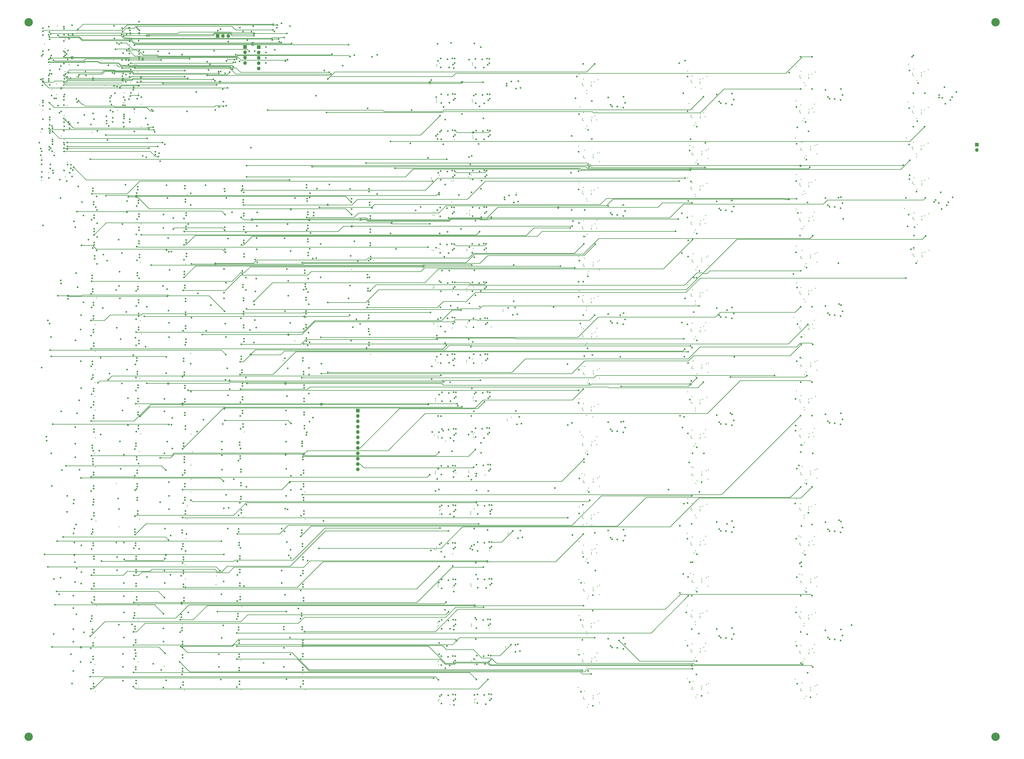
<source format=gbr>
%TF.GenerationSoftware,KiCad,Pcbnew,(6.99.0-3937-g3e53426b6c)*%
%TF.CreationDate,2025-03-11T03:35:31-04:00*%
%TF.ProjectId,AnalogFNN,416e616c-6f67-4464-9e4e-2e6b69636164,rev?*%
%TF.SameCoordinates,Original*%
%TF.FileFunction,Copper,L8,Inr*%
%TF.FilePolarity,Positive*%
%FSLAX46Y46*%
G04 Gerber Fmt 4.6, Leading zero omitted, Abs format (unit mm)*
G04 Created by KiCad (PCBNEW (6.99.0-3937-g3e53426b6c)) date 2025-03-11 03:35:31*
%MOMM*%
%LPD*%
G01*
G04 APERTURE LIST*
%TA.AperFunction,ComponentPad*%
%ADD10O,1.700000X1.700000*%
%TD*%
%TA.AperFunction,ComponentPad*%
%ADD11R,1.700000X1.700000*%
%TD*%
%TA.AperFunction,ViaPad*%
%ADD12C,4.000000*%
%TD*%
%TA.AperFunction,ViaPad*%
%ADD13C,0.800000*%
%TD*%
%TA.AperFunction,ViaPad*%
%ADD14C,0.400000*%
%TD*%
%TA.AperFunction,Conductor*%
%ADD15C,0.250000*%
%TD*%
%TA.AperFunction,Conductor*%
%ADD16C,0.350200*%
%TD*%
%TA.AperFunction,Conductor*%
%ADD17C,0.400000*%
%TD*%
%TA.AperFunction,Conductor*%
%ADD18C,0.450400*%
%TD*%
G04 APERTURE END LIST*
D10*
%TO.N,+3V3*%
%TO.C,J2*%
X125599999Y-36984999D03*
%TO.N,GND*%
X125599999Y-34444999D03*
%TO.N,+5V*%
X125599999Y-31904999D03*
%TO.N,GND*%
X125599999Y-29364999D03*
D11*
%TO.N,-5V*%
X125599999Y-26824999D03*
%TD*%
%TO.N,GND*%
%TO.C,J1*%
X119099999Y-26799999D03*
D10*
%TO.N,/SWCLK*%
X119099999Y-29339999D03*
%TO.N,/SWDIO*%
X119099999Y-31879999D03*
%TO.N,+3V3*%
X119099999Y-34419999D03*
%TD*%
D11*
%TO.N,GND*%
%TO.C,SW1*%
X106074999Y-21499999D03*
D10*
%TO.N,Net-(SW1-B)*%
X108614999Y-21499999D03*
%TO.N,+3V3*%
X111154999Y-21499999D03*
%TD*%
D11*
%TO.N,/L5_OUT1*%
%TO.C,J4*%
X467306099Y-73225199D03*
D10*
%TO.N,/L5_OUT2*%
X467306099Y-75765199D03*
%TD*%
%TO.N,/L1_IN12*%
%TO.C,J3*%
X172724999Y-227724999D03*
%TO.N,/L1_IN11*%
X172724999Y-225184999D03*
%TO.N,/L1_IN10*%
X172724999Y-222644999D03*
%TO.N,/L1_IN9*%
X172724999Y-220104999D03*
%TO.N,/L1_IN8*%
X172724999Y-217564999D03*
%TO.N,/L1_IN7*%
X172724999Y-215024999D03*
%TO.N,/L1_IN6*%
X172724999Y-212484999D03*
%TO.N,/L1_IN5*%
X172724999Y-209944999D03*
%TO.N,/L1_IN4*%
X172724999Y-207404999D03*
%TO.N,/L1_IN3*%
X172724999Y-204864999D03*
%TO.N,/L1_IN2*%
X172724999Y-202324999D03*
D11*
%TO.N,/L1_IN1*%
X172724999Y-199784999D03*
%TD*%
D12*
%TO.N,GND*%
X476200000Y-15000000D03*
X476200000Y-355000000D03*
X16100000Y-355000000D03*
X16100000Y-15000000D03*
D13*
X116000000Y-304100000D03*
D14*
X388198000Y-127306000D03*
X211919276Y-246960041D03*
X58400000Y-56900000D03*
D13*
X177325000Y-136465000D03*
X46650000Y-143200000D03*
X249569000Y-202775000D03*
X178075000Y-95565000D03*
D14*
X387398000Y-315582000D03*
X284756000Y-182550000D03*
D13*
X219028000Y-68600000D03*
D14*
X383574000Y-126506000D03*
D13*
X68050000Y-94650000D03*
X402498000Y-51986700D03*
X46700000Y-224000000D03*
X299156000Y-153450000D03*
X68650000Y-107450000D03*
D14*
X283956000Y-62049700D03*
X226800000Y-302500000D03*
D13*
X350856000Y-150690000D03*
D14*
X210872400Y-159700000D03*
X209700000Y-230000000D03*
D13*
X218828000Y-157700000D03*
X146600000Y-316850000D03*
D14*
X380098700Y-155400000D03*
X279609000Y-147125000D03*
D13*
X68200000Y-195400000D03*
D14*
X279609000Y-250125000D03*
D13*
X219066000Y-318805000D03*
D14*
X434500000Y-53000000D03*
D13*
X68400000Y-208400000D03*
D14*
X210344800Y-35900000D03*
D13*
X68650000Y-167900000D03*
D14*
X210928700Y-283600000D03*
D13*
X90800000Y-154300000D03*
X236466000Y-246900000D03*
X89400000Y-323800000D03*
X89200000Y-258000000D03*
D14*
X225000000Y-158100000D03*
D13*
X146300000Y-216700000D03*
X118500000Y-120000000D03*
X90425000Y-94135000D03*
X68150000Y-142000000D03*
X147200000Y-188900000D03*
D14*
X329756000Y-89120200D03*
X284756000Y-337050000D03*
D13*
X46800000Y-318100000D03*
D14*
X335656000Y-60549700D03*
D13*
X91000000Y-167300000D03*
D14*
X228517572Y-336867939D03*
D13*
X116300000Y-323400000D03*
D14*
X383574000Y-280838000D03*
D13*
X248087000Y-97150000D03*
D14*
X329600000Y-327300000D03*
D13*
X47500000Y-127600000D03*
X402498000Y-309207000D03*
X146900000Y-182500000D03*
X116000000Y-257450000D03*
D14*
X283956000Y-268050000D03*
X383574000Y-75062200D03*
D13*
X89800000Y-277300000D03*
X117125000Y-241885000D03*
D14*
X69700000Y-64700000D03*
D13*
X90500000Y-229450000D03*
D14*
X381400000Y-121594400D03*
D13*
X250040000Y-256900000D03*
X129100000Y-29400000D03*
D14*
X279665000Y-163775000D03*
X387398000Y-161250000D03*
D13*
X219436000Y-193200000D03*
X326900000Y-157900000D03*
X350756000Y-206785000D03*
D14*
X331309000Y-144365000D03*
X284756000Y-131050000D03*
D13*
X178675000Y-121265000D03*
X299156000Y-50450200D03*
X233928000Y-140900000D03*
X218790000Y-87850000D03*
D14*
X211100000Y-338200000D03*
X381498000Y-36062200D03*
D13*
X47200000Y-210000000D03*
X234463000Y-175125000D03*
D14*
X383574000Y-229394000D03*
X383107000Y-108531000D03*
X436694000Y-39319900D03*
X225487127Y-228587127D03*
D13*
X236466000Y-282000000D03*
X147100000Y-249000000D03*
D14*
X209000000Y-140437100D03*
D13*
X148650000Y-100100000D03*
X68200000Y-188900000D03*
X118400000Y-160400000D03*
X46200000Y-298800000D03*
X243526000Y-44200000D03*
X350756000Y-308525000D03*
D14*
X208453116Y-141604858D03*
X278056000Y-194250000D03*
X211215277Y-318778704D03*
D13*
X89400000Y-317400000D03*
X299056000Y-313175000D03*
X219066000Y-228150000D03*
D14*
X383107000Y-211419000D03*
D13*
X67300000Y-276900000D03*
D14*
X440940000Y-58712200D03*
D13*
X234398000Y-157975000D03*
X235528000Y-51400000D03*
D14*
X278056000Y-91250200D03*
D13*
X402498000Y-154875000D03*
X67800000Y-242400000D03*
D14*
X329756000Y-241730000D03*
D13*
X114700000Y-30400000D03*
X117325000Y-248485000D03*
D14*
X335656000Y-314900000D03*
D13*
X116825000Y-222585000D03*
X47200000Y-249900000D03*
D14*
X207700000Y-89700000D03*
D13*
X116600000Y-270250000D03*
D14*
X228300000Y-320600000D03*
X383107000Y-159975000D03*
X277867500Y-126511700D03*
D13*
X47000000Y-203400000D03*
D14*
X280132000Y-233250000D03*
D13*
X68650000Y-113950000D03*
X147200000Y-201800000D03*
D14*
X227446800Y-69046800D03*
D13*
X90800000Y-147800000D03*
X146400000Y-264400000D03*
D14*
X210872400Y-177000000D03*
D13*
X101100000Y-33800000D03*
X402498000Y-206319000D03*
X178675000Y-114865000D03*
X447706000Y-99600200D03*
X299056000Y-261675000D03*
D14*
X210057000Y-266000000D03*
X279665000Y-112275000D03*
X33500000Y-23000000D03*
D13*
X118200000Y-100700000D03*
X350756000Y-155915000D03*
X46900000Y-264000000D03*
D14*
X329756000Y-139990000D03*
X228000000Y-195100000D03*
X335656000Y-213160000D03*
D13*
X68450000Y-154900000D03*
D14*
X387297000Y-299049000D03*
X387297000Y-196161000D03*
X226700000Y-283400000D03*
D13*
X147400000Y-208400000D03*
D14*
X227852500Y-140900500D03*
X331309000Y-246105000D03*
X336456000Y-281530000D03*
X210898424Y-282259796D03*
X224676500Y-123700000D03*
D13*
X46600000Y-257600000D03*
D14*
X383574000Y-332282000D03*
D13*
X233790000Y-122550000D03*
D14*
X208793934Y-158083426D03*
D13*
X117125000Y-228985000D03*
X89900000Y-176300000D03*
X46950000Y-162500000D03*
D14*
X22300000Y-79300000D03*
X329756000Y-190860000D03*
X278000000Y-262100000D03*
D13*
X219371000Y-210675000D03*
X177925000Y-149265000D03*
X219131000Y-337105000D03*
D14*
X21900000Y-67300000D03*
D13*
X67300000Y-270400000D03*
X177925000Y-155765000D03*
D14*
X277600000Y-331600000D03*
D13*
X148100000Y-147200000D03*
D14*
X279609000Y-44124900D03*
D13*
X435295400Y-87700000D03*
X66700000Y-257600000D03*
D14*
X31666900Y-69100000D03*
D13*
X146600000Y-176100000D03*
X178875000Y-127865000D03*
D14*
X331832000Y-331600000D03*
D13*
X328137248Y-174175044D03*
D14*
X388198000Y-230194000D03*
D13*
X177625000Y-142865000D03*
X226900548Y-264279565D03*
D14*
X331832000Y-280730000D03*
X380941078Y-70158922D03*
X68599678Y-33493545D03*
D13*
X249126000Y-43000000D03*
D14*
X383107000Y-57087000D03*
X26100000Y-35100000D03*
X279609000Y-301625000D03*
D13*
X235731000Y-301305000D03*
D14*
X436859000Y-91074900D03*
X381274500Y-103900000D03*
D13*
X227251500Y-266000000D03*
X67200000Y-216700000D03*
X47400000Y-289900000D03*
X47300000Y-108100000D03*
X47300000Y-121000000D03*
X90500000Y-202000000D03*
D14*
X27100000Y-47000000D03*
X227417572Y-34412636D03*
X227800000Y-212400000D03*
X226500000Y-89800000D03*
D13*
X116600000Y-283150000D03*
X67300000Y-283300000D03*
X210728000Y-70500000D03*
D14*
X336456000Y-128920000D03*
D13*
X67000000Y-264000000D03*
D14*
X441155000Y-109267000D03*
D13*
X47000000Y-243300000D03*
X218590000Y-122650000D03*
D14*
X209764477Y-228664477D03*
D13*
X116500000Y-330000000D03*
X402598000Y-201094000D03*
D14*
X284756000Y-285550000D03*
D13*
X116600000Y-276750000D03*
X46700000Y-95300000D03*
D14*
X61700000Y-48500000D03*
X434900000Y-35000000D03*
D13*
X117925000Y-194595000D03*
D14*
X335555000Y-196627000D03*
D13*
X146900000Y-236000000D03*
X47000000Y-101700000D03*
X90200000Y-223050000D03*
D14*
X330700000Y-73700000D03*
D13*
X218933000Y-140875000D03*
X146600000Y-323250000D03*
X299156000Y-204950000D03*
X47000000Y-190500000D03*
X148100000Y-160100000D03*
D14*
X210196900Y-264695500D03*
X278056000Y-142750000D03*
D13*
X68200000Y-201800000D03*
X146700000Y-270800000D03*
D14*
X211200000Y-320800000D03*
D13*
X437242074Y-122385286D03*
X116300000Y-263850000D03*
D14*
X387398000Y-264138000D03*
D13*
X90500000Y-242350000D03*
X247626000Y-150700000D03*
X118400000Y-147500000D03*
D14*
X228876500Y-318505800D03*
X210300000Y-53000000D03*
D13*
X218590000Y-105250000D03*
X350856000Y-201560000D03*
X218828000Y-34400000D03*
D14*
X336456000Y-78050200D03*
D13*
X46500000Y-305200000D03*
X67100000Y-310150000D03*
D14*
X227300000Y-35600000D03*
D13*
X350856000Y-48950200D03*
X67100000Y-323050000D03*
X46400000Y-217600000D03*
D14*
X209200000Y-211500000D03*
D13*
X457606000Y-48200200D03*
X402498000Y-103431000D03*
D14*
X280132000Y-78750200D03*
X436594000Y-74319900D03*
X279609000Y-95624900D03*
D13*
X299056000Y-210175000D03*
X47200000Y-270400000D03*
D14*
X432847840Y-103658746D03*
D13*
X116300000Y-317000000D03*
X299056000Y-107175000D03*
X248881000Y-311005000D03*
D14*
X383051000Y-40436900D03*
X335555000Y-298367000D03*
D13*
X90700000Y-248950000D03*
D14*
X283855000Y-148517000D03*
X211000000Y-212900000D03*
X436694000Y-57319900D03*
X387398000Y-212694000D03*
D13*
X235328000Y-34500000D03*
D14*
X331365000Y-110145000D03*
D13*
X91025000Y-119835000D03*
X68350000Y-101050000D03*
X147500000Y-134400000D03*
D14*
X331365000Y-161015000D03*
D13*
X148950000Y-106500000D03*
D14*
X280132000Y-284750000D03*
X436909000Y-107875000D03*
D13*
X177925000Y-162165000D03*
D14*
X279665000Y-266775000D03*
D13*
X47200000Y-276900000D03*
D14*
X383051000Y-143325000D03*
D13*
X235571000Y-193175000D03*
D14*
X383574000Y-177950000D03*
D13*
X90200000Y-182700000D03*
X149150000Y-126000000D03*
D14*
X383107000Y-314307000D03*
X227300000Y-175150500D03*
D13*
X299156000Y-256450000D03*
D14*
X211700000Y-249100000D03*
X35400000Y-35300000D03*
X279169100Y-160400000D03*
D13*
X235663000Y-68625000D03*
D14*
X226853500Y-301300000D03*
X226398897Y-282195671D03*
D13*
X146700000Y-277300000D03*
X46800000Y-324500000D03*
X219266000Y-247000000D03*
D14*
X278056000Y-297250000D03*
D13*
X46350000Y-136800000D03*
D14*
X387297000Y-41829200D03*
X380900000Y-327600000D03*
X331309000Y-42624900D03*
D13*
X68450000Y-161300000D03*
X146600000Y-310350000D03*
X118500000Y-107100000D03*
D14*
X335656000Y-111420000D03*
D13*
X118700000Y-126600000D03*
X109600000Y-39300000D03*
D14*
X283855000Y-251517000D03*
D13*
X117125000Y-235485000D03*
X146900000Y-242400000D03*
X148300000Y-166700000D03*
X350856000Y-303300000D03*
X236366000Y-264500000D03*
X47150000Y-169100000D03*
D14*
X279665000Y-60775000D03*
X228491330Y-229598032D03*
D13*
X146600000Y-223100000D03*
D14*
X226000000Y-106800000D03*
D13*
X68650000Y-120350000D03*
D14*
X284756000Y-79550200D03*
X29300000Y-44300000D03*
D13*
X66800000Y-303750000D03*
D14*
X331365000Y-59275000D03*
X226700000Y-87750500D03*
X244266000Y-258000000D03*
D13*
X402498000Y-257763000D03*
X116525000Y-216185000D03*
X235871000Y-227675000D03*
D14*
X330300000Y-53700000D03*
D13*
X67300000Y-329650000D03*
D14*
X437009000Y-125275000D03*
D13*
X350856000Y-252430000D03*
D14*
X227714500Y-122575500D03*
D13*
X146900000Y-229500000D03*
X178675000Y-108365000D03*
X178125000Y-168765000D03*
X148950000Y-113000000D03*
D14*
X209782422Y-195393922D03*
X209700000Y-175600000D03*
X280132000Y-181750000D03*
D13*
X402598000Y-149650000D03*
X118100000Y-141100000D03*
X148350000Y-93700000D03*
X67500000Y-289900000D03*
X47200000Y-283300000D03*
X147200000Y-195400000D03*
X146800000Y-329850000D03*
D14*
X22200000Y-90200000D03*
D13*
X90200000Y-135000000D03*
X89400000Y-310900000D03*
X117800000Y-134700000D03*
X68850000Y-126950000D03*
X90500000Y-195600000D03*
X67600000Y-176100000D03*
D14*
X46700000Y-40600000D03*
X69700000Y-54000000D03*
D13*
X67900000Y-182500000D03*
D14*
X335555000Y-44017200D03*
X383051000Y-246213000D03*
X328600000Y-309200000D03*
D13*
X66500000Y-297350000D03*
X402598000Y-46762200D03*
X106100000Y-19000000D03*
D14*
X382700000Y-259500000D03*
X387398000Y-58361700D03*
X210075066Y-51685574D03*
X329756000Y-292600000D03*
D13*
X116300000Y-310500000D03*
D14*
X243839000Y-203921000D03*
D13*
X218828000Y-175100000D03*
X146900000Y-290300000D03*
X219231000Y-301505000D03*
D14*
X283956000Y-165050000D03*
X277600000Y-313700000D03*
X34500000Y-54700000D03*
X211379500Y-122650500D03*
D13*
X47000000Y-197000000D03*
D14*
X381498000Y-293282000D03*
X280132000Y-130250000D03*
D13*
X117625000Y-181695000D03*
D14*
X331832000Y-128120000D03*
X335555000Y-247497000D03*
X227592400Y-70400000D03*
D13*
X146100000Y-258000000D03*
D14*
X209180803Y-106933075D03*
X336456000Y-332400000D03*
D13*
X146700000Y-283700000D03*
D14*
X211600000Y-337130800D03*
D13*
X90700000Y-208600000D03*
X90725000Y-100535000D03*
D14*
X57000000Y-35500000D03*
D13*
X327240400Y-207900000D03*
X350756000Y-257655000D03*
X118500000Y-113600000D03*
D14*
X278056000Y-245750000D03*
X381498000Y-87506200D03*
X283855000Y-97017200D03*
D13*
X89800000Y-270800000D03*
D14*
X224676500Y-142900000D03*
X331832000Y-178990000D03*
X383051000Y-297657000D03*
X224500000Y-176700000D03*
D13*
X67500000Y-223100000D03*
X235371000Y-210275000D03*
D14*
X211554600Y-87850500D03*
D13*
X146000000Y-297550000D03*
D14*
X329756000Y-38250200D03*
D13*
X46950000Y-149600000D03*
D14*
X241825000Y-151825000D03*
D13*
X67100000Y-316650000D03*
D14*
X284756000Y-234050000D03*
X227196800Y-51796800D03*
X335656000Y-264030000D03*
X331000000Y-277200000D03*
D13*
X402598000Y-252538000D03*
X90800000Y-160700000D03*
X382668500Y-225900000D03*
D14*
X335555000Y-94887200D03*
X331309000Y-93494900D03*
X383107000Y-262863000D03*
D13*
X178375000Y-101965000D03*
D14*
X331762178Y-226562178D03*
D13*
X455806000Y-98300200D03*
X47000000Y-331100000D03*
D14*
X336456000Y-230660000D03*
X387297000Y-93273200D03*
D13*
X350756000Y-54174700D03*
D14*
X383051000Y-91880900D03*
D13*
X89500000Y-264400000D03*
D14*
X228246500Y-210275500D03*
D13*
X118125000Y-207595000D03*
D14*
X228400000Y-338800000D03*
D13*
X68450000Y-148400000D03*
D14*
X388198000Y-281638000D03*
D13*
X148950000Y-119400000D03*
X129000000Y-34400000D03*
D14*
X433901300Y-70100000D03*
D13*
X91025000Y-106935000D03*
D14*
X208900000Y-105254900D03*
D13*
X402598000Y-98206200D03*
X236001000Y-318480000D03*
X68000000Y-249000000D03*
X117900000Y-94300000D03*
D14*
X210800000Y-302800000D03*
D13*
X46400000Y-177700000D03*
X117925000Y-200995000D03*
X383320800Y-174600000D03*
D14*
X383051000Y-194769000D03*
D13*
X90500000Y-189100000D03*
D14*
X388198000Y-333082000D03*
X388198000Y-75862200D03*
X387297000Y-144717000D03*
D13*
X326917692Y-105913388D03*
X47300000Y-114600000D03*
X117925000Y-188095000D03*
X89600000Y-330400000D03*
X146300000Y-303950000D03*
D14*
X46400000Y-67700000D03*
D13*
X90500000Y-141400000D03*
D14*
X227500000Y-53100000D03*
X209788500Y-194000000D03*
X278056000Y-39750200D03*
X331365000Y-262755000D03*
X381498000Y-241838000D03*
X331365000Y-211885000D03*
X279700000Y-178800000D03*
X283855000Y-45517200D03*
X331309000Y-296975000D03*
D13*
X147800000Y-140800000D03*
X219266000Y-282300000D03*
X275103010Y-109582555D03*
D14*
X335555000Y-145757000D03*
D13*
X381161100Y-206900000D03*
X47000000Y-230400000D03*
D14*
X336456000Y-179790000D03*
D13*
X47000000Y-236900000D03*
D14*
X329500000Y-258200000D03*
D13*
X67800000Y-229500000D03*
X210728000Y-68300000D03*
X91025000Y-113435000D03*
X326904592Y-124825820D03*
D14*
X280132000Y-336250000D03*
X381498000Y-138950000D03*
D13*
X350856000Y-99820200D03*
D14*
X381200000Y-52400000D03*
X210806444Y-300790794D03*
X441255000Y-126667000D03*
D13*
X299156000Y-307950000D03*
X89900000Y-216650000D03*
D14*
X440940000Y-40712200D03*
X279665000Y-215275000D03*
D13*
X116800000Y-289750000D03*
X90000000Y-290300000D03*
D14*
X283855000Y-303017000D03*
D13*
X236296000Y-336930000D03*
D14*
X283855000Y-200017000D03*
D13*
X219028000Y-51300000D03*
D14*
X283956000Y-319550000D03*
X22800000Y-56800000D03*
D13*
X91225000Y-126435000D03*
X118400000Y-154000000D03*
D14*
X283956000Y-216550000D03*
X278600000Y-55300000D03*
D13*
X115700000Y-297700000D03*
X46800000Y-311600000D03*
D14*
X388198000Y-178750000D03*
X224600000Y-106000000D03*
X278000000Y-280100000D03*
D13*
X46950000Y-156100000D03*
X299156000Y-101950000D03*
X88800000Y-298100000D03*
D14*
X331832000Y-77250200D03*
X226500000Y-249200000D03*
X227700000Y-193200000D03*
X243131000Y-312105000D03*
X211600000Y-34500000D03*
X331832000Y-229860000D03*
D13*
X233990000Y-105150000D03*
D14*
X441105000Y-92467200D03*
X279295200Y-229800000D03*
X23700000Y-25300000D03*
D13*
X219066000Y-264900000D03*
X89800000Y-283700000D03*
D14*
X383000000Y-277600000D03*
X279665000Y-318275000D03*
D13*
X148100000Y-153700000D03*
X67850000Y-135600000D03*
D14*
X440840000Y-75712200D03*
D13*
X90500000Y-235950000D03*
X299056000Y-55674700D03*
X118600000Y-167000000D03*
D14*
X331365000Y-313625000D03*
D13*
X117325000Y-175295000D03*
X299056000Y-158675000D03*
X449406000Y-49600200D03*
X46700000Y-184100000D03*
X402598000Y-303982000D03*
D14*
X381100000Y-309700000D03*
D13*
X350756000Y-105045000D03*
D14*
X208715000Y-123600000D03*
X224573700Y-160200000D03*
X335656000Y-162290000D03*
D13*
X59100000Y-25400000D03*
X89100000Y-304500000D03*
X453772000Y-100655000D03*
X455507000Y-50600200D03*
X234090000Y-87750000D03*
D14*
X38800000Y-41000000D03*
D13*
X242491000Y-98347500D03*
D14*
X277856000Y-74050200D03*
X283956000Y-113550000D03*
X279609000Y-198625000D03*
X381498000Y-190394000D03*
D13*
X67800000Y-236000000D03*
D14*
X226500000Y-247900000D03*
X387398000Y-109806000D03*
X279295200Y-211600000D03*
D13*
%TO.N,+3V3*%
X116500000Y-33600000D03*
X111100000Y-24200000D03*
%TO.N,Net-(U27B-+)*%
X291856000Y-50850200D03*
X293756000Y-55050200D03*
%TO.N,Net-(C20-Pad2)*%
X299956000Y-53350200D03*
X296245000Y-55150200D03*
%TO.N,Net-(U44B-+)*%
X291856000Y-256850000D03*
X293756000Y-261050000D03*
%TO.N,Net-(U31B-+)*%
X293756000Y-106550000D03*
X291856000Y-102350000D03*
%TO.N,Net-(C23-Pad2)*%
X296245000Y-106650000D03*
X299956000Y-104850000D03*
%TO.N,Net-(U36B-+)*%
X291856000Y-153850000D03*
X293756000Y-158050000D03*
%TO.N,Net-(C26-Pad2)*%
X299956000Y-156350000D03*
X296245000Y-158150000D03*
%TO.N,Net-(U63B-+)*%
X345456000Y-206160000D03*
X343556000Y-201960000D03*
%TO.N,Net-(U40B-+)*%
X293756000Y-209550000D03*
X291856000Y-205350000D03*
%TO.N,Net-(C29-Pad2)*%
X299956000Y-207850000D03*
X296245000Y-209650000D03*
%TO.N,Net-(C32-Pad2)*%
X296245000Y-261150000D03*
X299956000Y-259350000D03*
%TO.N,Net-(U48B-+)*%
X293756000Y-312550000D03*
X291856000Y-308350000D03*
%TO.N,Net-(C35-Pad2)*%
X296245000Y-312650000D03*
X299956000Y-310850000D03*
%TO.N,Net-(U51B-+)*%
X345456000Y-53550200D03*
X343556000Y-49350200D03*
%TO.N,Net-(C38-Pad2)*%
X347945000Y-53650200D03*
X351656000Y-51850200D03*
%TO.N,Net-(U55B-+)*%
X343556000Y-100220000D03*
X345456000Y-104420000D03*
%TO.N,Net-(C41-Pad2)*%
X347945000Y-104520000D03*
X351656000Y-102720000D03*
%TO.N,Net-(U59B-+)*%
X343556000Y-151090000D03*
X345456000Y-155290000D03*
%TO.N,Net-(C44-Pad2)*%
X351656000Y-153590000D03*
X347945000Y-155390000D03*
%TO.N,Net-(C47-Pad2)*%
X351656000Y-204460000D03*
X347945000Y-206260000D03*
%TO.N,Net-(U67B-+)*%
X343556000Y-252830000D03*
X345456000Y-257030000D03*
%TO.N,Net-(C50-Pad2)*%
X351656000Y-255330000D03*
X347945000Y-257130000D03*
%TO.N,Net-(U71B-+)*%
X343556000Y-303700000D03*
X345456000Y-307900000D03*
%TO.N,Net-(C53-Pad2)*%
X347945000Y-308000000D03*
X351656000Y-306200000D03*
%TO.N,Net-(U75B-+)*%
X395298000Y-47162200D03*
X397198000Y-51362200D03*
%TO.N,Net-(C56-Pad2)*%
X403398000Y-49662200D03*
X399687000Y-51462200D03*
%TO.N,Net-(U79B-+)*%
X395298000Y-98606200D03*
X397198000Y-102806000D03*
%TO.N,Net-(C59-Pad2)*%
X399687000Y-102906000D03*
X403398000Y-101106000D03*
%TO.N,Net-(U83B-+)*%
X395298000Y-150050000D03*
X397198000Y-154250000D03*
%TO.N,Net-(C62-Pad2)*%
X399687000Y-154350000D03*
X403398000Y-152550000D03*
%TO.N,Net-(U87B-+)*%
X397198000Y-205694000D03*
X395298000Y-201494000D03*
%TO.N,Net-(C65-Pad2)*%
X399687000Y-205794000D03*
X403398000Y-203994000D03*
%TO.N,Net-(U91B-+)*%
X397198000Y-257138000D03*
X395298000Y-252938000D03*
%TO.N,Net-(C68-Pad2)*%
X403398000Y-255438000D03*
X399687000Y-257238000D03*
%TO.N,Net-(U95B-+)*%
X395298000Y-304382000D03*
X397198000Y-308582000D03*
%TO.N,Net-(C71-Pad2)*%
X403398000Y-306882000D03*
X399687000Y-308682000D03*
%TO.N,Net-(C3002-Pad2)*%
X249087000Y-100350000D03*
X246987000Y-100750000D03*
%TO.N,Net-(U13001B-+)*%
X451906000Y-45900200D03*
X450906000Y-51000200D03*
%TO.N,Net-(U13001C--)*%
X452306000Y-53800200D03*
X454706000Y-52000200D03*
%TO.N,Net-(U17001B-+)*%
X449171000Y-101055000D03*
X450171000Y-95955200D03*
%TO.N,Net-(U17001C--)*%
X450571000Y-103855000D03*
X452971000Y-102055000D03*
%TO.N,Net-(C23002-Pad2)*%
X248026000Y-46600000D03*
X250126000Y-46200000D03*
%TO.N,Net-(C33002-Pad2)*%
X246526000Y-154300000D03*
X248626000Y-153900000D03*
%TO.N,Net-(C131002-Pad2)*%
X248469000Y-206375000D03*
X250569000Y-205975000D03*
%TO.N,Net-(C139002-Pad2)*%
X248940000Y-260500000D03*
X251040000Y-260100000D03*
%TO.N,Net-(C148002-Pad2)*%
X249881000Y-314205000D03*
X247781000Y-314605000D03*
%TO.N,Net-(Q2001A-S1)*%
X211990000Y-103150000D03*
X211990000Y-107350000D03*
D14*
%TO.N,/InNeuron_2/OUT*%
X248100000Y-96200000D03*
X284600000Y-202800000D03*
X281800000Y-306200000D03*
X280000000Y-254200000D03*
X281800000Y-48900000D03*
X281900000Y-100200000D03*
X284100000Y-254222300D03*
X281600000Y-152000000D03*
D13*
%TO.N,/InNeuron_1/OUT*%
X278103700Y-248747400D03*
X277792400Y-196203100D03*
X278832500Y-299409900D03*
X276983900Y-40798000D03*
X277835500Y-145602200D03*
X277835500Y-94580500D03*
%TO.N,/InNeuron_3/OUT*%
X278203300Y-232069900D03*
X279058500Y-281744100D03*
X278181200Y-128454700D03*
X246956900Y-130447300D03*
X246956900Y-147775000D03*
X278936100Y-333620000D03*
X277870600Y-76647100D03*
X277885500Y-180262300D03*
%TO.N,/Neuron6_1/OUT*%
X331279500Y-90789700D03*
X329641800Y-243737500D03*
X330768200Y-194608700D03*
X329026200Y-295833100D03*
X329608800Y-40780300D03*
D14*
%TO.N,/Neuron6_10/IN2*%
X333700000Y-250800000D03*
X333500000Y-301600000D03*
X333551072Y-97951072D03*
X336200000Y-46600000D03*
X298358240Y-102002762D03*
X333500000Y-199900000D03*
X333500000Y-149200000D03*
D13*
%TO.N,/Neuron6_10/IN3*%
X329900500Y-177100600D03*
X330636100Y-76064700D03*
X297635200Y-154478300D03*
X329888600Y-126462100D03*
X297635200Y-174284500D03*
X330405300Y-224457300D03*
X330636100Y-328986000D03*
X329898100Y-278988300D03*
%TO.N,/Neuron6_10/IN4*%
X336347500Y-233822500D03*
X334058300Y-184238700D03*
X298053400Y-188232700D03*
X336347500Y-335562500D03*
X334625600Y-82483600D03*
X298053400Y-205198400D03*
X335361500Y-133348200D03*
X334058300Y-285978700D03*
%TO.N,/Neuron6_10/IN5*%
X329825800Y-210622400D03*
X329673100Y-57288300D03*
X329591800Y-158772700D03*
X329558800Y-107907500D03*
X329558800Y-260765200D03*
X329689100Y-311643600D03*
%TO.N,/Neuron6_10/IN6*%
X334036100Y-217292600D03*
X334036100Y-319052000D03*
X334036100Y-166416000D03*
X297062800Y-309242400D03*
X334073000Y-64694600D03*
X334036100Y-268181400D03*
X334036100Y-115579200D03*
%TO.N,/Neuron6_13/IN1*%
X381805600Y-141241400D03*
X377993400Y-38962200D03*
X380843900Y-244025500D03*
X381061900Y-194210500D03*
X381403200Y-90595300D03*
X381281400Y-295833100D03*
D14*
%TO.N,/Neuron6_13/IN2*%
X350060914Y-99904126D03*
X385600000Y-148100000D03*
X385005200Y-302300000D03*
X385100000Y-250900000D03*
X385600000Y-45100000D03*
X385300000Y-199500000D03*
X385500000Y-96475500D03*
D13*
%TO.N,/Neuron6_13/IN3*%
X381621500Y-279042300D03*
X351894000Y-174284500D03*
X381627800Y-176277100D03*
X348448600Y-151955400D03*
X381314000Y-124469500D03*
X381550300Y-72806300D03*
X381811000Y-329814900D03*
X381663700Y-227416500D03*
%TO.N,/Neuron6_10/OUT*%
X350074000Y-201023400D03*
X386219500Y-234613900D03*
X386155600Y-286113100D03*
X386283400Y-131762700D03*
X386192700Y-80323200D03*
X350074000Y-183822400D03*
X388141900Y-336231700D03*
X386431200Y-183184900D03*
%TO.N,/Neuron6_11/OUT*%
X381403600Y-260819200D03*
X382178300Y-105763200D03*
X381987700Y-158656000D03*
X348448600Y-253712700D03*
X381572900Y-311773900D03*
X381425100Y-55312300D03*
X381061900Y-209399800D03*
D14*
%TO.N,/Neuron6_12/OUT*%
X383788000Y-113295800D03*
D13*
X383789100Y-216140900D03*
X383580200Y-319981400D03*
X383763500Y-164778400D03*
X385778300Y-62525100D03*
X385550100Y-268373000D03*
%TO.N,/Neuron6_13/OUT*%
X436022900Y-123031900D03*
X435186100Y-37962600D03*
%TO.N,/Neuron6_14/OUT*%
X439368400Y-43934600D03*
X401448700Y-98462800D03*
X438419800Y-129667900D03*
X401448700Y-129667900D03*
%TO.N,/Neuron6_15/OUT*%
X401816000Y-149119900D03*
X403740700Y-108528700D03*
X435094900Y-73170500D03*
X434850800Y-106536100D03*
%TO.N,/Neuron6_16/OUT*%
X437700700Y-112535000D03*
D14*
X438700000Y-79100000D03*
D13*
X434400000Y-112100000D03*
%TO.N,/Neuron6_17/OUT*%
X435144900Y-55910200D03*
X435227400Y-89635800D03*
X401816000Y-252018700D03*
%TO.N,/Neuron6_18/OUT*%
X438944400Y-62084000D03*
X407728900Y-301810900D03*
X438634100Y-95580100D03*
%TO.N,/InNeuron_4/OUT*%
X282250500Y-135939200D03*
X284574200Y-287595700D03*
X282656500Y-238475400D03*
X282733500Y-84018900D03*
X282889500Y-187003100D03*
X247943600Y-199889000D03*
X284574200Y-340247100D03*
%TO.N,/InNeuron_5/OUT*%
X277974600Y-58713700D03*
D14*
X278549500Y-209947500D03*
D13*
X277997800Y-110521300D03*
X278644600Y-158435100D03*
X274831300Y-259036200D03*
X278000400Y-315974000D03*
%TO.N,/InNeuron_6/OUT*%
X282336100Y-66193900D03*
X247817400Y-311266300D03*
X282053500Y-220667800D03*
X282249400Y-272177000D03*
X282100600Y-170176200D03*
X282336100Y-323679800D03*
X280352600Y-116971000D03*
D14*
%TO.N,-5V*%
X387306000Y-41229800D03*
X335564000Y-43417800D03*
X387306000Y-195562000D03*
D13*
X233353000Y-88475700D03*
D14*
X440949000Y-58112800D03*
D13*
X235134000Y-228401000D03*
D14*
X284762000Y-284905000D03*
X335564000Y-94287800D03*
X335564000Y-145158000D03*
X283864000Y-147918000D03*
X284762000Y-78904600D03*
D13*
X218091000Y-35125700D03*
X233253000Y-105876000D03*
X218329000Y-319531000D03*
D14*
X387398000Y-212094000D03*
D13*
X235559000Y-337656000D03*
X218634000Y-211401000D03*
X234591000Y-35225700D03*
X218494000Y-302231000D03*
D14*
X441114000Y-91867800D03*
X283956000Y-164450000D03*
D13*
X235729000Y-282726000D03*
D14*
X388204000Y-280993000D03*
X336462000Y-179145000D03*
X388204000Y-332437000D03*
X387306000Y-298450000D03*
X336462000Y-77404600D03*
X388204000Y-178105000D03*
X441264000Y-126068000D03*
D13*
X234834000Y-193901000D03*
X233726000Y-175851000D03*
D14*
X335656000Y-263430000D03*
X283956000Y-267450000D03*
D13*
X234994000Y-302031000D03*
D14*
X387398000Y-314982000D03*
X283956000Y-112950000D03*
D13*
X234791000Y-52125700D03*
D14*
X441164000Y-108668000D03*
X283864000Y-250918000D03*
X387306000Y-144118000D03*
X336462000Y-331755000D03*
D13*
X129100000Y-26800000D03*
X218394000Y-337831000D03*
D14*
X283956000Y-215950000D03*
X284762000Y-181905000D03*
D13*
X218091000Y-158426000D03*
X218053000Y-88575700D03*
D14*
X335656000Y-314300000D03*
X387398000Y-57762200D03*
X387398000Y-263538000D03*
D13*
X218699000Y-193926000D03*
D14*
X388204000Y-126661000D03*
D13*
X233191000Y-141626000D03*
D14*
X336462000Y-280885000D03*
D13*
X218291000Y-52025700D03*
X218329000Y-265626000D03*
D14*
X284762000Y-130405000D03*
X283864000Y-302418000D03*
X284762000Y-233405000D03*
X283956000Y-318950000D03*
D13*
X218291000Y-69325700D03*
X217853000Y-123376000D03*
X234926000Y-69350700D03*
X233661000Y-158701000D03*
D14*
X335656000Y-59950200D03*
X335656000Y-161690000D03*
D13*
X217853000Y-105976000D03*
D14*
X336462000Y-230015000D03*
D13*
X218529000Y-247726000D03*
D14*
X284762000Y-336405000D03*
X440849000Y-75112800D03*
X335564000Y-297768000D03*
X283864000Y-44917800D03*
X335564000Y-196028000D03*
X387398000Y-160650000D03*
X387306000Y-247006000D03*
X440949000Y-40112800D03*
X387398000Y-109206000D03*
D13*
X235264000Y-319206000D03*
X218196000Y-141601000D03*
X218091000Y-175826000D03*
D14*
X283864000Y-199418000D03*
D13*
X218329000Y-228876000D03*
X235629000Y-265226000D03*
X235729000Y-247626000D03*
D14*
X283864000Y-96417800D03*
X388204000Y-229549000D03*
X283956000Y-61450200D03*
X335656000Y-110820000D03*
X335656000Y-212560000D03*
X388204000Y-75216600D03*
X387306000Y-92673800D03*
D13*
X218529000Y-283026000D03*
D14*
X336462000Y-128275000D03*
D13*
X233053000Y-123276000D03*
X234634000Y-211001000D03*
D14*
X335564000Y-246898000D03*
D13*
%TO.N,+5V*%
X90700000Y-247550000D03*
X117900000Y-93000000D03*
D14*
X211000000Y-302100000D03*
X331296000Y-314221000D03*
D13*
X67300000Y-328250000D03*
X147100000Y-247600000D03*
X146600000Y-221900000D03*
X149100000Y-137000000D03*
X396490000Y-50553400D03*
X118125000Y-206195000D03*
X150000000Y-96400000D03*
X46950000Y-148400000D03*
D14*
X279596000Y-61370600D03*
X147800000Y-332756800D03*
X147700000Y-251500000D03*
D13*
X46500000Y-304000000D03*
D14*
X33100000Y-70806000D03*
X224100000Y-159800000D03*
X208500000Y-106656700D03*
X69221300Y-157016600D03*
D13*
X118200000Y-99500000D03*
D14*
X48000000Y-212668400D03*
D13*
X47300000Y-106900000D03*
X46350000Y-135500000D03*
D14*
X178882778Y-172882778D03*
D13*
X124800000Y-105500000D03*
X117325000Y-173995000D03*
X90500000Y-187900000D03*
D14*
X383039000Y-109127000D03*
D13*
X344747000Y-154481000D03*
X116300000Y-315700000D03*
X147500000Y-133100000D03*
X47000000Y-100500000D03*
X48500000Y-123600000D03*
D14*
X436708000Y-57931100D03*
D13*
X177625000Y-141665000D03*
X177925000Y-160965000D03*
D14*
X383039000Y-314903000D03*
D13*
X226300000Y-265400000D03*
X177925000Y-148065000D03*
X117125000Y-234185000D03*
D14*
X241827000Y-152495000D03*
D13*
X146300000Y-302750000D03*
X147800000Y-139600000D03*
X146900000Y-241200000D03*
X90800000Y-153000000D03*
D14*
X331703000Y-77879100D03*
D13*
X116300000Y-262650000D03*
D14*
X209788500Y-194700000D03*
X208100000Y-123300000D03*
D13*
X48600000Y-130000000D03*
X89400000Y-322600000D03*
D14*
X209000000Y-158646400D03*
D13*
X178125000Y-167365000D03*
D14*
X211658800Y-247500000D03*
X93316468Y-225744928D03*
D13*
X148100000Y-152400000D03*
X89600000Y-329000000D03*
D14*
X331296000Y-110741000D03*
D13*
X67200000Y-215400000D03*
D14*
X383445000Y-75691100D03*
X209700000Y-229400000D03*
D13*
X90500000Y-194300000D03*
D14*
X91600000Y-96923700D03*
D13*
X90500000Y-241150000D03*
D14*
X437023000Y-125886000D03*
D13*
X67850000Y-134300000D03*
X46650000Y-142000000D03*
D14*
X68500000Y-292722700D03*
D13*
X118700000Y-125200000D03*
D14*
X228400000Y-337500000D03*
X331296000Y-212481000D03*
D13*
X117325000Y-247085000D03*
D14*
X47800000Y-226700000D03*
D13*
X147400000Y-207000000D03*
X293047000Y-260241000D03*
X47300000Y-119800000D03*
X90500000Y-228250000D03*
D14*
X383065000Y-41048100D03*
D13*
X396490000Y-256329000D03*
D14*
X94047546Y-219417261D03*
D13*
X68600000Y-14743400D03*
X89800000Y-269600000D03*
X90200000Y-133700000D03*
X117800000Y-133400000D03*
X68450000Y-153600000D03*
X118500000Y-105900000D03*
X47000000Y-195700000D03*
D14*
X279623000Y-250736000D03*
X148100000Y-155510900D03*
D13*
X89500000Y-263200000D03*
X68000000Y-247600000D03*
D14*
X383065000Y-298268000D03*
D13*
X124400000Y-137000000D03*
X344747000Y-256221000D03*
D14*
X279596000Y-112871000D03*
D13*
X146400000Y-263200000D03*
X123700000Y-156700000D03*
X66800000Y-302550000D03*
D14*
X89300000Y-301539300D03*
D13*
X116800000Y-288350000D03*
X242600000Y-99341000D03*
D14*
X90900000Y-292700000D03*
D13*
X146900000Y-181300000D03*
X147200000Y-200600000D03*
D14*
X436873000Y-91686100D03*
X177462256Y-156456460D03*
X91531700Y-251352900D03*
X48508278Y-146208278D03*
D13*
X148950000Y-105300000D03*
X67600000Y-174800000D03*
D14*
X64200000Y-25600000D03*
X47800000Y-180300000D03*
D13*
X209928000Y-69100000D03*
D14*
X33500000Y-27400000D03*
X227300000Y-52400000D03*
D13*
X124700000Y-111900000D03*
D14*
X47800000Y-333500000D03*
D13*
X89900000Y-175000000D03*
D14*
X279623000Y-44736100D03*
D13*
X66700000Y-256300000D03*
D14*
X68300000Y-331707800D03*
X279623000Y-96236100D03*
X147641872Y-238641872D03*
D13*
X149800000Y-167300000D03*
D14*
X47800000Y-307900000D03*
X331703000Y-281359000D03*
X226500000Y-248600000D03*
D13*
X89100000Y-303300000D03*
X89400000Y-309700000D03*
X91025000Y-105735000D03*
D14*
X226800000Y-301900000D03*
X331296000Y-59870600D03*
X93433600Y-211000000D03*
D13*
X48700000Y-117200000D03*
D14*
X209374688Y-265839364D03*
D13*
X68650000Y-106250000D03*
X68150000Y-140800000D03*
D14*
X210865822Y-319265822D03*
D13*
X148650000Y-98900000D03*
X48500000Y-97900000D03*
X344747000Y-103611000D03*
D14*
X148857664Y-219377564D03*
D13*
X118400000Y-146300000D03*
X446976000Y-100510000D03*
D14*
X210246800Y-52346800D03*
D13*
X178875000Y-126465000D03*
X293047000Y-54241400D03*
X146300000Y-215400000D03*
X149600000Y-182606400D03*
D14*
X331703000Y-179619000D03*
D13*
X46400000Y-216300000D03*
X46800000Y-310400000D03*
X118400000Y-159200000D03*
D14*
X279596000Y-164371000D03*
D13*
X178675000Y-113565000D03*
X46900000Y-262800000D03*
X47150000Y-167700000D03*
X68200000Y-194100000D03*
X150200000Y-115300000D03*
X90425000Y-92835000D03*
D14*
X68100000Y-38700000D03*
X117300000Y-332756800D03*
X331323000Y-94106100D03*
D13*
X67800000Y-234700000D03*
D14*
X227624600Y-210900000D03*
X47700000Y-193100000D03*
D13*
X396490000Y-204885000D03*
D14*
X33000000Y-59500000D03*
X383065000Y-195380000D03*
D13*
X90500000Y-200800000D03*
X68650000Y-166500000D03*
D14*
X69612178Y-110992478D03*
D13*
X149400000Y-149200000D03*
X117125000Y-240685000D03*
X146600000Y-322050000D03*
X118600000Y-165600000D03*
X47200000Y-275600000D03*
X47000000Y-229200000D03*
X396490000Y-307773000D03*
D14*
X209021590Y-141237090D03*
X280003000Y-285379000D03*
D13*
X147200000Y-194100000D03*
X47000000Y-329700000D03*
X90000000Y-288900000D03*
D14*
X69221300Y-129200000D03*
X383039000Y-212015000D03*
D13*
X89400000Y-316100000D03*
X146600000Y-174800000D03*
D14*
X93248402Y-238435257D03*
D13*
X47000000Y-242100000D03*
D14*
X331323000Y-43236100D03*
D13*
X89900000Y-215350000D03*
X146700000Y-269600000D03*
D14*
X66400000Y-57800000D03*
X68800000Y-219359500D03*
X383065000Y-143936000D03*
X211000000Y-337600000D03*
D13*
X88800000Y-296800000D03*
X46950000Y-154800000D03*
X47200000Y-248500000D03*
X47200000Y-208600000D03*
D14*
X68200000Y-319300000D03*
D13*
X147200000Y-187700000D03*
X116000000Y-302900000D03*
X146900000Y-234700000D03*
D14*
X47649372Y-220149372D03*
X210900000Y-212000000D03*
D13*
X148950000Y-111700000D03*
D14*
X68900000Y-226600000D03*
D13*
X116600000Y-281950000D03*
X117925000Y-199795000D03*
X67800000Y-228300000D03*
X67100000Y-321850000D03*
X68850000Y-125550000D03*
X118500000Y-95900000D03*
X148200000Y-141900000D03*
X116500000Y-328600000D03*
X148100000Y-158900000D03*
D14*
X383065000Y-92492100D03*
D13*
X151700000Y-107000000D03*
X48700000Y-110700000D03*
X67100000Y-315350000D03*
D14*
X48100000Y-252300000D03*
D13*
X66500000Y-296050000D03*
X116300000Y-309300000D03*
D14*
X244243000Y-258647000D03*
D13*
X90500000Y-234650000D03*
D14*
X47600000Y-320600000D03*
X34570700Y-81700000D03*
X331296000Y-263351000D03*
X226853500Y-318964500D03*
D13*
X146900000Y-288900000D03*
D14*
X383039000Y-57682600D03*
D13*
X146700000Y-276000000D03*
D14*
X280003000Y-79379100D03*
D13*
X124000000Y-143100000D03*
X293047000Y-105741000D03*
X117925000Y-193295000D03*
X116600000Y-275450000D03*
D14*
X436608000Y-74931100D03*
D13*
X67800000Y-241200000D03*
D14*
X48400000Y-292722700D03*
D13*
X148950000Y-118200000D03*
X146800000Y-328450000D03*
X67500000Y-221900000D03*
X67100000Y-308950000D03*
X91000000Y-165900000D03*
D14*
X227500000Y-69700000D03*
D13*
X178075000Y-94265000D03*
D14*
X180382218Y-128532818D03*
X280003000Y-233879000D03*
X225545300Y-229200000D03*
D13*
X396490000Y-153441000D03*
X146000000Y-296250000D03*
X67500000Y-288500000D03*
X123500000Y-149400000D03*
X68650000Y-112650000D03*
X46800000Y-323300000D03*
D14*
X227300000Y-35000497D03*
D13*
X117925000Y-186895000D03*
X115700000Y-296400000D03*
X46400000Y-176400000D03*
X153000000Y-127300000D03*
D14*
X280003000Y-182379000D03*
X117100000Y-318700000D03*
D13*
X47300000Y-113300000D03*
D14*
X90700000Y-279900000D03*
D13*
X146100000Y-256700000D03*
X90700000Y-207200000D03*
D14*
X243862000Y-204557000D03*
D13*
X149300000Y-162700000D03*
D14*
X224600000Y-141759400D03*
D13*
X68050000Y-93350000D03*
X151800000Y-105600000D03*
X46700000Y-222800000D03*
X46950000Y-161300000D03*
D14*
X118801500Y-210000000D03*
X331703000Y-128749000D03*
X47800000Y-171563200D03*
D13*
X116825000Y-221385000D03*
D14*
X47800000Y-199600000D03*
X93447820Y-232493872D03*
D13*
X47000000Y-235600000D03*
D14*
X331323000Y-297586000D03*
D13*
X89200000Y-256700000D03*
D14*
X50700000Y-33356600D03*
X68200000Y-299510500D03*
D13*
X178675000Y-107165000D03*
D14*
X68900000Y-251400000D03*
X383065000Y-246824000D03*
X93286176Y-172527284D03*
D13*
X90200000Y-181500000D03*
D14*
X69100000Y-184321800D03*
X225404600Y-88600000D03*
X90900000Y-260700000D03*
D13*
X243526000Y-45199500D03*
D14*
X69800000Y-163372900D03*
X280003000Y-336879000D03*
D13*
X46700000Y-94000000D03*
X91025000Y-112135000D03*
X67300000Y-282100000D03*
X47200000Y-282100000D03*
D14*
X279623000Y-199236000D03*
X280003000Y-130879000D03*
D13*
X116525000Y-214885000D03*
D14*
X383039000Y-160571000D03*
D13*
X146900000Y-228300000D03*
X396490000Y-101997000D03*
D14*
X279596000Y-318871000D03*
D13*
X68450000Y-160100000D03*
X178375000Y-100765000D03*
X91225000Y-125035000D03*
D14*
X90653222Y-273353222D03*
D13*
X67000000Y-262800000D03*
X68200000Y-187700000D03*
X117625000Y-180495000D03*
D14*
X383445000Y-281467000D03*
D13*
X89800000Y-276000000D03*
X90800000Y-146600000D03*
D14*
X436923000Y-108486000D03*
X118600000Y-250303900D03*
D13*
X177925000Y-154465000D03*
D14*
X90700000Y-267600000D03*
X383445000Y-230023000D03*
D13*
X124600000Y-117700000D03*
X47400000Y-288500000D03*
D14*
X68900000Y-198000000D03*
D13*
X68650000Y-119150000D03*
X149150000Y-124600000D03*
D14*
X207700000Y-89000000D03*
D13*
X117125000Y-227785000D03*
X67900000Y-181300000D03*
X47000000Y-189300000D03*
D14*
X331323000Y-144976000D03*
X209737172Y-176237172D03*
D13*
X344747000Y-307091000D03*
D14*
X47700000Y-186400000D03*
D13*
X149900000Y-122800000D03*
X46200000Y-297500000D03*
D14*
X383445000Y-332911000D03*
X69500000Y-210800000D03*
D13*
X89800000Y-282500000D03*
X148100000Y-146000000D03*
D14*
X226546905Y-282776616D03*
D13*
X47200000Y-269200000D03*
X148350000Y-92400000D03*
X67300000Y-269200000D03*
X146600000Y-309150000D03*
X118400000Y-152700000D03*
D14*
X243093000Y-312776000D03*
X29800000Y-16800000D03*
X224676500Y-123100000D03*
X224464477Y-176064477D03*
X29301700Y-49400000D03*
D13*
X46800000Y-316800000D03*
X68200000Y-200600000D03*
X91025000Y-118635000D03*
D14*
X383039000Y-263459000D03*
D13*
X148300000Y-211300000D03*
X90800000Y-159500000D03*
D14*
X33400000Y-38500000D03*
D13*
X149700000Y-205100000D03*
D14*
X227624600Y-193900000D03*
D13*
X47000000Y-202200000D03*
X177325000Y-135165000D03*
X118100000Y-139900000D03*
D14*
X279596000Y-267371000D03*
D13*
X293047000Y-311741000D03*
D14*
X90900000Y-130082200D03*
X91531700Y-245100000D03*
D13*
X46700000Y-182900000D03*
D14*
X383445000Y-178579000D03*
X436708000Y-39931100D03*
D13*
X116600000Y-269050000D03*
X90500000Y-140200000D03*
X47500000Y-126200000D03*
X124433549Y-160266451D03*
D14*
X331296000Y-161611000D03*
X331703000Y-230489000D03*
X225900000Y-106100000D03*
X117600000Y-293121400D03*
D13*
X118500000Y-118800000D03*
X178675000Y-120065000D03*
X68400000Y-207000000D03*
D14*
X90200000Y-332800000D03*
D13*
X67300000Y-275600000D03*
D14*
X68400000Y-48800000D03*
D13*
X124700000Y-123000000D03*
X344747000Y-205351000D03*
D14*
X210300000Y-35200000D03*
D13*
X118500000Y-112300000D03*
X449406000Y-50800200D03*
X148300000Y-165300000D03*
X116300000Y-322200000D03*
X123300000Y-167400000D03*
D14*
X331323000Y-195846000D03*
X331703000Y-332229000D03*
X210835375Y-282924128D03*
D13*
X68450000Y-147200000D03*
X293047000Y-157241000D03*
X46600000Y-256300000D03*
X149500000Y-179500000D03*
X90200000Y-221850000D03*
X293047000Y-208741000D03*
X116000000Y-256150000D03*
X344747000Y-52741400D03*
D14*
X383445000Y-127135000D03*
X279596000Y-215871000D03*
D13*
X146600000Y-315550000D03*
X146700000Y-282500000D03*
X90725000Y-99335000D03*
D14*
X279623000Y-147736000D03*
X331323000Y-246716000D03*
X47700000Y-158955100D03*
D13*
X48600000Y-104300000D03*
D14*
X279623000Y-302236000D03*
D13*
X124900000Y-129200000D03*
X68350000Y-99850000D03*
X129000000Y-31900000D03*
X149500000Y-191700000D03*
%TO.N,/L1_IN1*%
X211453200Y-300180700D03*
X211626400Y-138168400D03*
X211763000Y-245564500D03*
X210869300Y-33366200D03*
X211030100Y-86610100D03*
X211458400Y-192217900D03*
%TO.N,/L1_IN2*%
X216662300Y-249115000D03*
D14*
X217900000Y-143000000D03*
D13*
X216602600Y-303613800D03*
D14*
X218300000Y-90400000D03*
D13*
X216832300Y-195315000D03*
X216215400Y-36513700D03*
%TO.N,/L1_IN3*%
X210855000Y-156262900D03*
X211390000Y-210089900D03*
X211734100Y-263491700D03*
X210103500Y-50600000D03*
X211453200Y-315759100D03*
X210642300Y-104373500D03*
%TO.N,/L1_IN4*%
X215901000Y-108117200D03*
D14*
X218000000Y-268000000D03*
D13*
X216433600Y-321134700D03*
X216764500Y-212903900D03*
D14*
X217717200Y-160517200D03*
D13*
X216337800Y-53281100D03*
%TO.N,/L1_IN5*%
X210313000Y-174169000D03*
X208113300Y-209945000D03*
X211841000Y-67184800D03*
X211307900Y-281569200D03*
X210020000Y-122240200D03*
X211020400Y-227479100D03*
X211771500Y-335698400D03*
D14*
%TO.N,/L1_IN6*%
X216700000Y-339700000D03*
X218700000Y-71000000D03*
D13*
X213379300Y-209374400D03*
D14*
X214600000Y-214300000D03*
X217974800Y-283874800D03*
D13*
X215965000Y-124864700D03*
D14*
X219378400Y-229548400D03*
D13*
X216171500Y-177054900D03*
D14*
%TO.N,/L1_IN7*%
X228102600Y-246459500D03*
D13*
X228657400Y-298338700D03*
X225391000Y-211269900D03*
X228294500Y-191769700D03*
D14*
X225516900Y-140581200D03*
D13*
X225929100Y-87180500D03*
X225679700Y-32809900D03*
D14*
%TO.N,/L1_IN8*%
X235500000Y-303300000D03*
D13*
X231290600Y-142914600D03*
X233003000Y-195622000D03*
X232703300Y-36563500D03*
X231665800Y-90358500D03*
X235842800Y-248900000D03*
%TO.N,/L1_IN9*%
X228048600Y-317977500D03*
X227100100Y-209889900D03*
X228064200Y-263702500D03*
X228000700Y-49904700D03*
D14*
X225879100Y-104627200D03*
D13*
X225800600Y-157186100D03*
%TO.N,/L1_IN10*%
X231505300Y-107698400D03*
D14*
X235520000Y-266500000D03*
D13*
X236236300Y-107698400D03*
D14*
X236300000Y-160000000D03*
D13*
X231342800Y-215158700D03*
X232891400Y-53619700D03*
X233337600Y-320414500D03*
X232758400Y-212855000D03*
%TO.N,/L1_IN11*%
X225832800Y-122027200D03*
X227624000Y-67659000D03*
X227849700Y-226757500D03*
X228254400Y-335140500D03*
X229078300Y-277899700D03*
X225840800Y-174709200D03*
%TO.N,/L1_IN12*%
X228959300Y-230923300D03*
D14*
X231900000Y-177332300D03*
X233300000Y-230500000D03*
D13*
X232839100Y-70664800D03*
X233841100Y-284267100D03*
D14*
X234000000Y-124483100D03*
D13*
X233605100Y-339536700D03*
%TO.N,Net-(Q4001A-S1)*%
X211990000Y-124750000D03*
X211990000Y-120550000D03*
%TO.N,/W124*%
X207343000Y-153050000D03*
X45765400Y-156898100D03*
X211462100Y-97077900D03*
%TO.N,/W123*%
X52906400Y-97521600D03*
X46094400Y-150709800D03*
X211480300Y-96075000D03*
%TO.N,Net-(Q5001A-S1)*%
X212190000Y-89950000D03*
X212190000Y-85750000D03*
%TO.N,/W126*%
X45839300Y-170399800D03*
X215460000Y-114754600D03*
X214937700Y-168784200D03*
%TO.N,/W125*%
X45825800Y-164087300D03*
X211676000Y-115523400D03*
X210313000Y-164087300D03*
%TO.N,Net-(Q6001A-S1)*%
X227190000Y-124650000D03*
X227190000Y-120450000D03*
%TO.N,/W1212*%
X230660000Y-114637700D03*
X69745800Y-116148800D03*
X67292800Y-168734300D03*
%TO.N,/W121*%
X206103000Y-79502000D03*
X46099600Y-138275600D03*
X204020100Y-131383300D03*
D14*
%TO.N,Net-(Q14001A-S1)*%
X437141000Y-72245200D03*
X437041000Y-75445200D03*
D13*
%TO.N,/W122*%
X45448400Y-80161100D03*
X215054200Y-80161100D03*
X45843200Y-144175600D03*
%TO.N,/W1211*%
X221847400Y-113375000D03*
X67292800Y-162520400D03*
X221847300Y-151966000D03*
D14*
%TO.N,Net-(Q14001B-G2)*%
X444141000Y-72545200D03*
X438641000Y-77745200D03*
%TO.N,Net-(Q15001A-S1)*%
X437141000Y-58445200D03*
X437241000Y-55245200D03*
D13*
%TO.N,/W114*%
X207053300Y-43733100D03*
X207053300Y-110955100D03*
X47200100Y-116226100D03*
%TO.N,/W513*%
X437064400Y-64691500D03*
X188964000Y-110329800D03*
X197718000Y-72669700D03*
D14*
%TO.N,Net-(Q15001B-G2)*%
X438741000Y-60745200D03*
X444241000Y-55545200D03*
%TO.N,Net-(Q16001A-S1)*%
X437141000Y-40445200D03*
X437241000Y-37245200D03*
D13*
%TO.N,/W514*%
X442455400Y-64691500D03*
X188338700Y-71736800D03*
X188377900Y-115523400D03*
%TO.N,/W515*%
X437114400Y-48750700D03*
X190995400Y-122843200D03*
X198362300Y-56807400D03*
D14*
%TO.N,Net-(Q16001B-G2)*%
X444241000Y-37545200D03*
X438741000Y-42745200D03*
%TO.N,Net-(Q18001A-S1)*%
X437356000Y-109000000D03*
X437456000Y-105800000D03*
D13*
%TO.N,/W516*%
X442595100Y-48750700D03*
X177917600Y-128486500D03*
X177399300Y-56006800D03*
%TO.N,/W113*%
X46098500Y-108995000D03*
X207732800Y-42549600D03*
X200303200Y-104585800D03*
D14*
%TO.N,Net-(Q18001B-G2)*%
X444456000Y-106100000D03*
X438956000Y-111300000D03*
%TO.N,Net-(Q19001A-S1)*%
X437406000Y-89000200D03*
X437306000Y-92200200D03*
D13*
%TO.N,/W512*%
X436463500Y-31442700D03*
X179540200Y-31403000D03*
X179540200Y-103401100D03*
%TO.N,/W511*%
X182020500Y-96800000D03*
X182020500Y-30467000D03*
X437114400Y-30817300D03*
D14*
%TO.N,Net-(Q19001B-G2)*%
X438906000Y-94500200D03*
X444406000Y-89300200D03*
%TO.N,Net-(Q20001A-S1)*%
X437456000Y-126400000D03*
X437556000Y-123200000D03*
D13*
%TO.N,/W524*%
X442812200Y-98565700D03*
X174047500Y-108706100D03*
X173848200Y-158518100D03*
%TO.N,/W523*%
X177139600Y-150692100D03*
X433552800Y-136740800D03*
X433552800Y-98525200D03*
D14*
%TO.N,Net-(Q20001B-G2)*%
X444556000Y-123500000D03*
X439056000Y-128700000D03*
D13*
%TO.N,Net-(Q22001A-S1)*%
X212428000Y-49200000D03*
X212428000Y-53400000D03*
%TO.N,/W526*%
X176868000Y-169912100D03*
X432268600Y-82962600D03*
X176693800Y-81953000D03*
%TO.N,/W525*%
X435397200Y-80732600D03*
X190446600Y-84495200D03*
X178407400Y-163618700D03*
%TO.N,Net-(Q24001A-S1)*%
X212428000Y-70700000D03*
X212428000Y-66500000D03*
%TO.N,/W522*%
X442923200Y-116718700D03*
X178551800Y-142833700D03*
%TO.N,/W521*%
X437428700Y-116518400D03*
X178238000Y-136443500D03*
%TO.N,Net-(Q25001A-S1)*%
X212228000Y-32300000D03*
X212228000Y-36500000D03*
%TO.N,/W1112*%
X67674700Y-128297800D03*
X71800000Y-60737600D03*
X232533000Y-60737600D03*
%TO.N,/W115*%
X52779100Y-68676700D03*
X46572200Y-122415000D03*
X211887300Y-59425000D03*
%TO.N,Net-(Q26001A-S1)*%
X229063000Y-70725000D03*
X229063000Y-66525000D03*
%TO.N,/W116*%
X53612200Y-71065200D03*
X214301200Y-61307600D03*
X53428800Y-128454700D03*
%TO.N,/W111*%
X210698500Y-25225000D03*
X208318900Y-90595300D03*
X46151000Y-96597000D03*
%TO.N,Net-(Q27001A-S1)*%
X228928000Y-53500000D03*
X228928000Y-49300000D03*
%TO.N,/W112*%
X202629000Y-102842900D03*
X217160300Y-24839500D03*
X48074500Y-102985000D03*
%TO.N,/W1111*%
X222277600Y-58713700D03*
X206110700Y-122038200D03*
X67537900Y-121763100D03*
%TO.N,Net-(Q28001A-S1)*%
X228728000Y-36600000D03*
X228728000Y-32400000D03*
%TO.N,/W128*%
X67275300Y-142882400D03*
X72075000Y-79220200D03*
X225679700Y-79193000D03*
%TO.N,/W119*%
X222277600Y-43721000D03*
X67736900Y-108712500D03*
X80015000Y-44135000D03*
%TO.N,Net-(Q29001A-S1)*%
X227390000Y-103050000D03*
X227390000Y-107250000D03*
%TO.N,/W1110*%
X232398000Y-43497800D03*
X67345300Y-115883000D03*
X67794400Y-43497800D03*
%TO.N,/W117*%
X228210400Y-25082200D03*
X67514300Y-96278300D03*
X226265800Y-82624900D03*
%TO.N,Net-(Q30001A-S1)*%
X227490000Y-89850000D03*
X227490000Y-85650000D03*
%TO.N,/W118*%
X67526900Y-102478400D03*
X231231700Y-26863000D03*
X231355000Y-94266700D03*
%TO.N,/W133*%
X212047400Y-150641900D03*
X51422600Y-151011000D03*
X46123600Y-192035500D03*
%TO.N,Net-(Q32001A-S1)*%
X212228000Y-159800000D03*
X212228000Y-155600000D03*
%TO.N,/W1210*%
X220891000Y-97180600D03*
X67292800Y-156302100D03*
X220234000Y-150959000D03*
%TO.N,/W129*%
X226863900Y-95975000D03*
X220516900Y-144662300D03*
X67334800Y-150063200D03*
D14*
%TO.N,Net-(Q19A-S1)*%
X280556000Y-79650200D03*
X280656000Y-75850200D03*
%TO.N,Net-(Q19B-G2)*%
X287856000Y-76850200D03*
X282556000Y-82150200D03*
D13*
%TO.N,/W134*%
X45855500Y-198321000D03*
X216696300Y-186240100D03*
X216943900Y-149830400D03*
%TO.N,/W127*%
X70410200Y-78575000D03*
X68717600Y-136835000D03*
X226966800Y-78575000D03*
D14*
%TO.N,Net-(Q20A-S1)*%
X279956000Y-61850200D03*
X280156000Y-57950200D03*
%TO.N,Net-(Q20B-G2)*%
X286556000Y-57650200D03*
X281756000Y-64450200D03*
D13*
%TO.N,/W136*%
X50411800Y-211185000D03*
X214322200Y-167615500D03*
X50411900Y-174654500D03*
%TO.N,/W135*%
X45880600Y-204735000D03*
X206324800Y-196928500D03*
X210503900Y-165894000D03*
D14*
%TO.N,Net-(Q21A-S1)*%
X280156000Y-42050200D03*
X280056000Y-45250200D03*
%TO.N,Net-(Q21B-G2)*%
X281656000Y-47550200D03*
X287156000Y-42350200D03*
D13*
%TO.N,/W1312*%
X71746700Y-169424500D03*
X67347600Y-209852200D03*
X227454300Y-167151200D03*
%TO.N,/W131*%
X45854400Y-178708000D03*
X212803400Y-133189400D03*
X208008100Y-178708000D03*
D14*
%TO.N,Net-(Q22A-S1)*%
X280656000Y-127350000D03*
X280556000Y-131150000D03*
%TO.N,Net-(Q22B-G2)*%
X282556000Y-133650000D03*
X287856000Y-128350000D03*
D13*
%TO.N,/W132*%
X216295300Y-133176800D03*
X207862700Y-184846300D03*
X46139800Y-184846300D03*
%TO.N,/W1311*%
X69133600Y-202581900D03*
X225499500Y-165891800D03*
X222277600Y-197971500D03*
D14*
%TO.N,Net-(Q23A-S1)*%
X279956000Y-113350000D03*
X280156000Y-109450000D03*
%TO.N,Net-(Q23B-G2)*%
X286556000Y-109150000D03*
X281756000Y-115950000D03*
D13*
%TO.N,/W1310*%
X220011600Y-196482500D03*
X67080900Y-196482500D03*
X230808400Y-150314500D03*
%TO.N,/W139*%
X72372000Y-150352300D03*
X67167800Y-190268600D03*
X225842000Y-148800000D03*
D14*
%TO.N,Net-(Q24A-S1)*%
X280056000Y-96750200D03*
X280156000Y-93550200D03*
%TO.N,Net-(Q24B-G2)*%
X287156000Y-93850200D03*
X281656000Y-99050200D03*
D13*
%TO.N,/W138*%
X67167800Y-184050300D03*
X74382900Y-130606700D03*
X226983700Y-130447300D03*
%TO.N,/W137*%
X228259900Y-132995100D03*
X66966000Y-177851600D03*
X226507600Y-169424500D03*
D14*
%TO.N,Net-(Q25A-S1)*%
X280556000Y-182650000D03*
X280656000Y-178850000D03*
%TO.N,Net-(Q25B-G2)*%
X287856000Y-179850000D03*
X282556000Y-185150000D03*
D13*
%TO.N,/W214*%
X284094700Y-70576000D03*
X90101700Y-114541400D03*
X274797800Y-112037500D03*
%TO.N,/W213*%
X274522600Y-104352400D03*
X90068300Y-108408400D03*
X274522700Y-69075200D03*
D14*
%TO.N,Net-(Q26A-S1)*%
X280156000Y-160950000D03*
X279956000Y-164850000D03*
%TO.N,Net-(Q26B-G2)*%
X281756000Y-167450000D03*
X286556000Y-160650000D03*
D13*
%TO.N,/W216*%
X90023700Y-128021400D03*
X91507200Y-57372800D03*
X284094700Y-52535800D03*
%TO.N,/W215*%
X273836300Y-112900000D03*
X90065700Y-120882800D03*
X276342900Y-51121200D03*
D14*
%TO.N,Net-(Q27A-S1)*%
X280156000Y-145050000D03*
X280056000Y-148250000D03*
%TO.N,Net-(Q27B-G2)*%
X287156000Y-145350000D03*
X281656000Y-150550000D03*
D13*
%TO.N,/W212*%
X285476100Y-34802500D03*
X93247200Y-101928900D03*
X101076800Y-40341000D03*
%TO.N,/W211*%
X280047600Y-34802500D03*
X93247200Y-96424900D03*
X101699300Y-37725900D03*
D14*
%TO.N,Net-(Q28A-S1)*%
X280556000Y-234150000D03*
X280656000Y-230350000D03*
%TO.N,Net-(Q28B-G2)*%
X282556000Y-236650000D03*
X287856000Y-231350000D03*
D13*
%TO.N,/W224*%
X93578000Y-129975000D03*
X93577900Y-155632900D03*
X285789700Y-120567900D03*
%TO.N,/W223*%
X102795900Y-149588300D03*
X104972300Y-129681200D03*
X280311500Y-120484300D03*
D14*
%TO.N,Net-(Q29A-S1)*%
X279956000Y-216350000D03*
X280156000Y-212450000D03*
%TO.N,Net-(Q29B-G2)*%
X286556000Y-212150000D03*
X281756000Y-218950000D03*
D13*
%TO.N,/W226*%
X92056200Y-111107000D03*
X280752000Y-104299000D03*
X90652300Y-168485000D03*
%TO.N,/W225*%
X89639500Y-161838900D03*
X268097400Y-103390400D03*
X265912700Y-150557000D03*
D14*
%TO.N,Net-(Q30A-S1)*%
X280056000Y-199750000D03*
X280156000Y-196550000D03*
%TO.N,Net-(Q30B-G2)*%
X287156000Y-196850000D03*
X281656000Y-202050000D03*
D13*
%TO.N,/W222*%
X89639500Y-142557100D03*
X277740800Y-85856900D03*
X275969400Y-131819100D03*
%TO.N,/W221*%
X269225000Y-131080700D03*
X90082800Y-136390000D03*
X274179500Y-86610100D03*
D14*
%TO.N,Net-(Q31A-S1)*%
X280556000Y-285650000D03*
X280656000Y-281850000D03*
%TO.N,Net-(Q31B-G2)*%
X287856000Y-282850000D03*
X282556000Y-288150000D03*
D13*
%TO.N,/W234*%
X284326100Y-173353200D03*
X89403000Y-196705500D03*
%TO.N,/W233*%
X280534800Y-173805200D03*
X93312100Y-190794600D03*
D14*
%TO.N,Net-(Q32A-S1)*%
X280156000Y-263950000D03*
X279956000Y-267850000D03*
%TO.N,Net-(Q32B-G2)*%
X286556000Y-263650000D03*
X281756000Y-270450000D03*
D13*
%TO.N,/W236*%
X96282900Y-209785000D03*
X98643400Y-163618700D03*
X285475300Y-154328600D03*
%TO.N,/W235*%
X99229500Y-204173500D03*
X100637500Y-161838900D03*
X280020600Y-154358500D03*
D14*
%TO.N,Net-(Q33A-S1)*%
X280056000Y-251250000D03*
X280156000Y-248050000D03*
%TO.N,Net-(Q33B-G2)*%
X287156000Y-248350000D03*
X281656000Y-253550000D03*
D13*
%TO.N,/W232*%
X272507100Y-177741100D03*
X89403000Y-183709700D03*
X277874400Y-138544200D03*
%TO.N,/W231*%
X280006800Y-138417700D03*
X93254100Y-177474900D03*
X96649300Y-144040000D03*
D14*
%TO.N,Net-(Q34A-S1)*%
X280556000Y-337150000D03*
X280656000Y-333350000D03*
%TO.N,Net-(Q34B-G2)*%
X282556000Y-339650000D03*
X287856000Y-334350000D03*
D13*
%TO.N,/W244*%
X280341200Y-222875900D03*
X89403000Y-237387000D03*
%TO.N,/W243*%
X89403000Y-230444300D03*
X280347500Y-224378800D03*
D14*
%TO.N,Net-(Q35A-S1)*%
X279956000Y-319350000D03*
X280156000Y-315450000D03*
%TO.N,Net-(Q35B-G2)*%
X286556000Y-315150000D03*
X281756000Y-321950000D03*
D13*
%TO.N,/W246*%
X272670100Y-250828400D03*
X272670100Y-206706100D03*
X89403000Y-250679800D03*
%TO.N,/W245*%
X266488300Y-236625400D03*
X274615100Y-205675200D03*
X89609000Y-243864300D03*
D14*
%TO.N,Net-(Q36A-S1)*%
X280056000Y-302750000D03*
X280156000Y-299550000D03*
%TO.N,Net-(Q36B-G2)*%
X287156000Y-299850000D03*
X281656000Y-305050000D03*
D13*
%TO.N,/W242*%
X90191500Y-224335000D03*
X91970400Y-190161700D03*
X277817700Y-190161700D03*
%TO.N,/W241*%
X280031900Y-189570800D03*
X89403000Y-218052600D03*
D14*
%TO.N,Net-(Q37A-S1)*%
X332256000Y-78150200D03*
X332356000Y-74350200D03*
%TO.N,Net-(Q37B-G2)*%
X334256000Y-80650200D03*
X339556000Y-75350200D03*
D13*
%TO.N,/W254*%
X88651700Y-278379100D03*
X285793000Y-275907100D03*
%TO.N,/W253*%
X89390200Y-272296400D03*
X280019600Y-269379400D03*
D14*
%TO.N,Net-(Q38A-S1)*%
X331856000Y-56450200D03*
X331656000Y-60350200D03*
%TO.N,Net-(Q38B-G2)*%
X338256000Y-56150200D03*
X333456000Y-62950200D03*
D13*
%TO.N,/W256*%
X88935300Y-265728100D03*
X88935300Y-291404300D03*
X285498900Y-257973700D03*
%TO.N,/W255*%
X90704600Y-283923000D03*
X280009600Y-258607900D03*
D14*
%TO.N,Net-(Q39A-S1)*%
X331756000Y-43750200D03*
X331856000Y-40550200D03*
%TO.N,Net-(Q39B-G2)*%
X338856000Y-40850200D03*
X333356000Y-46050200D03*
D13*
%TO.N,/W252*%
X90832300Y-266596900D03*
X93241600Y-242335700D03*
X283176100Y-242415000D03*
%TO.N,/W251*%
X279867000Y-244635800D03*
X91208100Y-258514100D03*
D14*
%TO.N,Net-(Q40A-S1)*%
X332356000Y-125220000D03*
X332256000Y-129020000D03*
%TO.N,Net-(Q40B-G2)*%
X339556000Y-126220000D03*
X334256000Y-131520000D03*
D13*
%TO.N,/W264*%
X88017000Y-319364100D03*
X283765700Y-325137600D03*
%TO.N,/W263*%
X89308300Y-312486800D03*
X279575900Y-323432100D03*
D14*
%TO.N,Net-(Q41A-S1)*%
X331656000Y-111220000D03*
X331856000Y-107320000D03*
%TO.N,Net-(Q41B-G2)*%
X338256000Y-107020000D03*
X333456000Y-113820000D03*
D13*
%TO.N,/W266*%
X285464500Y-307871800D03*
X88496500Y-312028300D03*
X88445100Y-331585000D03*
%TO.N,/W265*%
X89133000Y-325399800D03*
X279613600Y-308903400D03*
D14*
%TO.N,Net-(Q42A-S1)*%
X331856000Y-91420200D03*
X331756000Y-94620200D03*
%TO.N,Net-(Q42B-G2)*%
X333356000Y-96920200D03*
X338856000Y-91720200D03*
D13*
%TO.N,/W262*%
X88282000Y-305241300D03*
X284485700Y-294979400D03*
%TO.N,/W261*%
X280086800Y-292596900D03*
X88277500Y-299335000D03*
D14*
%TO.N,Net-(Q43A-S1)*%
X332256000Y-179890000D03*
X332356000Y-176090000D03*
%TO.N,Net-(Q43B-G2)*%
X334256000Y-182390000D03*
X339556000Y-177090000D03*
D13*
%TO.N,/W314*%
X119545200Y-115109600D03*
X338087600Y-72378300D03*
X121884200Y-74654500D03*
%TO.N,/W313*%
X117244000Y-107882800D03*
X331053500Y-70617300D03*
X325248300Y-108623900D03*
D14*
%TO.N,Net-(Q44A-S1)*%
X331856000Y-158190000D03*
X331656000Y-162090000D03*
%TO.N,Net-(Q44B-G2)*%
X338256000Y-157890000D03*
X333456000Y-164690000D03*
D13*
%TO.N,/W316*%
X337162200Y-50476300D03*
X123870100Y-127962700D03*
X129842700Y-56854300D03*
%TO.N,/W315*%
X327611400Y-48750700D03*
X117375400Y-120965300D03*
X323976700Y-114506500D03*
D14*
%TO.N,Net-(Q45A-S1)*%
X331756000Y-145490000D03*
X331856000Y-142290000D03*
%TO.N,Net-(Q45B-G2)*%
X338856000Y-142590000D03*
X333356000Y-147790000D03*
D13*
%TO.N,/W312*%
X325651300Y-90595300D03*
X118373100Y-101928900D03*
X325651400Y-34484600D03*
%TO.N,/W311*%
X328430100Y-89201100D03*
X328430200Y-33275200D03*
X117389600Y-95163400D03*
D14*
%TO.N,Net-(Q46A-S1)*%
X332356000Y-226960000D03*
X332256000Y-230760000D03*
%TO.N,Net-(Q46B-G2)*%
X334256000Y-233260000D03*
X339556000Y-227960000D03*
D13*
%TO.N,/W324*%
X328422700Y-146388100D03*
X117114000Y-155866000D03*
X329980200Y-118792000D03*
%TO.N,/W323*%
X123213900Y-147853500D03*
X332047800Y-118491700D03*
D14*
%TO.N,Net-(Q47A-S1)*%
X331656000Y-212960000D03*
X331856000Y-209060000D03*
%TO.N,Net-(Q47B-G2)*%
X333456000Y-215560000D03*
X338256000Y-208760000D03*
D13*
%TO.N,/W326*%
X327879400Y-165608200D03*
X117267300Y-168229900D03*
X329982100Y-99966000D03*
%TO.N,/W325*%
X121486000Y-161498200D03*
X331795000Y-100966800D03*
X122345000Y-108706100D03*
D14*
%TO.N,Net-(Q48A-S1)*%
X331756000Y-196360000D03*
X331856000Y-193160000D03*
%TO.N,Net-(Q48B-G2)*%
X333356000Y-198660000D03*
X338856000Y-193460000D03*
D13*
%TO.N,/W322*%
X337935400Y-84074500D03*
X119545200Y-142402900D03*
X119860600Y-83210600D03*
%TO.N,/W321*%
X119545200Y-136460900D03*
X331013400Y-85415700D03*
X119860600Y-88602700D03*
D14*
%TO.N,Net-(Q49A-S1)*%
X332256000Y-281630000D03*
X332356000Y-277830000D03*
%TO.N,Net-(Q49B-G2)*%
X339556000Y-278830000D03*
X334256000Y-284130000D03*
D13*
%TO.N,/W334*%
X328296900Y-170555700D03*
X121922900Y-173216700D03*
X116892600Y-195819100D03*
%TO.N,/W333*%
X119545200Y-184088600D03*
X331791300Y-169816700D03*
D14*
%TO.N,Net-(Q50A-S1)*%
X331856000Y-259930000D03*
X331656000Y-263830000D03*
%TO.N,Net-(Q50B-G2)*%
X333456000Y-266430000D03*
X338256000Y-259630000D03*
D13*
%TO.N,/W336*%
X335192900Y-149918700D03*
X116956500Y-208482500D03*
X119791100Y-151277800D03*
%TO.N,/W335*%
X331418100Y-185650900D03*
X332634000Y-152901500D03*
X116779400Y-202330000D03*
D14*
%TO.N,Net-(Q51A-S1)*%
X331756000Y-247230000D03*
X331856000Y-244030000D03*
%TO.N,Net-(Q51B-G2)*%
X333356000Y-249530000D03*
X338856000Y-244330000D03*
D13*
%TO.N,/W332*%
X329873700Y-171772800D03*
X333895900Y-136598400D03*
X116750300Y-182608200D03*
%TO.N,/W331*%
X332726500Y-136494300D03*
X116807200Y-176530000D03*
X331124100Y-168996200D03*
D14*
%TO.N,Net-(Q52A-S1)*%
X332356000Y-328700000D03*
X332256000Y-332500000D03*
%TO.N,Net-(Q52B-G2)*%
X334256000Y-335000000D03*
X339556000Y-329700000D03*
D13*
%TO.N,/W344*%
X337468300Y-220114300D03*
X119791100Y-236055100D03*
%TO.N,/W343*%
X113756800Y-232393600D03*
X332040500Y-220114300D03*
D14*
%TO.N,Net-(Q53A-S1)*%
X331656000Y-314700000D03*
X331856000Y-310800000D03*
%TO.N,Net-(Q53B-G2)*%
X333456000Y-317300000D03*
X338256000Y-310500000D03*
D13*
%TO.N,/W346*%
X327964900Y-244074700D03*
X327964900Y-202818700D03*
X116007800Y-249670000D03*
%TO.N,/W345*%
X116590300Y-243700200D03*
X326075100Y-202285200D03*
X320618400Y-237422300D03*
D14*
%TO.N,Net-(Q54A-S1)*%
X331756000Y-298100000D03*
X331856000Y-294900000D03*
%TO.N,Net-(Q54B-G2)*%
X333356000Y-300400000D03*
X338856000Y-295200000D03*
D13*
%TO.N,/W342*%
X116956500Y-189607800D03*
X115981200Y-223625500D03*
X337173300Y-186240100D03*
%TO.N,/W341*%
X330948100Y-187098200D03*
X119983500Y-186840500D03*
X116987400Y-217827500D03*
D14*
%TO.N,Net-(Q55A-S1)*%
X384098000Y-72162200D03*
X383998000Y-75962200D03*
%TO.N,Net-(Q55B-G2)*%
X385998000Y-78462200D03*
X391298000Y-73162200D03*
D13*
%TO.N,/W354*%
X331136300Y-272010300D03*
X115455500Y-278013600D03*
%TO.N,/W353*%
X115462400Y-271585000D03*
X332038600Y-271867700D03*
D14*
%TO.N,Net-(Q56A-S1)*%
X383398000Y-58162200D03*
X383598000Y-54262200D03*
%TO.N,Net-(Q56B-G2)*%
X385198000Y-60762200D03*
X389998000Y-53962200D03*
D13*
%TO.N,/W356*%
X115373300Y-290437700D03*
X325970800Y-254574200D03*
X325970800Y-286570800D03*
%TO.N,/W355*%
X327600200Y-277535800D03*
X331578200Y-253670600D03*
X118584400Y-283314500D03*
D14*
%TO.N,Net-(Q57A-S1)*%
X383598000Y-38362200D03*
X383498000Y-41562200D03*
%TO.N,Net-(Q57B-G2)*%
X385098000Y-43862200D03*
X390598000Y-38662200D03*
D13*
%TO.N,/W352*%
X116850100Y-265075200D03*
X335286300Y-238412400D03*
X119791100Y-244635700D03*
%TO.N,/W351*%
X115453900Y-258460200D03*
X331661900Y-240405900D03*
D14*
%TO.N,Net-(Q58A-S1)*%
X384098000Y-123606000D03*
X383998000Y-127406000D03*
%TO.N,Net-(Q58B-G2)*%
X391298000Y-124606000D03*
X385998000Y-129906000D03*
D13*
%TO.N,/W364*%
X115147000Y-318056800D03*
X332028000Y-322672700D03*
%TO.N,/W363*%
X331774200Y-320832800D03*
X115147000Y-311954900D03*
D14*
%TO.N,Net-(Q59A-S1)*%
X383398000Y-109606000D03*
X383598000Y-105706000D03*
%TO.N,Net-(Q59B-G2)*%
X389998000Y-105406000D03*
X385198000Y-112206000D03*
D13*
%TO.N,/W366*%
X334949400Y-305921600D03*
X115147000Y-331380400D03*
X333870000Y-325364800D03*
%TO.N,/W365*%
X331719100Y-303803500D03*
X127897500Y-319865500D03*
D14*
%TO.N,Net-(Q60A-S1)*%
X383598000Y-89806200D03*
X383498000Y-93006200D03*
%TO.N,Net-(Q60B-G2)*%
X390598000Y-90106200D03*
X385098000Y-95306200D03*
D13*
%TO.N,/W362*%
X115176300Y-305624600D03*
X329982100Y-287894000D03*
%TO.N,/W361*%
X115159400Y-298935000D03*
X331716100Y-287862700D03*
D14*
%TO.N,Net-(Q61A-S1)*%
X383998000Y-178850000D03*
X384098000Y-175050000D03*
%TO.N,Net-(Q61B-G2)*%
X391298000Y-176050000D03*
X385998000Y-181350000D03*
%TO.N,/W414*%
X384261400Y-97036900D03*
D13*
X148495900Y-113938200D03*
X387244300Y-66881000D03*
%TO.N,/W413*%
X377817400Y-99356000D03*
X381885400Y-64995900D03*
X148495900Y-107882800D03*
D14*
%TO.N,Net-(Q62A-S1)*%
X383598000Y-157150000D03*
X383398000Y-161050000D03*
%TO.N,Net-(Q62B-G2)*%
X389998000Y-156850000D03*
X385198000Y-163650000D03*
D13*
%TO.N,/W416*%
X151312000Y-127450300D03*
X152899100Y-49956600D03*
X388951100Y-46758100D03*
%TO.N,/W415*%
X155064300Y-120484300D03*
X157859700Y-57960700D03*
X383468300Y-46758100D03*
D14*
%TO.N,Net-(Q63A-S1)*%
X383598000Y-141250000D03*
X383498000Y-144450000D03*
%TO.N,Net-(Q63B-G2)*%
X385098000Y-146750000D03*
X390598000Y-141550000D03*
D13*
%TO.N,/W412*%
X388913700Y-31442700D03*
X158447500Y-41982400D03*
X158485300Y-101654200D03*
%TO.N,/W411*%
X153277700Y-94167200D03*
X383372600Y-31442700D03*
X156810800Y-37912400D03*
D14*
%TO.N,Net-(Q64A-S1)*%
X383998000Y-230294000D03*
X384098000Y-226494000D03*
%TO.N,Net-(Q64B-G2)*%
X385998000Y-232794000D03*
X391298000Y-227494000D03*
D13*
%TO.N,/W424*%
X147336900Y-155258100D03*
X146360900Y-129396400D03*
X389258700Y-116499100D03*
%TO.N,/W423*%
X383119500Y-116499100D03*
X149014600Y-143435400D03*
D14*
%TO.N,Net-(Q65A-S1)*%
X383398000Y-212494000D03*
X383598000Y-208594000D03*
%TO.N,Net-(Q65B-G2)*%
X389998000Y-208294000D03*
X385198000Y-215094000D03*
D13*
%TO.N,/W426*%
X146987000Y-168079900D03*
X386720300Y-100755700D03*
X386862000Y-158765300D03*
%TO.N,/W425*%
X154478200Y-103080000D03*
X381511500Y-98974900D03*
X146999800Y-160898800D03*
D14*
%TO.N,Net-(Q66A-S1)*%
X383498000Y-195894000D03*
X383598000Y-192694000D03*
%TO.N,Net-(Q66B-G2)*%
X385098000Y-198194000D03*
X390598000Y-192994000D03*
D13*
%TO.N,/W422*%
X146999800Y-142278000D03*
X387827300Y-84029700D03*
X150961800Y-83760800D03*
%TO.N,/W421*%
X159192700Y-92197800D03*
X383372600Y-83456900D03*
X155064300Y-136425100D03*
D14*
%TO.N,Net-(Q67A-S1)*%
X384098000Y-277938000D03*
X383998000Y-281738000D03*
%TO.N,Net-(Q67B-G2)*%
X391298000Y-278938000D03*
X385998000Y-284238000D03*
D13*
%TO.N,/W434*%
X158466400Y-181645300D03*
X389234700Y-168306700D03*
X155396200Y-197151500D03*
%TO.N,/W433*%
X383782400Y-168306700D03*
X155396200Y-182207200D03*
D14*
%TO.N,Net-(Q68A-S1)*%
X383598000Y-260038000D03*
X383398000Y-263938000D03*
%TO.N,Net-(Q68B-G2)*%
X385198000Y-266538000D03*
X389998000Y-259738000D03*
D13*
%TO.N,/W436*%
X148896700Y-168752200D03*
X148482000Y-210137400D03*
X388943600Y-150373300D03*
%TO.N,/W435*%
X151445600Y-203135000D03*
X155142000Y-164907500D03*
X383487500Y-150373300D03*
D14*
%TO.N,Net-(Q69A-S1)*%
X383498000Y-247338000D03*
X383598000Y-244138000D03*
%TO.N,Net-(Q69B-G2)*%
X390598000Y-244438000D03*
X385098000Y-249638000D03*
D13*
%TO.N,/W432*%
X380032500Y-134816300D03*
X146079800Y-184184200D03*
X371017600Y-183075400D03*
%TO.N,/W431*%
X155396200Y-177474900D03*
X383471100Y-133251600D03*
X158466400Y-148380700D03*
D14*
%TO.N,Net-(Q70A-S1)*%
X384098000Y-329382000D03*
X383998000Y-333182000D03*
%TO.N,Net-(Q70B-G2)*%
X391298000Y-330382000D03*
X385998000Y-335682000D03*
D13*
%TO.N,/W444*%
X389228700Y-220114300D03*
X145770500Y-237285000D03*
%TO.N,/W443*%
X145777300Y-230480000D03*
X383522600Y-219528600D03*
D14*
%TO.N,Net-(Q71A-S1)*%
X383398000Y-315382000D03*
X383598000Y-311482000D03*
%TO.N,Net-(Q71B-G2)*%
X385198000Y-317982000D03*
X389998000Y-311182000D03*
D13*
%TO.N,/W446*%
X388917700Y-202180900D03*
X387095800Y-248431000D03*
X145785200Y-249830100D03*
%TO.N,/W445*%
X383442500Y-202180900D03*
X146344400Y-239767500D03*
D14*
%TO.N,Net-(Q72A-S1)*%
X383498000Y-298782000D03*
X383598000Y-295582000D03*
%TO.N,Net-(Q72B-G2)*%
X385098000Y-301082000D03*
X390598000Y-295882000D03*
D13*
%TO.N,/W442*%
X388924200Y-186240100D03*
X147206600Y-220223900D03*
%TO.N,/W441*%
X146292600Y-214484500D03*
X383472400Y-186240100D03*
%TO.N,Net-(Q34001A-S1)*%
X212228000Y-173000000D03*
X212228000Y-177200000D03*
%TO.N,/W454*%
X383095100Y-272575400D03*
X145554700Y-278323000D03*
%TO.N,/W453*%
X383756600Y-271921900D03*
X148899200Y-271228300D03*
%TO.N,Net-(Q35001A-S1)*%
X212333000Y-142975000D03*
X212333000Y-138775000D03*
%TO.N,/W456*%
X144507700Y-293971200D03*
X156461700Y-252350600D03*
X388947800Y-253988500D03*
%TO.N,/W455*%
X383794200Y-273968100D03*
X383799700Y-254669100D03*
X145579100Y-285461600D03*
%TO.N,Net-(Q36001A-S1)*%
X227863000Y-177225000D03*
X227863000Y-173025000D03*
%TO.N,/W452*%
X154206800Y-265314500D03*
X388911400Y-236055100D03*
%TO.N,/W451*%
X383473600Y-236156100D03*
X145576000Y-259649900D03*
%TO.N,Net-(Q37001A-S1)*%
X227798000Y-160075000D03*
X227798000Y-155875000D03*
%TO.N,/W464*%
X389219200Y-321791300D03*
X145484900Y-318135000D03*
%TO.N,/W463*%
X384413500Y-320448500D03*
X146501800Y-311574100D03*
%TO.N,Net-(Q38001A-S1)*%
X227328000Y-138800000D03*
X227328000Y-143000000D03*
%TO.N,/W466*%
X145461100Y-331351500D03*
X386560800Y-306262600D03*
X386803000Y-324513700D03*
%TO.N,/W465*%
X383466500Y-305113700D03*
D14*
X146501800Y-325149700D03*
D13*
%TO.N,Net-(Q130001A-S1)*%
X212771000Y-212775000D03*
X212771000Y-208575000D03*
%TO.N,/W462*%
X147332800Y-304966600D03*
X388933500Y-287862700D03*
%TO.N,/W461*%
X383491700Y-287862700D03*
X145458600Y-298785000D03*
%TO.N,Net-(Q132001A-S1)*%
X212466000Y-230250000D03*
X212466000Y-226050000D03*
%TO.N,/W144*%
X210542100Y-232306000D03*
X212262200Y-202480200D03*
X45825500Y-238129500D03*
%TO.N,/W143*%
X206977600Y-230294200D03*
X210950500Y-202347700D03*
X45825500Y-231343500D03*
%TO.N,Net-(Q133001A-S1)*%
X212836000Y-191100000D03*
X212836000Y-195300000D03*
%TO.N,/W146*%
X49705500Y-218835000D03*
X217556500Y-219158800D03*
X46076100Y-251524500D03*
%TO.N,/W145*%
X211411400Y-219523900D03*
X46796800Y-244611200D03*
X46026300Y-221224500D03*
%TO.N,Net-(Q134001A-S1)*%
X229271000Y-225575000D03*
X229271000Y-229775000D03*
%TO.N,/W1412*%
X229129700Y-243574700D03*
X66682700Y-250145800D03*
X231457000Y-219849200D03*
%TO.N,/W141*%
X49096000Y-186544400D03*
X213305200Y-185654400D03*
X46873300Y-218835000D03*
%TO.N,Net-(Q135001A-S1)*%
X228771000Y-208175000D03*
X228771000Y-212375000D03*
%TO.N,/W142*%
X53962100Y-185132600D03*
X212330000Y-182933700D03*
X46762200Y-225285000D03*
%TO.N,/W1411*%
X78702400Y-222251400D03*
X78702400Y-243439800D03*
X228725200Y-218248200D03*
%TO.N,Net-(Q136001A-S1)*%
X228971000Y-195275000D03*
X228971000Y-191075000D03*
%TO.N,/W1410*%
X67441000Y-237073600D03*
X226808800Y-202380400D03*
X226770100Y-232679800D03*
%TO.N,/W149*%
X227995300Y-200188300D03*
X66655600Y-230835000D03*
X225351500Y-231105200D03*
%TO.N,Net-(Q138001A-S1)*%
X212466000Y-267000000D03*
X212466000Y-262800000D03*
%TO.N,/W148*%
X68469700Y-225085400D03*
X72372000Y-186825800D03*
X231065400Y-185359800D03*
%TO.N,/W147*%
X227067400Y-189246100D03*
X66660800Y-218090000D03*
%TO.N,Net-(Q140001A-S1)*%
X212666000Y-280200000D03*
X212666000Y-284400000D03*
%TO.N,/W154*%
X215862900Y-257060800D03*
X46054400Y-278123000D03*
%TO.N,/W153*%
X211860200Y-255688200D03*
X50785000Y-271336200D03*
%TO.N,Net-(Q141001A-S1)*%
X212666000Y-244900000D03*
X212666000Y-249100000D03*
%TO.N,/W156*%
X46060600Y-291085000D03*
X214753500Y-290964700D03*
X217913700Y-273760700D03*
%TO.N,/W155*%
X211434500Y-273914500D03*
X46088100Y-284635000D03*
%TO.N,Net-(Q142001A-S1)*%
X229866000Y-279900000D03*
X229866000Y-284100000D03*
%TO.N,/W1512*%
X232560400Y-274333800D03*
X66174700Y-291085000D03*
%TO.N,/W151*%
X209751800Y-238047700D03*
X46075400Y-258510000D03*
%TO.N,Net-(Q143001A-S1)*%
X229766000Y-262400000D03*
X229766000Y-266600000D03*
%TO.N,/W152*%
X46100000Y-265648600D03*
X207531600Y-266351000D03*
X211411400Y-237350600D03*
%TO.N,/W1511*%
X228901500Y-272191800D03*
X72447800Y-279013700D03*
%TO.N,Net-(Q145001A-S1)*%
X229866000Y-249000000D03*
X229866000Y-244800000D03*
%TO.N,/W1510*%
X66151300Y-278185000D03*
X234418300Y-271406600D03*
X234488300Y-256620000D03*
%TO.N,/W159*%
X228099000Y-255981100D03*
X68731900Y-265628400D03*
%TO.N,Net-(Q147001A-S1)*%
X212466000Y-320905000D03*
X212466000Y-316705000D03*
%TO.N,/W158*%
X66164400Y-265285000D03*
X234780500Y-238047700D03*
%TO.N,/W157*%
X229255200Y-237735000D03*
X66737800Y-258827500D03*
X230254000Y-253645700D03*
%TO.N,Net-(Q149001A-S1)*%
X212531000Y-335005000D03*
X212531000Y-339205000D03*
%TO.N,/W164*%
X45668000Y-319598700D03*
X215199600Y-311832800D03*
%TO.N,/W163*%
X211453200Y-310367000D03*
X45662900Y-312935000D03*
%TO.N,Net-(Q179001A-S1)*%
X212631000Y-303605000D03*
X212631000Y-299405000D03*
%TO.N,/W166*%
X45682200Y-332123100D03*
X208864700Y-327168900D03*
%TO.N,/W165*%
X211102900Y-327930100D03*
X45456100Y-326408000D03*
%TO.N,Net-(Q180001A-S1)*%
X229696000Y-339030000D03*
X229696000Y-334830000D03*
%TO.N,/W1612*%
X65953500Y-331108300D03*
X234642100Y-327714700D03*
%TO.N,/W161*%
X45689200Y-300035000D03*
X214209800Y-294533200D03*
%TO.N,Net-(Q181001A-S1)*%
X229401000Y-316380000D03*
X229401000Y-320580000D03*
%TO.N,/W162*%
X215952200Y-295456400D03*
X45456100Y-307164100D03*
%TO.N,/W1611*%
X65968000Y-324385000D03*
X229177900Y-327714700D03*
%TO.N,Net-(Q182001A-S1)*%
X229131000Y-299205000D03*
X229131000Y-303405000D03*
%TO.N,/W1610*%
X228889800Y-308546900D03*
X66370100Y-317935000D03*
X66737800Y-313691800D03*
%TO.N,/W169*%
X219536700Y-309035300D03*
X65982800Y-311418700D03*
%TO.N,/W168*%
X232645200Y-293396100D03*
X65987700Y-305035000D03*
%TO.N,/W167*%
X65957400Y-298585000D03*
X228394400Y-292385700D03*
D14*
%TO.N,Net-(U26D--)*%
X284756000Y-77950200D03*
X286856000Y-77350200D03*
D13*
%TO.N,/InNeuron_2/Adder3/SUM_IN*%
X213872000Y-126579400D03*
X244767000Y-97438600D03*
X234090000Y-85650000D03*
D14*
X217500000Y-100500000D03*
X217500000Y-90700000D03*
D13*
X218590000Y-120550000D03*
X228742300Y-109367700D03*
X233990000Y-103050000D03*
X214301200Y-92250000D03*
X228259900Y-126804400D03*
X233790000Y-120450000D03*
X218790000Y-85750000D03*
X218590000Y-103150000D03*
D14*
%TO.N,Net-(U28D--)*%
X285656000Y-59550200D03*
X284156000Y-60150200D03*
%TO.N,Net-(U29D--)*%
X283856000Y-43650200D03*
X285256000Y-43350200D03*
%TO.N,Net-(U30D--)*%
X284756000Y-129450000D03*
X286856000Y-128850000D03*
%TO.N,Net-(U32D--)*%
X285656000Y-111050000D03*
X284156000Y-111650000D03*
%TO.N,Net-(U33D--)*%
X283856000Y-95150200D03*
X285256000Y-94850200D03*
%TO.N,Net-(U34D--)*%
X284756000Y-180950000D03*
X286856000Y-180350000D03*
%TO.N,Net-(U35D--)*%
X285656000Y-162550000D03*
X284156000Y-163150000D03*
%TO.N,Net-(U37D--)*%
X283856000Y-146650000D03*
X285256000Y-146350000D03*
%TO.N,Net-(U38D--)*%
X286856000Y-231850000D03*
X284756000Y-232450000D03*
%TO.N,Net-(U39D--)*%
X285656000Y-214050000D03*
X284156000Y-214650000D03*
%TO.N,Net-(U41D--)*%
X285256000Y-197850000D03*
X283856000Y-198150000D03*
%TO.N,Net-(U42D--)*%
X286856000Y-283350000D03*
X284756000Y-283950000D03*
%TO.N,Net-(U47D--)*%
X285656000Y-317050000D03*
X284156000Y-317650000D03*
%TO.N,Net-(U43D--)*%
X285656000Y-265550000D03*
X284156000Y-266150000D03*
%TO.N,Net-(U45D--)*%
X283856000Y-249650000D03*
X285256000Y-249350000D03*
%TO.N,Net-(U49D--)*%
X283856000Y-301150000D03*
X285256000Y-300850000D03*
%TO.N,Net-(U52D--)*%
X337356000Y-58050200D03*
X335856000Y-58650200D03*
D13*
%TO.N,/InNeuron_1/Adder3/SUM_IN*%
X235663000Y-66525000D03*
X218357800Y-36863700D03*
X235328000Y-32400000D03*
X245806000Y-43219100D03*
X219028000Y-66500000D03*
X230254000Y-72941800D03*
X235528000Y-49300000D03*
X218828000Y-32300000D03*
X230714800Y-55055300D03*
X219028000Y-49200000D03*
X213428000Y-73100000D03*
X213584400Y-55312600D03*
D14*
%TO.N,Net-(U46D--)*%
X286856000Y-334850000D03*
X284756000Y-335450000D03*
%TO.N,Net-(U53D--)*%
X336956000Y-41850200D03*
X335556000Y-42150200D03*
%TO.N,Net-(U56D--)*%
X335856000Y-109520000D03*
X337356000Y-108920000D03*
%TO.N,Net-(U57D--)*%
X336956000Y-92720200D03*
X335556000Y-93020200D03*
%TO.N,Net-(U58D--)*%
X338556000Y-177590000D03*
X336456000Y-178190000D03*
%TO.N,Net-(U69D--)*%
X336956000Y-245330000D03*
X335556000Y-245630000D03*
%TO.N,Net-(U60D--)*%
X337356000Y-159790000D03*
X335856000Y-160390000D03*
%TO.N,Net-(U61D--)*%
X336956000Y-143590000D03*
X335556000Y-143890000D03*
D13*
%TO.N,/InNeuron_3/Adder3/SUM_IN*%
X234398000Y-155875000D03*
X233928000Y-138800000D03*
X234463000Y-173025000D03*
X214301200Y-162200000D03*
X218933000Y-138775000D03*
X218828000Y-173000000D03*
X228711300Y-144946100D03*
X218359900Y-178340300D03*
X244306000Y-150910000D03*
X218828000Y-155600000D03*
D14*
%TO.N,Net-(U62D--)*%
X338556000Y-228460000D03*
X336456000Y-229060000D03*
%TO.N,Net-(U50D--)*%
X338556000Y-75850200D03*
X336456000Y-76450200D03*
%TO.N,Net-(U54D--)*%
X338556000Y-126720000D03*
X336456000Y-127320000D03*
%TO.N,Net-(U65D--)*%
X336956000Y-194460000D03*
X335556000Y-194760000D03*
%TO.N,Net-(U66D--)*%
X336456000Y-279930000D03*
X338556000Y-279330000D03*
%TO.N,Net-(U73D--)*%
X335556000Y-296500000D03*
X336956000Y-296200000D03*
%TO.N,/Neuron6_1/Adder2/SUM_IN*%
X281056000Y-65550200D03*
X281956000Y-83350200D03*
X286356000Y-61450200D03*
X287756000Y-81350200D03*
%TO.N,Net-(U68D--)*%
X335856000Y-262130000D03*
X337356000Y-261530000D03*
%TO.N,Net-(U70D--)*%
X336456000Y-330800000D03*
X338556000Y-330200000D03*
%TO.N,Net-(U77D--)*%
X388698000Y-39662200D03*
X387298000Y-39962200D03*
%TO.N,/Neuron6_2/Adder2/SUM_IN*%
X281956000Y-134850000D03*
X281056000Y-117050000D03*
X287756000Y-132850000D03*
X286356000Y-112950000D03*
%TO.N,Net-(U72D--)*%
X337356000Y-312400000D03*
X335856000Y-313000000D03*
%TO.N,Net-(U74D--)*%
X390298000Y-73662200D03*
X388198000Y-74262200D03*
%TO.N,Net-(U81D--)*%
X387298000Y-91406200D03*
X388698000Y-91106200D03*
%TO.N,/Neuron6_3/Adder2/SUM_IN*%
X281956000Y-186350000D03*
X281056000Y-168550000D03*
X286356000Y-164450000D03*
X287756000Y-184350000D03*
%TO.N,Net-(U76D--)*%
X387598000Y-56462200D03*
X389098000Y-55862200D03*
%TO.N,Net-(U78D--)*%
X390298000Y-125106000D03*
X388198000Y-125706000D03*
%TO.N,Net-(U85D--)*%
X388698000Y-142550000D03*
X387298000Y-142850000D03*
%TO.N,/Neuron6_4/Adder2/SUM_IN*%
X281956000Y-237850000D03*
X286356000Y-215950000D03*
X287756000Y-235850000D03*
X281056000Y-220050000D03*
%TO.N,Net-(U80D--)*%
X387598000Y-107906000D03*
X389098000Y-107306000D03*
%TO.N,Net-(U82D--)*%
X390298000Y-176550000D03*
X388198000Y-177150000D03*
%TO.N,Net-(U89D--)*%
X388698000Y-193994000D03*
X387298000Y-194294000D03*
%TO.N,/Neuron6_5/Adder2/SUM_IN*%
X281056000Y-271550000D03*
X281956000Y-289350000D03*
X287756000Y-287350000D03*
X286356000Y-267450000D03*
%TO.N,Net-(U84D--)*%
X387598000Y-159350000D03*
X389098000Y-158750000D03*
%TO.N,Net-(U86D--)*%
X388198000Y-228594000D03*
X390298000Y-227994000D03*
%TO.N,Net-(U93D--)*%
X388698000Y-245438000D03*
X387298000Y-245738000D03*
%TO.N,/Neuron6_6/Adder2/SUM_IN*%
X281056000Y-323050000D03*
X286356000Y-318950000D03*
X287756000Y-338850000D03*
X281956000Y-340850000D03*
%TO.N,Net-(U88D--)*%
X387598000Y-210794000D03*
X389098000Y-210194000D03*
%TO.N,Net-(U90D--)*%
X390298000Y-279438000D03*
X388198000Y-280038000D03*
%TO.N,Net-(U97D--)*%
X388698000Y-296882000D03*
X387298000Y-297182000D03*
%TO.N,/Neuron6_7/Adder2/SUM_IN*%
X333656000Y-81850200D03*
X338056000Y-59950200D03*
X332756000Y-64050200D03*
X339456000Y-79850200D03*
%TO.N,Net-(U92D--)*%
X389098000Y-261638000D03*
X387598000Y-262238000D03*
%TO.N,Net-(U94D--)*%
X388198000Y-331482000D03*
X390298000Y-330882000D03*
%TO.N,/Neuron6_8/Adder2/SUM_IN*%
X338056000Y-110820000D03*
X339456000Y-130720000D03*
X333656000Y-132720000D03*
X332756000Y-114920000D03*
%TO.N,Net-(U96D--)*%
X389098000Y-313082000D03*
X387598000Y-313682000D03*
%TO.N,/Neuron6_9/Adder2/SUM_IN*%
X338056000Y-161690000D03*
X332756000Y-165790000D03*
X339456000Y-181590000D03*
X333656000Y-183590000D03*
%TO.N,/Neuron6_10/Adder2/SUM_IN*%
X338056000Y-212560000D03*
X339456000Y-232460000D03*
X333656000Y-234460000D03*
X332756000Y-216660000D03*
%TO.N,/Neuron6_11/Adder2/SUM_IN*%
X338056000Y-263430000D03*
X333656000Y-285330000D03*
X339456000Y-283330000D03*
X332756000Y-267530000D03*
%TO.N,/Neuron6_12/Adder2/SUM_IN*%
X338056000Y-314300000D03*
X339456000Y-334200000D03*
X332756000Y-318400000D03*
X333656000Y-336200000D03*
D13*
%TO.N,Net-(U2001D--)*%
X217490000Y-103050000D03*
X215190000Y-103450000D03*
%TO.N,Net-(U4001D--)*%
X217490000Y-120450000D03*
X215190000Y-120850000D03*
%TO.N,Net-(U5001D--)*%
X215390000Y-86050000D03*
X217690000Y-85650000D03*
D14*
%TO.N,/Neuron6_13/Adder2/SUM_IN*%
X385398000Y-79662200D03*
X384498000Y-61862200D03*
X389798000Y-57762200D03*
X391198000Y-77662200D03*
D13*
%TO.N,Net-(U6001D--)*%
X232690000Y-120350000D03*
X230390000Y-120750000D03*
D14*
%TO.N,Net-(U14001D--)*%
X442241000Y-73545200D03*
X440841000Y-73845200D03*
%TO.N,Net-(U15001D--)*%
X440941000Y-56845200D03*
X442341000Y-56545200D03*
%TO.N,/Neuron6_14/Adder2/SUM_IN*%
X385398000Y-131106000D03*
X389798000Y-109206000D03*
X384498000Y-113306000D03*
X391198000Y-129106000D03*
%TO.N,Net-(U16001D--)*%
X442341000Y-38545200D03*
X440941000Y-38845200D03*
%TO.N,Net-(U18001D--)*%
X442556000Y-107100000D03*
X441156000Y-107400000D03*
%TO.N,Net-(U19001D--)*%
X441106000Y-90600200D03*
X442506000Y-90300200D03*
%TO.N,/Neuron6_15/Adder2/SUM_IN*%
X384498000Y-164750000D03*
X391198000Y-180550000D03*
X385398000Y-182550000D03*
X389798000Y-160650000D03*
%TO.N,Net-(U20001D--)*%
X441256000Y-124800000D03*
X442656000Y-124500000D03*
D13*
%TO.N,Net-(U22001D--)*%
X215628000Y-49500000D03*
X217928000Y-49100000D03*
%TO.N,Net-(U24001D--)*%
X215628000Y-66800000D03*
X217928000Y-66400000D03*
D14*
%TO.N,/Neuron6_16/Adder2/SUM_IN*%
X389798000Y-212094000D03*
X391198000Y-231994000D03*
X384498000Y-216194000D03*
X385398000Y-233994000D03*
D13*
%TO.N,Net-(U25001D--)*%
X217728000Y-32200000D03*
X215428000Y-32600000D03*
%TO.N,Net-(U26001D--)*%
X232263000Y-66825000D03*
X234563000Y-66425000D03*
%TO.N,Net-(U27001D--)*%
X232128000Y-49600000D03*
X234428000Y-49200000D03*
D14*
%TO.N,/Neuron6_17/Adder2/SUM_IN*%
X385398000Y-285438000D03*
X391198000Y-283438000D03*
X384498000Y-267638000D03*
X389798000Y-263538000D03*
D13*
%TO.N,Net-(U28001D--)*%
X231928000Y-32700000D03*
X234228000Y-32300000D03*
%TO.N,Net-(U29001D--)*%
X230590000Y-103350000D03*
X232890000Y-102950000D03*
%TO.N,Net-(U30001D--)*%
X232990000Y-85550000D03*
X230690000Y-85950000D03*
%TO.N,Net-(U32001D--)*%
X215428000Y-155900000D03*
X217728000Y-155500000D03*
D14*
%TO.N,/Neuron6_18/Adder2/SUM_IN*%
X391198000Y-334882000D03*
X384498000Y-319082000D03*
X389798000Y-314982000D03*
X385398000Y-336882000D03*
D13*
%TO.N,Net-(U34001D--)*%
X215428000Y-173300000D03*
X217728000Y-172900000D03*
%TO.N,Net-(U35001D--)*%
X215533000Y-139075000D03*
X217833000Y-138675000D03*
%TO.N,Net-(U36001D--)*%
X233363000Y-172925000D03*
X231063000Y-173325000D03*
%TO.N,/InNeuron_4/Adder3/SUM_IN*%
X235571000Y-191075000D03*
X218292800Y-231417900D03*
X220380300Y-197483400D03*
X219066000Y-226050000D03*
X235371000Y-208175000D03*
D14*
X245700000Y-202971100D03*
D13*
X219371000Y-208575000D03*
X218391300Y-214238500D03*
X219436000Y-191100000D03*
X235871000Y-225575000D03*
%TO.N,Net-(U37001D--)*%
X230998000Y-156175000D03*
X233298000Y-155775000D03*
D14*
%TO.N,Net-(U64D--)*%
X335856000Y-211260000D03*
X337356000Y-210660000D03*
D13*
%TO.N,Net-(U38001D--)*%
X232828000Y-138700000D03*
X230528000Y-139100000D03*
%TO.N,Net-(U130001D--)*%
X218271000Y-208475000D03*
X215971000Y-208875000D03*
%TO.N,Net-(U132001D--)*%
X217966000Y-225950000D03*
X215666000Y-226350000D03*
%TO.N,Net-(U133001D--)*%
X216036000Y-191400000D03*
X218336000Y-191000000D03*
%TO.N,/InNeuron_5/Adder3/SUM_IN*%
X214066000Y-269400000D03*
X246487700Y-257079800D03*
X218364600Y-285945400D03*
X236366000Y-262400000D03*
X236466000Y-279900000D03*
X219066000Y-262800000D03*
X219266000Y-244900000D03*
X219266000Y-280200000D03*
X218505400Y-250163100D03*
X236466000Y-244800000D03*
%TO.N,Net-(U134001D--)*%
X232471000Y-225875000D03*
X234771000Y-225475000D03*
%TO.N,Net-(U135001D--)*%
X231971000Y-208475000D03*
X234271000Y-208075000D03*
%TO.N,Net-(U136001D--)*%
X234471000Y-190975000D03*
X232171000Y-191375000D03*
%TO.N,Net-(U138001D--)*%
X217966000Y-262700000D03*
X215666000Y-263100000D03*
%TO.N,Net-(U140001D--)*%
X215866000Y-280500000D03*
X218166000Y-280100000D03*
%TO.N,Net-(U141001D--)*%
X215866000Y-245200000D03*
X218166000Y-244800000D03*
%TO.N,/InNeuron_6/Adder3/SUM_IN*%
X235731000Y-299205000D03*
X219131000Y-335005000D03*
X219066000Y-316705000D03*
X236296000Y-334830000D03*
X218473400Y-339854300D03*
X218519200Y-304033300D03*
X214430700Y-322456400D03*
X219231000Y-299405000D03*
X236001000Y-316380000D03*
X245617800Y-311182100D03*
%TO.N,Net-(U142001D--)*%
X233066000Y-280200000D03*
X235366000Y-279800000D03*
%TO.N,Net-(U143001D--)*%
X235266000Y-262300000D03*
X232966000Y-262700000D03*
%TO.N,Net-(U145001D--)*%
X235366000Y-244700000D03*
X233066000Y-245100000D03*
%TO.N,Net-(U147001D--)*%
X215666000Y-317005000D03*
X217966000Y-316605000D03*
%TO.N,Net-(U149001D--)*%
X218031000Y-334905000D03*
X215731000Y-335305000D03*
%TO.N,Net-(U179001D--)*%
X215831000Y-299705000D03*
X218131000Y-299305000D03*
%TO.N,Net-(U180001D--)*%
X232896000Y-335130000D03*
X235196000Y-334730000D03*
%TO.N,Net-(U181001D--)*%
X234901000Y-316280000D03*
X232601000Y-316680000D03*
%TO.N,Net-(U182001D--)*%
X232331000Y-299505000D03*
X234631000Y-299105000D03*
D14*
%TO.N,/CS*%
X42808600Y-34342900D03*
D13*
X102442100Y-35044500D03*
%TO.N,/SCK*%
X84941100Y-108223200D03*
D14*
X105300000Y-282600000D03*
D13*
X80229800Y-331601900D03*
X138257800Y-246435300D03*
X84934100Y-113363500D03*
D14*
X137300000Y-176000000D03*
D13*
X41105500Y-282150600D03*
X79234300Y-323198300D03*
X137517200Y-312706800D03*
X81990500Y-142005900D03*
X109268400Y-94274900D03*
X137558400Y-303960000D03*
D14*
X142900000Y-166600000D03*
D13*
X81739100Y-123427600D03*
D14*
X105457000Y-278463000D03*
D13*
X112896000Y-105431000D03*
X41231100Y-263944700D03*
X137849300Y-257348400D03*
X106450000Y-38434900D03*
X109446300Y-113938200D03*
X41231100Y-276689300D03*
X111304000Y-246018100D03*
%TO.N,/MOSI*%
X172773900Y-128736000D03*
X61559500Y-270578200D03*
X37480800Y-258224700D03*
X111839400Y-189607800D03*
X140833300Y-237576700D03*
X169799400Y-103921100D03*
X108114600Y-218383400D03*
X109787200Y-185132600D03*
X80988500Y-270185900D03*
X84001300Y-124122800D03*
X61426700Y-262524800D03*
X109449100Y-95415700D03*
X107450000Y-38425600D03*
X109474100Y-123018400D03*
X84443100Y-217885000D03*
X84419000Y-203318500D03*
X172083900Y-156358300D03*
X109507600Y-204437800D03*
X37412400Y-293840500D03*
X83571900Y-278002100D03*
X169804400Y-98982900D03*
X140833600Y-269924400D03*
X109122700Y-143647600D03*
X141044300Y-205951400D03*
X149672100Y-109351900D03*
X41031100Y-312590100D03*
X140933600Y-230837700D03*
X84126000Y-206513300D03*
X40889900Y-319385000D03*
X83718600Y-259235000D03*
X140743200Y-266039500D03*
X149800700Y-98428700D03*
%TO.N,/S0*%
X21991900Y-42137900D03*
X54204900Y-64343200D03*
X60602700Y-33049700D03*
X22548400Y-65789800D03*
X61010700Y-54481000D03*
X60560700Y-36857900D03*
X113120400Y-37310100D03*
D14*
X60394700Y-43837600D03*
D13*
X21843200Y-75110500D03*
X56916400Y-22666200D03*
X22910200Y-54663200D03*
D14*
%TO.N,/S1*%
X61000000Y-43600000D03*
D13*
X26082800Y-23113900D03*
X22299200Y-88622600D03*
X22771000Y-45085600D03*
X55479200Y-54212200D03*
X113489700Y-36148800D03*
X25689900Y-33999100D03*
D14*
X60000000Y-35575900D03*
D13*
X21867700Y-78264900D03*
X58139300Y-24808000D03*
%TO.N,/S2*%
X70357500Y-32619900D03*
X28353500Y-78387800D03*
X66410100Y-66965300D03*
X31493000Y-35785700D03*
X65929700Y-47204700D03*
X32870000Y-66586400D03*
X114521100Y-34023900D03*
X30916900Y-89939800D03*
X32889500Y-44849900D03*
X30762400Y-58099500D03*
%TO.N,/S3*%
X32916000Y-23926400D03*
X32919100Y-34649100D03*
X31649000Y-46560200D03*
X31663400Y-57445400D03*
X64256400Y-24100700D03*
X66410100Y-56294200D03*
X113603200Y-34045500D03*
X64747200Y-34542100D03*
X66093400Y-45907500D03*
%TO.N,/S4*%
X111839400Y-38711400D03*
X40116100Y-40056700D03*
%TO.N,/S5*%
X114157100Y-32750000D03*
X110192900Y-33455600D03*
X39722800Y-40896400D03*
D14*
%TO.N,/S6*%
X52522266Y-45310977D03*
X110639750Y-32293766D03*
D13*
%TO.N,/S7*%
X115097400Y-32421200D03*
X46787300Y-41955800D03*
%TO.N,/VariableWeights/CS117*%
X62179600Y-92337000D03*
X63611200Y-35104400D03*
%TO.N,/VariableWeights/CS118*%
X62941400Y-100097600D03*
X68731900Y-30024800D03*
%TO.N,/VariableWeights/CS119*%
X62934300Y-105432600D03*
X68731900Y-31992800D03*
%TO.N,/VariableWeights/CS1110*%
X63654300Y-33094300D03*
X60743900Y-111081100D03*
%TO.N,/VariableWeights/CS1111*%
X59009700Y-118491700D03*
X58232800Y-45589200D03*
%TO.N,/VariableWeights/CS1112*%
X60947600Y-42411600D03*
X60493900Y-124794100D03*
%TO.N,/VariableWeights/CS127*%
X59387900Y-133685700D03*
X56735100Y-45348600D03*
%TO.N,/VariableWeights/CS128*%
X62318300Y-43330700D03*
X59178800Y-140509500D03*
%TO.N,/VariableWeights/CS129*%
X59581700Y-146388100D03*
X60770300Y-40619500D03*
%TO.N,/VariableWeights/CS1210*%
X62602000Y-152811100D03*
X62411200Y-39914300D03*
%TO.N,/VariableWeights/CS1211*%
X56918400Y-39368800D03*
X58028400Y-160336300D03*
%TO.N,/VariableWeights/CS1212*%
X59895200Y-165756000D03*
X55977700Y-39057100D03*
%TO.N,/VariableWeights/CS137*%
X64720400Y-37402800D03*
X65930600Y-173398500D03*
%TO.N,/VariableWeights/CS138*%
X62952300Y-180262300D03*
X64396700Y-39368800D03*
%TO.N,/VariableWeights/CS139*%
X60535000Y-186875600D03*
X61128400Y-39368800D03*
%TO.N,/VariableWeights/CS1310*%
X69578500Y-43140500D03*
X63380600Y-193894500D03*
%TO.N,/VariableWeights/CS1311*%
X64118300Y-40879900D03*
X60863000Y-199718100D03*
%TO.N,/VariableWeights/CS1312*%
X63380600Y-206801900D03*
X69578500Y-41203100D03*
%TO.N,/VariableWeights/CS147*%
X68523700Y-45348600D03*
X59552700Y-214444300D03*
X59551700Y-45907500D03*
%TO.N,/VariableWeights/CS148*%
X61452600Y-220714800D03*
D14*
X64755200Y-43363700D03*
D13*
%TO.N,/VariableWeights/CS149*%
X56184300Y-57615200D03*
X59895200Y-227516300D03*
X57808800Y-142402900D03*
D14*
%TO.N,/VariableWeights/CS1410*%
X61200000Y-53400000D03*
X57900000Y-234400000D03*
D13*
%TO.N,/VariableWeights/CS1411*%
X58751200Y-241667600D03*
X54941900Y-52705200D03*
%TO.N,/VariableWeights/CS1412*%
X59168100Y-246685100D03*
X55062100Y-56887900D03*
%TO.N,/VariableWeights/CS157*%
X61365500Y-50600000D03*
D14*
X59200000Y-255100000D03*
D13*
%TO.N,/VariableWeights/CS158*%
X55441500Y-50075000D03*
X57885200Y-262544600D03*
%TO.N,/VariableWeights/CS159*%
X54784000Y-50948200D03*
X58231800Y-269523600D03*
%TO.N,/VariableWeights/CS1510*%
X58231800Y-275737500D03*
X57169500Y-48775000D03*
%TO.N,/VariableWeights/CS1511*%
X61440100Y-281871400D03*
X68398900Y-49823400D03*
X64456800Y-50132100D03*
%TO.N,/VariableWeights/CS1512*%
X61426700Y-288116400D03*
X64774300Y-48611700D03*
%TO.N,/VariableWeights/CS167*%
X61551100Y-295833100D03*
X69751300Y-50671900D03*
%TO.N,/VariableWeights/CS168*%
X59052600Y-301674600D03*
X63852900Y-51644200D03*
%TO.N,/VariableWeights/CS169*%
X61426700Y-307788700D03*
X67755200Y-51419400D03*
%TO.N,/VariableWeights/CS1610*%
X61006300Y-315538500D03*
X61911100Y-52025000D03*
D14*
%TO.N,/VariableWeights/CS1611*%
X61911100Y-53385100D03*
D13*
X61009200Y-321736900D03*
%TO.N,/VariableWeights/CS1612*%
X61911100Y-54517500D03*
X61007700Y-328386400D03*
%TO.N,/VariableWeights/CS111*%
X42630200Y-59071700D03*
X39717200Y-93181600D03*
%TO.N,/VariableWeights/CS112*%
X53089500Y-59825000D03*
X41546400Y-100558300D03*
%TO.N,/VariableWeights/CS113*%
X42215500Y-106954700D03*
X56169100Y-60475000D03*
%TO.N,/VariableWeights/CS114*%
X47215500Y-61125000D03*
X38299000Y-112513900D03*
%TO.N,/VariableWeights/CS115*%
X44539400Y-118475000D03*
X53215100Y-61886800D03*
%TO.N,/VariableWeights/CS116*%
X56124100Y-62425000D03*
X51679400Y-125546100D03*
%TO.N,/VariableWeights/CS121*%
X38720100Y-134383800D03*
X53252700Y-63137500D03*
%TO.N,/VariableWeights/CS122*%
X39375000Y-141092700D03*
X45746600Y-63642800D03*
%TO.N,/VariableWeights/CS123*%
X61546000Y-58846300D03*
X42193200Y-148298700D03*
%TO.N,/VariableWeights/CS124*%
X61546100Y-59785900D03*
X41106100Y-154358500D03*
%TO.N,/VariableWeights/CS125*%
X61546100Y-60777800D03*
X40882800Y-161197200D03*
%TO.N,/VariableWeights/CS126*%
X64201600Y-61125000D03*
X39540000Y-62803700D03*
X38430800Y-166383000D03*
%TO.N,/VariableWeights/CS131*%
X40908600Y-176277100D03*
X61188000Y-62736200D03*
%TO.N,/VariableWeights/CS132*%
X64198000Y-62425000D03*
X54605400Y-182254900D03*
%TO.N,/VariableWeights/CS133*%
X41131100Y-189145400D03*
X61449200Y-64711800D03*
%TO.N,/VariableWeights/CS134*%
X48817900Y-66711100D03*
X40206600Y-194939100D03*
%TO.N,/VariableWeights/CS135*%
X31625000Y-200188300D03*
X39169700Y-201117300D03*
X27654200Y-85527300D03*
%TO.N,/VariableWeights/CS136*%
X38285700Y-207728300D03*
X34815500Y-146675200D03*
X26422800Y-82624900D03*
%TO.N,/VariableWeights/CS141*%
X22299200Y-82624900D03*
X38282600Y-215538500D03*
X24640900Y-214136500D03*
%TO.N,/VariableWeights/CS142*%
X26872600Y-220114300D03*
X26341000Y-84618700D03*
X38274100Y-221997200D03*
%TO.N,/VariableWeights/CS143*%
X27841100Y-86666400D03*
X31996300Y-228084700D03*
X40353200Y-227966300D03*
%TO.N,/VariableWeights/CS144*%
X27100900Y-235645000D03*
X22406300Y-86239800D03*
%TO.N,/VariableWeights/CS145*%
X34208900Y-90595300D03*
D14*
X25689199Y-86509414D03*
D13*
X37689000Y-242232900D03*
%TO.N,/VariableWeights/CS146*%
X34415700Y-248010700D03*
X25755500Y-89076500D03*
%TO.N,/VariableWeights/CS151*%
X34671500Y-82737600D03*
X37889000Y-255981100D03*
%TO.N,/VariableWeights/CS152*%
X36272500Y-82822500D03*
X37889000Y-262544600D03*
%TO.N,/VariableWeights/CS153*%
X36168400Y-84533100D03*
X37889000Y-268671600D03*
%TO.N,/VariableWeights/CS154*%
X39021600Y-274817100D03*
X37144100Y-85326200D03*
%TO.N,/VariableWeights/CS155*%
X38255400Y-281360500D03*
X35727300Y-86610100D03*
%TO.N,/VariableWeights/CS156*%
X32970000Y-85481900D03*
X37412400Y-287862700D03*
%TO.N,/VariableWeights/CS161*%
X36791600Y-88410200D03*
X38820400Y-296658200D03*
%TO.N,/VariableWeights/CS162*%
X37412400Y-303803500D03*
D14*
X33571000Y-88602700D03*
D13*
%TO.N,/VariableWeights/CS163*%
X27501900Y-71697900D03*
X37412400Y-309781300D03*
%TO.N,/VariableWeights/CS164*%
X36240200Y-315759100D03*
X21195600Y-72339800D03*
%TO.N,/VariableWeights/CS165*%
X37412400Y-323729500D03*
X27501900Y-72989800D03*
%TO.N,/VariableWeights/CS166*%
X36826300Y-329707300D03*
X27265300Y-76392000D03*
%TO.N,/VariableWeights/CS211*%
X81754500Y-92587900D03*
X78175400Y-77302600D03*
X25941200Y-74289800D03*
%TO.N,/VariableWeights/CS212*%
X82187100Y-98629300D03*
X26570900Y-74939800D03*
X31254300Y-98669700D03*
%TO.N,/VariableWeights/CS213*%
X76399700Y-77949600D03*
X80269600Y-106489400D03*
X25918900Y-75689900D03*
%TO.N,/VariableWeights/CS214*%
X22961600Y-111706400D03*
X80262800Y-112855400D03*
X22299200Y-76370100D03*
%TO.N,/VariableWeights/CS215*%
X82503200Y-117723100D03*
X79769700Y-72266700D03*
X34504600Y-72266700D03*
%TO.N,/VariableWeights/CS216*%
X80921500Y-73043000D03*
X32912800Y-72339800D03*
X82833000Y-124243600D03*
%TO.N,/VariableWeights/CS221*%
X83158200Y-132861500D03*
X33043000Y-73264700D03*
X76399700Y-76647100D03*
%TO.N,/VariableWeights/CS222*%
X77528600Y-74080600D03*
X34573900Y-74080600D03*
X80058500Y-140464200D03*
%TO.N,/VariableWeights/CS223*%
X82176600Y-145359100D03*
X34535000Y-75416700D03*
X34878000Y-145359100D03*
%TO.N,/VariableWeights/CS224*%
X32914300Y-74939800D03*
X73397500Y-74939800D03*
X82690600Y-152230500D03*
D14*
%TO.N,/VariableWeights/CS225*%
X28353500Y-77032200D03*
D13*
X82912800Y-157985800D03*
X78718600Y-81127500D03*
%TO.N,/VariableWeights/CS226*%
X77852800Y-78878800D03*
X32938400Y-76505800D03*
X82943400Y-164822900D03*
%TO.N,/VariableWeights/CS231*%
X26085700Y-61427500D03*
X81690300Y-174284500D03*
X26899800Y-174023800D03*
%TO.N,/VariableWeights/CS232*%
X22894400Y-61174000D03*
X22336300Y-179347500D03*
X81535700Y-182001800D03*
%TO.N,/VariableWeights/CS233*%
X82491800Y-187118600D03*
X27452300Y-65333200D03*
X76088800Y-67184800D03*
%TO.N,/VariableWeights/CS234*%
X80712000Y-194195100D03*
X27220300Y-64391200D03*
X73397500Y-65613900D03*
%TO.N,/VariableWeights/CS235*%
X26085700Y-63824200D03*
X72831400Y-63708900D03*
X80696500Y-200188300D03*
%TO.N,/VariableWeights/CS236*%
X26234000Y-67630700D03*
X82925000Y-206442200D03*
X27550800Y-206266400D03*
%TO.N,/VariableWeights/CS261*%
X28278800Y-51219400D03*
X80331700Y-296488400D03*
X28674700Y-292198200D03*
%TO.N,/VariableWeights/CS262*%
X26218400Y-56346900D03*
X74723500Y-56555500D03*
X80249400Y-303485700D03*
%TO.N,/VariableWeights/CS263*%
X22906700Y-52251100D03*
X80347600Y-309699600D03*
X28083900Y-306193000D03*
%TO.N,/VariableWeights/CS264*%
X27250600Y-312235000D03*
X22895100Y-53169400D03*
X81102800Y-315322600D03*
D14*
%TO.N,/VariableWeights/CS265*%
X80600000Y-321500000D03*
X21400000Y-54300000D03*
D13*
%TO.N,/VariableWeights/CS266*%
X25951000Y-53285000D03*
X75343600Y-57262600D03*
X81545600Y-328219500D03*
%TO.N,/VariableWeights/CS251*%
X38709900Y-253988500D03*
X80980300Y-255981100D03*
X35430600Y-63622300D03*
%TO.N,/VariableWeights/CS252*%
X32563000Y-259966300D03*
X33074900Y-64486200D03*
X82690600Y-261353400D03*
%TO.N,/VariableWeights/CS253*%
X72495100Y-70281500D03*
X81440000Y-268671600D03*
X27501900Y-66965300D03*
%TO.N,/VariableWeights/CS254*%
X38129800Y-271921900D03*
X80748500Y-275907100D03*
X35593500Y-65449900D03*
%TO.N,/VariableWeights/CS255*%
X28176200Y-279892300D03*
X27071800Y-49919400D03*
X80932000Y-281884900D03*
%TO.N,/VariableWeights/CS256*%
X29194400Y-51223800D03*
X80744500Y-288785400D03*
X29436000Y-285870100D03*
%TO.N,/VariableWeights/CS241*%
X24600800Y-212143900D03*
X26251200Y-66714000D03*
X82094200Y-214514200D03*
%TO.N,/VariableWeights/CS242*%
X75774400Y-66239200D03*
X80696500Y-220114300D03*
X25900900Y-65580500D03*
%TO.N,/VariableWeights/CS243*%
X81407400Y-228084700D03*
X33869300Y-226040200D03*
X32899900Y-60804600D03*
%TO.N,/VariableWeights/CS244*%
X33559000Y-61454600D03*
X75378000Y-64988600D03*
X82866400Y-233881000D03*
%TO.N,/VariableWeights/CS245*%
X34496500Y-240339400D03*
X32941300Y-62542800D03*
X82925000Y-240339400D03*
%TO.N,/VariableWeights/CS246*%
X35163700Y-62368100D03*
X82925000Y-246769600D03*
X37451700Y-244025500D03*
%TO.N,/VariableWeights/CS311*%
X95911000Y-48180300D03*
X33130100Y-49358200D03*
X100271100Y-92587900D03*
%TO.N,/VariableWeights/CS312*%
X32917900Y-50395600D03*
X110076100Y-54728500D03*
X110158100Y-98533900D03*
%TO.N,/VariableWeights/CS313*%
X39050700Y-105072700D03*
X109633900Y-106536100D03*
X38820400Y-51457700D03*
%TO.N,/VariableWeights/CS314*%
X32909000Y-51869400D03*
X106702500Y-55332400D03*
X109446300Y-112513900D03*
%TO.N,/VariableWeights/CS315*%
X39872100Y-52302600D03*
X108836200Y-55048600D03*
X110932500Y-117969800D03*
%TO.N,/VariableWeights/CS316*%
X109766600Y-124469500D03*
X41281100Y-121156200D03*
X39248200Y-52978300D03*
%TO.N,/VariableWeights/CS321*%
X109128300Y-132439900D03*
X104967600Y-56721100D03*
X32877600Y-54424900D03*
%TO.N,/VariableWeights/CS322*%
X30111300Y-54733100D03*
X110021900Y-138932300D03*
X31534600Y-139282600D03*
%TO.N,/VariableWeights/CS323*%
X109128300Y-146388100D03*
X104787700Y-42821900D03*
X27077700Y-39510400D03*
%TO.N,/VariableWeights/CS324*%
X30000700Y-145151300D03*
X26155300Y-39488200D03*
X109317800Y-152564400D03*
%TO.N,/VariableWeights/CS325*%
X25690100Y-40334300D03*
X109652700Y-158430600D03*
X26105800Y-158430600D03*
%TO.N,/VariableWeights/CS326*%
X110021900Y-164778300D03*
X25736500Y-42900000D03*
X26761000Y-164778300D03*
%TO.N,/VariableWeights/CS331*%
X109968200Y-173131800D03*
X22911200Y-41898100D03*
X26369400Y-171038700D03*
%TO.N,/VariableWeights/CS332*%
X107109300Y-43561700D03*
X25676800Y-41999600D03*
X110608000Y-179677600D03*
%TO.N,/VariableWeights/CS333*%
X111700500Y-185361500D03*
X22820900Y-43373000D03*
X110754500Y-46228300D03*
%TO.N,/VariableWeights/CS334*%
X110959300Y-192535300D03*
X108869500Y-52735900D03*
X26077300Y-44765500D03*
%TO.N,/VariableWeights/CS335*%
X109275700Y-198969100D03*
X35118400Y-39034300D03*
X106630800Y-39334500D03*
%TO.N,/VariableWeights/CS336*%
X90483600Y-38042800D03*
X108470600Y-206164500D03*
X33542400Y-39684300D03*
%TO.N,/VariableWeights/CS341*%
X32879700Y-40334300D03*
X104040100Y-42138600D03*
X108114600Y-214573400D03*
%TO.N,/VariableWeights/CS342*%
X108070600Y-221103700D03*
X91813800Y-41626800D03*
X34426800Y-40984300D03*
%TO.N,/VariableWeights/CS343*%
X90355200Y-40779400D03*
X108070600Y-227893800D03*
X35985400Y-41599400D03*
%TO.N,/VariableWeights/CS344*%
X41055600Y-231788500D03*
X108823700Y-233401700D03*
X33130100Y-41959300D03*
%TO.N,/VariableWeights/CS345*%
X108470600Y-46872600D03*
X34432600Y-42958900D03*
X110138500Y-239838400D03*
%TO.N,/VariableWeights/CS346*%
X109023400Y-246310000D03*
X32914300Y-43584300D03*
X105507100Y-44760400D03*
%TO.N,/VariableWeights/CS351*%
X110827900Y-255981100D03*
X25710200Y-28149100D03*
X104314900Y-28509200D03*
%TO.N,/VariableWeights/CS352*%
X22915300Y-28799100D03*
X107784400Y-261958900D03*
X29694900Y-261919300D03*
%TO.N,/VariableWeights/CS353*%
X23682100Y-268235200D03*
X22292400Y-31032500D03*
X109025000Y-268235200D03*
%TO.N,/VariableWeights/CS354*%
X25306400Y-274146100D03*
X22917800Y-30334700D03*
X107087700Y-275907100D03*
%TO.N,/VariableWeights/CS355*%
X108899600Y-281142600D03*
X26855800Y-30817300D03*
X31312300Y-279306600D03*
%TO.N,/VariableWeights/CS356*%
X30572700Y-287198800D03*
X107784400Y-287198800D03*
X26547600Y-31842600D03*
%TO.N,/VariableWeights/CS361*%
X27937400Y-33014000D03*
X79137600Y-32957700D03*
X92056200Y-295833100D03*
%TO.N,/VariableWeights/CS362*%
X92661100Y-32369900D03*
X108725000Y-301992700D03*
X25687200Y-32699100D03*
%TO.N,/VariableWeights/CS363*%
X42392200Y-305347900D03*
X107951100Y-307975000D03*
X34832200Y-28455900D03*
%TO.N,/VariableWeights/CS364*%
X32889500Y-28773700D03*
X106619800Y-315759100D03*
X77754700Y-28822900D03*
%TO.N,/VariableWeights/CS365*%
X106619800Y-321736900D03*
X33488500Y-29423500D03*
X83052100Y-29830200D03*
%TO.N,/VariableWeights/CS366*%
X89083600Y-30375100D03*
X107555600Y-327714700D03*
X34120300Y-30099100D03*
%TO.N,/VariableWeights/CS411*%
X140236300Y-90009600D03*
X37508900Y-84015700D03*
X33464800Y-30736700D03*
%TO.N,/VariableWeights/CS412*%
X139294400Y-32809900D03*
X142870400Y-98629300D03*
X32883300Y-31399100D03*
%TO.N,/VariableWeights/CS413*%
X138340500Y-33514300D03*
X36826300Y-31858000D03*
X140876000Y-104145500D03*
%TO.N,/VariableWeights/CS414*%
X34706000Y-32699100D03*
X37729000Y-109779400D03*
X139294400Y-111107000D03*
%TO.N,/VariableWeights/CS415*%
X136436800Y-15512900D03*
X25690300Y-17146600D03*
X137859900Y-117777800D03*
%TO.N,/VariableWeights/CS416*%
X140721100Y-123883700D03*
X140519500Y-16869100D03*
X22921300Y-17766700D03*
%TO.N,/VariableWeights/CS421*%
X138966000Y-132439900D03*
X26604100Y-20484200D03*
X138966000Y-20359100D03*
%TO.N,/VariableWeights/CS422*%
X26072600Y-19622900D03*
X31388000Y-137861400D03*
X139650200Y-138089800D03*
%TO.N,/VariableWeights/CS423*%
X139650200Y-145114600D03*
X134413700Y-16241100D03*
X22917800Y-19332400D03*
%TO.N,/VariableWeights/CS424*%
X138096800Y-152458500D03*
X22897600Y-21108200D03*
X123620800Y-28751700D03*
%TO.N,/VariableWeights/CS425*%
X25301400Y-156890600D03*
X25690900Y-21014900D03*
X140597600Y-158082100D03*
%TO.N,/VariableWeights/CS426*%
X25956900Y-21942700D03*
X141232400Y-25058200D03*
X139728300Y-163853000D03*
%TO.N,/VariableWeights/CS431*%
X138063800Y-174921300D03*
X122939800Y-16869100D03*
X32883400Y-17115800D03*
%TO.N,/VariableWeights/CS432*%
X32943500Y-18025900D03*
X139380400Y-179695700D03*
X135385900Y-24259800D03*
%TO.N,/VariableWeights/CS433*%
X138302000Y-187126000D03*
X39532800Y-18406800D03*
X132543100Y-15969400D03*
%TO.N,/VariableWeights/CS434*%
X139063300Y-192946900D03*
X132000800Y-23474400D03*
X37039200Y-20813100D03*
%TO.N,/VariableWeights/CS435*%
X34999600Y-21006800D03*
X135062400Y-22930500D03*
X138555800Y-199718100D03*
%TO.N,/VariableWeights/CS436*%
X133262800Y-28106900D03*
X138439800Y-206325400D03*
X32940700Y-21003000D03*
%TO.N,/VariableWeights/CS441*%
X138665400Y-214567800D03*
X30088400Y-21163900D03*
X136373600Y-24623700D03*
%TO.N,/VariableWeights/CS442*%
X122742000Y-25053400D03*
X35388300Y-22909000D03*
X138393400Y-220871400D03*
%TO.N,/VariableWeights/CS443*%
X133042100Y-19402500D03*
X63957300Y-17494900D03*
X138701200Y-227538900D03*
%TO.N,/VariableWeights/CS444*%
X134215800Y-17618500D03*
X60552100Y-17793300D03*
X140450600Y-233969600D03*
%TO.N,/VariableWeights/CS445*%
X66778300Y-237700400D03*
X138602200Y-240370300D03*
X64316300Y-18875000D03*
%TO.N,/VariableWeights/CS446*%
X60838800Y-19454000D03*
X139325000Y-246799300D03*
X132416800Y-18629100D03*
%TO.N,/VariableWeights/CS451*%
X136531300Y-255981100D03*
X62666400Y-20762500D03*
X122169500Y-19357900D03*
%TO.N,/VariableWeights/CS452*%
X123342300Y-20586900D03*
X60419300Y-20825000D03*
X138975100Y-262328100D03*
%TO.N,/VariableWeights/CS453*%
X137724500Y-22301800D03*
X139953000Y-268767000D03*
X61187000Y-21608500D03*
%TO.N,/VariableWeights/CS454*%
X121136400Y-28851100D03*
X60125000Y-24790400D03*
X136531300Y-275907100D03*
%TO.N,/VariableWeights/CS455*%
X136531300Y-281884900D03*
X67594300Y-17575000D03*
X116590300Y-17494500D03*
%TO.N,/VariableWeights/CS456*%
X107404600Y-18249600D03*
X68227200Y-18264000D03*
X138099600Y-287437100D03*
%TO.N,/VariableWeights/CS461*%
X68885900Y-18875000D03*
X138759400Y-295414600D03*
X105981500Y-295414600D03*
%TO.N,/VariableWeights/CS462*%
X137516000Y-302695000D03*
X65280400Y-301479400D03*
X64488000Y-20161100D03*
%TO.N,/VariableWeights/CS463*%
X68731900Y-20111500D03*
X140519500Y-307820300D03*
X118171700Y-19356600D03*
%TO.N,/VariableWeights/CS464*%
X140652500Y-315775300D03*
X123345400Y-21446900D03*
X73324000Y-21416000D03*
%TO.N,/VariableWeights/CS465*%
X72437500Y-21475000D03*
X75358600Y-320346100D03*
X137525900Y-321736900D03*
%TO.N,/VariableWeights/CS466*%
X138775200Y-327681100D03*
X120175900Y-23569100D03*
X68491100Y-23735000D03*
%TO.N,/VariableWeights/CS511*%
X169088400Y-94260000D03*
X169088400Y-31333500D03*
X62759400Y-28364500D03*
%TO.N,/VariableWeights/CS512*%
X63894200Y-27511400D03*
X169610900Y-100558300D03*
X67383000Y-97798500D03*
%TO.N,/VariableWeights/CS513*%
X63545900Y-98044400D03*
X61047800Y-29755500D03*
X169814100Y-106536100D03*
%TO.N,/VariableWeights/CS514*%
X165593100Y-35651400D03*
X62406300Y-32967800D03*
X169896700Y-112317600D03*
%TO.N,/VariableWeights/CS515*%
X57427900Y-27895700D03*
X160460500Y-30172900D03*
X171100000Y-119242900D03*
%TO.N,/VariableWeights/CS516*%
X160007100Y-39659300D03*
X169335200Y-126143100D03*
X66672300Y-36729300D03*
D14*
%TO.N,/VariableWeights/CS521*%
X169700000Y-132600000D03*
X56600000Y-33200000D03*
D13*
%TO.N,/VariableWeights/CS522*%
X159092700Y-38787700D03*
X168995600Y-140340600D03*
D14*
X57966000Y-35219400D03*
D13*
%TO.N,/VariableWeights/CS523*%
X168382100Y-146388100D03*
X66440800Y-25880600D03*
X168382100Y-25690600D03*
%TO.N,/VariableWeights/CS524*%
X68731900Y-28423800D03*
X168836200Y-154358500D03*
X71161100Y-154986400D03*
%TO.N,/VariableWeights/CS525*%
X170350000Y-160112100D03*
X70726500Y-29225300D03*
X171050400Y-30700000D03*
%TO.N,/VariableWeights/CS526*%
X169528100Y-166588100D03*
X66900900Y-165135600D03*
X64057200Y-29930000D03*
%TO.N,/VariableWeights/WeightCtrlChipSel/MUX7*%
X36826300Y-16438400D03*
X39549700Y-35475000D03*
%TO.N,/VariableWeights/WeightCtrlChipSel/MUX3*%
X26085700Y-60176800D03*
X30844000Y-37337700D03*
%TO.N,/VariableWeights/WeightCtrlChipSel/MUX2*%
X27501900Y-70797500D03*
X43115400Y-38429500D03*
%TO.N,/VariableWeights/WeightCtrlChipSel/MUX1*%
X26258100Y-37900500D03*
X22299200Y-80632300D03*
%TO.N,/VariableWeights/WeightCtrlChipSel/MUX0*%
X46796800Y-58404500D03*
X43430500Y-40378500D03*
%TO.N,/VariableWeights/WeightCtrlChipSel/MUX8*%
X56767300Y-16659500D03*
X54070400Y-35475000D03*
%TD*%
D15*
%TO.N,/Neuron6_10/IN4*%
X331186400Y-187673400D02*
X331523300Y-187336500D01*
X330709900Y-187673400D02*
X331186400Y-187673400D01*
X298053400Y-188232700D02*
X330064300Y-188232700D01*
X331523200Y-186773800D02*
X334058300Y-184238700D01*
X330666700Y-187630300D02*
X330666800Y-187630300D01*
X330064300Y-188232700D02*
X330666700Y-187630300D01*
X330666800Y-187630300D02*
X330709900Y-187673400D01*
X331523300Y-186859900D02*
X331523200Y-186859800D01*
X331523200Y-186859800D02*
X331523200Y-186773800D01*
X331523300Y-187336500D02*
X331523300Y-186859900D01*
%TO.N,/Neuron6_10/IN6*%
X297062800Y-309242400D02*
X306872400Y-319052000D01*
X306872400Y-319052000D02*
X334036100Y-319052000D01*
%TO.N,/Neuron6_10/OUT*%
X386431200Y-183184900D02*
X385793800Y-183822300D01*
X385793800Y-183822400D02*
X350074000Y-183822400D01*
X385793800Y-183822300D02*
X385793800Y-183822400D01*
%TO.N,/L1_IN8*%
X229711700Y-198913300D02*
X233003000Y-195622000D01*
X172725000Y-217565000D02*
X173825000Y-217565000D01*
X173825000Y-217565000D02*
X192476700Y-198913300D01*
X192476700Y-198913300D02*
X229711700Y-198913300D01*
%TO.N,/L1_IN11*%
X172725000Y-225185000D02*
X173825000Y-225185000D01*
X211369200Y-227014400D02*
X211258700Y-226903900D01*
X210671700Y-227014400D02*
X175654400Y-227014400D01*
X211258700Y-226903900D02*
X210782200Y-226903900D01*
X175654400Y-227014400D02*
X173825000Y-225185000D01*
X227849700Y-226757500D02*
X227592800Y-227014400D01*
X227592800Y-227014400D02*
X211369200Y-227014400D01*
X210782200Y-226903900D02*
X210671700Y-227014400D01*
%TO.N,/W124*%
X146599200Y-153325400D02*
X118074600Y-153325400D01*
X117750000Y-153650000D02*
X70333600Y-153650000D01*
X52175700Y-156898100D02*
X45765400Y-156898100D01*
X54823800Y-154250000D02*
X52175700Y-156898100D01*
X118074600Y-153325400D02*
X117750000Y-153650000D01*
X207343000Y-153050000D02*
X146874600Y-153050000D01*
X70333600Y-153650000D02*
X69733600Y-154250000D01*
X146874600Y-153050000D02*
X146599200Y-153325400D01*
X69733600Y-154250000D02*
X54823800Y-154250000D01*
%TO.N,/W123*%
X67144800Y-97223300D02*
X66846500Y-97521600D01*
X53013600Y-97414400D02*
X52906400Y-97521600D01*
X210107100Y-97448200D02*
X67846200Y-97448200D01*
X211480300Y-96075000D02*
X210107100Y-97448200D01*
X67846200Y-97448200D02*
X67621300Y-97223300D01*
X67621300Y-97223300D02*
X67144800Y-97223300D01*
X63907500Y-97521600D02*
X63800300Y-97414400D01*
X63800300Y-97414400D02*
X53013600Y-97414400D01*
X66846500Y-97521600D02*
X63907500Y-97521600D01*
%TO.N,/W126*%
X213322100Y-170399800D02*
X177193800Y-170399800D01*
X176542300Y-170399800D02*
X45839300Y-170399800D01*
X177193800Y-170399800D02*
X177106300Y-170487300D01*
X176629800Y-170487300D02*
X176542300Y-170399800D01*
X177106300Y-170487300D02*
X176629800Y-170487300D01*
X214937700Y-168784200D02*
X213322100Y-170399800D01*
%TO.N,/W1212*%
X230660000Y-114637700D02*
X229148900Y-116148800D01*
X229148900Y-116148800D02*
X69745800Y-116148800D01*
%TO.N,/W121*%
X118838700Y-134050000D02*
X121505400Y-131383300D01*
X112949000Y-138275600D02*
X117174600Y-134050000D01*
X46099600Y-138275600D02*
X112949000Y-138275600D01*
X117174600Y-134050000D02*
X118838700Y-134050000D01*
X121505400Y-131383300D02*
X204020100Y-131383300D01*
%TO.N,/W122*%
X215054200Y-80161100D02*
X45448400Y-80161100D01*
%TO.N,/W1211*%
X212545400Y-156995800D02*
X152150600Y-156995800D01*
X146626000Y-162520400D02*
X67292800Y-162520400D01*
X217575200Y-151966000D02*
X212545400Y-156995800D01*
X152150600Y-156995800D02*
X146626000Y-162520400D01*
X221847300Y-151966000D02*
X217575200Y-151966000D01*
%TO.N,/W114*%
X188205700Y-110455800D02*
X52970400Y-110455800D01*
X52970400Y-110455800D02*
X47200100Y-116226100D01*
X188705000Y-110955100D02*
X188205700Y-110455800D01*
X207053300Y-110955100D02*
X188705000Y-110955100D01*
%TO.N,/W514*%
X435410100Y-71736800D02*
X188338700Y-71736800D01*
X442455400Y-64691500D02*
X435410100Y-71736800D01*
%TO.N,/W524*%
X231122000Y-108623900D02*
X234353400Y-108623900D01*
X441776400Y-99601500D02*
X442812200Y-98565700D01*
X216062500Y-109354100D02*
X217024700Y-108391900D01*
X235766100Y-108041600D02*
X235998100Y-108273600D01*
X396166200Y-99601500D02*
X441776400Y-99601500D01*
X235998100Y-108273600D02*
X236474600Y-108273600D01*
X321174200Y-108041600D02*
X327668500Y-101547300D01*
X230890000Y-108391900D02*
X231122000Y-108623900D01*
X174047500Y-108706100D02*
X174113800Y-108639800D01*
X327668500Y-101547300D02*
X394220400Y-101547300D01*
X174113800Y-108639800D02*
X176863600Y-108639800D01*
X394220400Y-101547300D02*
X396166200Y-99601500D01*
X236706600Y-108041600D02*
X321174200Y-108041600D01*
X234353400Y-108623900D02*
X234935700Y-108041600D01*
X217024700Y-108391900D02*
X230890000Y-108391900D01*
X234935700Y-108041600D02*
X235766100Y-108041600D01*
X236474600Y-108273600D02*
X236706600Y-108041600D01*
X176863600Y-108639800D02*
X177577900Y-109354100D01*
X177577900Y-109354100D02*
X216062500Y-109354100D01*
%TO.N,/W523*%
X210620300Y-150692100D02*
X213467500Y-147844900D01*
X213467500Y-147844900D02*
X224426700Y-147844900D01*
X224426700Y-147844900D02*
X228731600Y-143540000D01*
X228731600Y-143540000D02*
X328920800Y-143540000D01*
X335720000Y-136740800D02*
X433552800Y-136740800D01*
X328920800Y-143540000D02*
X335720000Y-136740800D01*
X177139600Y-150692100D02*
X210620300Y-150692100D01*
%TO.N,/W526*%
X432113600Y-83117600D02*
X383846800Y-83117600D01*
X382898500Y-83117600D02*
X283679200Y-83117600D01*
X383610900Y-82881700D02*
X383134400Y-82881700D01*
X283679200Y-83117600D02*
X283328900Y-82767300D01*
X383134400Y-82881700D02*
X382898500Y-83117600D01*
X281737400Y-81953000D02*
X176693800Y-81953000D01*
X282551700Y-82767300D02*
X281737400Y-81953000D01*
X383846800Y-83117600D02*
X383610900Y-82881700D01*
X432268600Y-82962600D02*
X432113600Y-83117600D01*
X283328900Y-82767300D02*
X282551700Y-82767300D01*
%TO.N,/W525*%
X331453700Y-85042500D02*
X331251700Y-84840500D01*
X278602800Y-84495200D02*
X190446600Y-84495200D01*
X431087300Y-85042500D02*
X331453700Y-85042500D01*
X435397200Y-80732600D02*
X431087300Y-85042500D01*
X330775200Y-84840500D02*
X330573200Y-85042500D01*
X279150100Y-85042500D02*
X278602800Y-84495200D01*
X330573200Y-85042500D02*
X279150100Y-85042500D01*
X331251700Y-84840500D02*
X330775200Y-84840500D01*
%TO.N,/W522*%
X225967000Y-139912600D02*
X181472900Y-139912600D01*
X353062500Y-118316300D02*
X337180700Y-134198100D01*
X337180700Y-134198100D02*
X334129800Y-134198100D01*
X441325600Y-118316300D02*
X353062500Y-118316300D01*
X181472900Y-139912600D02*
X178551800Y-142833700D01*
X226167800Y-140113400D02*
X225967000Y-139912600D01*
X328214500Y-140113400D02*
X226167800Y-140113400D01*
X442923200Y-116718700D02*
X441325600Y-118316300D01*
X334129800Y-134198100D02*
X328214500Y-140113400D01*
%TO.N,/W115*%
X202635600Y-68676700D02*
X211887300Y-59425000D01*
X52779100Y-68676700D02*
X202635600Y-68676700D01*
%TO.N,/W111*%
X208318900Y-90595300D02*
X68932700Y-90595300D01*
X62931000Y-96597000D02*
X46151000Y-96597000D01*
X68932700Y-90595300D02*
X62931000Y-96597000D01*
%TO.N,/W1111*%
X67537900Y-121763100D02*
X67813000Y-122038200D01*
X67813000Y-122038200D02*
X206110700Y-122038200D01*
%TO.N,/W119*%
X107339800Y-44215600D02*
X107420400Y-44135000D01*
X207464900Y-44135000D02*
X221863600Y-44135000D01*
X106631200Y-44215600D02*
X107339800Y-44215600D01*
X206815100Y-44308300D02*
X207291600Y-44308300D01*
X207291600Y-44308300D02*
X207464900Y-44135000D01*
X221863600Y-44135000D02*
X222277600Y-43721000D01*
X80015000Y-44135000D02*
X106550600Y-44135000D01*
X206641800Y-44135000D02*
X206815100Y-44308300D01*
X107420400Y-44135000D02*
X206641800Y-44135000D01*
X106550600Y-44135000D02*
X106631200Y-44215600D01*
%TO.N,/W1110*%
X206815100Y-43157900D02*
X207291600Y-43157900D01*
X107368400Y-42936400D02*
X107929800Y-43497800D01*
X222515900Y-43145800D02*
X222852800Y-43482700D01*
X106289000Y-43497800D02*
X106850400Y-42936400D01*
X221687500Y-43497800D02*
X221702400Y-43482900D01*
X206478100Y-43495000D02*
X206478100Y-43494900D01*
X222852800Y-43482800D02*
X222867800Y-43497800D01*
X221702400Y-43482900D02*
X221702400Y-43482800D01*
X70034700Y-43497800D02*
X106289000Y-43497800D01*
X207628500Y-43494800D02*
X207628500Y-43494900D01*
X206475300Y-43497800D02*
X206478100Y-43495000D01*
X222867800Y-43497800D02*
X232398000Y-43497800D01*
X69340300Y-43715700D02*
X69816800Y-43715700D01*
X222852800Y-43482700D02*
X222852800Y-43482800D01*
X207291600Y-43157900D02*
X207628500Y-43494800D01*
X106850400Y-42936400D02*
X107368400Y-42936400D01*
X69816800Y-43715700D02*
X70034700Y-43497800D01*
X222039400Y-43145800D02*
X222515900Y-43145800D01*
X69122400Y-43497800D02*
X69340300Y-43715700D01*
X67794400Y-43497800D02*
X69122400Y-43497800D01*
X221702400Y-43482800D02*
X222039400Y-43145800D01*
X207631400Y-43497800D02*
X221687500Y-43497800D01*
X206478100Y-43494900D02*
X206815100Y-43157900D01*
X207628500Y-43494900D02*
X207631400Y-43497800D01*
X107929800Y-43497800D02*
X206475300Y-43497800D01*
%TO.N,/W135*%
X155971400Y-196913300D02*
X155971400Y-196913200D01*
X88827800Y-196943700D02*
X88827800Y-196943600D01*
X74083700Y-196928500D02*
X69005500Y-202006700D01*
X154821000Y-196913400D02*
X154805900Y-196928500D01*
X155634500Y-196576300D02*
X155158000Y-196576300D01*
X154821000Y-196913300D02*
X154821000Y-196913400D01*
X68558400Y-202453800D02*
X66277200Y-204735000D01*
X89978200Y-196943800D02*
X89641300Y-197280700D01*
X89641300Y-197280700D02*
X89164800Y-197280700D01*
X89993400Y-196928500D02*
X89978200Y-196943700D01*
X155158000Y-196576300D02*
X154821000Y-196913300D01*
X89978200Y-196943700D02*
X89978200Y-196943800D01*
X88827800Y-196943600D02*
X88812700Y-196928500D01*
X155986600Y-196928500D02*
X155971400Y-196913300D01*
X66277200Y-204735000D02*
X45880600Y-204735000D01*
X69005500Y-202006700D02*
X68895400Y-202006700D01*
X206324800Y-196928500D02*
X155986600Y-196928500D01*
X68558400Y-202343700D02*
X68558400Y-202453800D01*
X68895400Y-202006700D02*
X68558400Y-202343700D01*
X155971400Y-196913200D02*
X155634500Y-196576300D01*
X89164800Y-197280700D02*
X88827800Y-196943700D01*
X154805900Y-196928500D02*
X89993400Y-196928500D01*
X88812700Y-196928500D02*
X74083700Y-196928500D01*
%TO.N,/W1311*%
X109659100Y-198043600D02*
X73671900Y-198043600D01*
X222277600Y-197971500D02*
X222121000Y-198128100D01*
X222121000Y-198128100D02*
X109743600Y-198128100D01*
X73671900Y-198043600D02*
X69133600Y-202581900D01*
X109743600Y-198128100D02*
X109659100Y-198043600D01*
%TO.N,/W1310*%
X154756400Y-196482500D02*
X89993400Y-196482500D01*
X89164800Y-196130300D02*
X88827800Y-196467300D01*
X88812700Y-196482500D02*
X67080900Y-196482500D01*
X155779600Y-196226000D02*
X155012900Y-196226000D01*
X205957400Y-196482500D02*
X156036100Y-196482500D01*
X89641300Y-196130300D02*
X89164800Y-196130300D01*
X206692300Y-196482500D02*
X206563100Y-196353300D01*
X89978200Y-196467200D02*
X89641300Y-196130300D01*
X206563100Y-196353300D02*
X206086600Y-196353300D01*
X206086600Y-196353300D02*
X205957400Y-196482500D01*
X88827800Y-196467300D02*
X88827800Y-196467400D01*
X88827800Y-196467400D02*
X88812700Y-196482500D01*
X156036100Y-196482500D02*
X155779600Y-196226000D01*
X89993400Y-196482500D02*
X89978200Y-196467300D01*
X89978200Y-196467300D02*
X89978200Y-196467200D01*
X155012900Y-196226000D02*
X154756400Y-196482500D01*
X220011600Y-196482500D02*
X206692300Y-196482500D01*
%TO.N,/W138*%
X203225600Y-130606700D02*
X74382900Y-130606700D01*
X226896100Y-130359700D02*
X203472600Y-130359700D01*
X226983700Y-130447300D02*
X226896100Y-130359700D01*
X203472600Y-130359700D02*
X203225600Y-130606700D01*
%TO.N,/W214*%
X109705400Y-114563500D02*
X90123800Y-114563500D01*
X274797800Y-112037500D02*
X170430100Y-112037500D01*
X170135000Y-111742400D02*
X169658500Y-111742400D01*
X119300000Y-114541400D02*
X109727500Y-114541400D01*
X119307000Y-114534400D02*
X119300000Y-114541400D01*
X119790500Y-114541400D02*
X119783500Y-114534400D01*
X109727500Y-114541400D02*
X109705400Y-114563500D01*
X165868600Y-112037500D02*
X163364700Y-114541400D01*
X163364700Y-114541400D02*
X119790500Y-114541400D01*
X169363400Y-112037500D02*
X165868600Y-112037500D01*
X170430100Y-112037500D02*
X170135000Y-111742400D01*
X119783500Y-114534400D02*
X119307000Y-114534400D01*
X90123800Y-114563500D02*
X90101700Y-114541400D01*
X169658500Y-111742400D02*
X169363400Y-112037500D01*
%TO.N,/W215*%
X252855600Y-116499100D02*
X95261100Y-116499100D01*
X90877400Y-120882800D02*
X90065700Y-120882800D01*
X256454700Y-112900000D02*
X252855600Y-116499100D01*
X273836300Y-112900000D02*
X256454700Y-112900000D01*
X95261100Y-116499100D02*
X90877400Y-120882800D01*
%TO.N,/W212*%
X160582300Y-39897600D02*
X160582300Y-39847600D01*
X160245400Y-40234500D02*
X160582300Y-39897600D01*
X161819000Y-38610900D02*
X281667700Y-38610900D01*
X281667700Y-38610900D02*
X285476100Y-34802500D01*
X160088900Y-40341000D02*
X160195400Y-40234500D01*
X160582300Y-39847600D02*
X161819000Y-38610900D01*
X160195400Y-40234500D02*
X160245400Y-40234500D01*
X101076800Y-40341000D02*
X160088900Y-40341000D01*
%TO.N,/W224*%
X104564200Y-130086500D02*
X93689500Y-130086500D01*
X93689500Y-130086500D02*
X93578000Y-129975000D01*
X285789700Y-120567900D02*
X280370400Y-125987200D01*
X230842400Y-129746700D02*
X147079800Y-129746700D01*
X104734100Y-130256400D02*
X104564200Y-130086500D01*
X146740000Y-130086500D02*
X105380500Y-130086500D01*
X280370400Y-125987200D02*
X234601900Y-125987200D01*
X234601900Y-125987200D02*
X230842400Y-129746700D01*
X105210600Y-130256400D02*
X104734100Y-130256400D01*
X105380500Y-130086500D02*
X105210600Y-130256400D01*
X147079800Y-129746700D02*
X146740000Y-130086500D01*
%TO.N,/W223*%
X104972300Y-129681200D02*
X123035900Y-129681200D01*
X225519600Y-127204800D02*
X227716800Y-125007600D01*
X123035900Y-129681200D02*
X124641400Y-128075700D01*
X275788200Y-125007600D02*
X280311500Y-120484300D01*
X124641400Y-128075700D02*
X176791600Y-128075700D01*
X177662500Y-127204800D02*
X225519600Y-127204800D01*
X176791600Y-128075700D02*
X177662500Y-127204800D01*
X227716800Y-125007600D02*
X275788200Y-125007600D01*
%TO.N,/W222*%
X148916300Y-135325400D02*
X117018800Y-135325400D01*
X275969400Y-131819100D02*
X204534700Y-131819100D01*
X109787100Y-142557100D02*
X89639500Y-142557100D01*
X204534700Y-131819100D02*
X202711100Y-133642700D01*
X117018800Y-135325400D02*
X109787100Y-142557100D01*
X202711100Y-133642700D02*
X150599000Y-133642700D01*
X150599000Y-133642700D02*
X148916300Y-135325400D01*
%TO.N,/W221*%
X95515800Y-130957000D02*
X203561700Y-130957000D01*
X204704800Y-131080700D02*
X269225000Y-131080700D01*
X203763500Y-130755200D02*
X204379300Y-130755200D01*
X203561700Y-130957000D02*
X203763500Y-130755200D01*
X204379300Y-130755200D02*
X204704800Y-131080700D01*
X90082800Y-136390000D02*
X95515800Y-130957000D01*
%TO.N,/W236*%
X218950000Y-156553500D02*
X217982400Y-157521100D01*
X229375300Y-156553500D02*
X218950000Y-156553500D01*
X139966600Y-163277800D02*
X139490100Y-163277800D01*
X140307400Y-163618700D02*
X140303500Y-163614800D01*
X140303500Y-163614700D02*
X139966600Y-163277800D01*
X139149300Y-163618700D02*
X98643400Y-163618700D01*
X285475300Y-154328600D02*
X282969600Y-156834300D01*
X146053000Y-163618700D02*
X140307400Y-163618700D01*
X229656100Y-156834300D02*
X229375300Y-156553500D01*
X282969600Y-156834300D02*
X229656100Y-156834300D01*
X217982400Y-157521100D02*
X152150600Y-157521100D01*
X139153100Y-163614800D02*
X139153100Y-163614900D01*
X152150600Y-157521100D02*
X146053000Y-163618700D01*
X140303500Y-163614800D02*
X140303500Y-163614700D01*
X139153100Y-163614900D02*
X139149300Y-163618700D01*
X139490100Y-163277800D02*
X139153100Y-163614800D01*
%TO.N,/W244*%
X140212400Y-233394400D02*
X139875400Y-233731400D01*
X136635600Y-237387000D02*
X89403000Y-237387000D01*
X139875400Y-234147200D02*
X136635600Y-237387000D01*
X140801600Y-233507100D02*
X140688900Y-233394400D01*
X280341200Y-222875900D02*
X269710000Y-233507100D01*
X139875400Y-233731400D02*
X139875400Y-234147200D01*
X269710000Y-233507100D02*
X140801600Y-233507100D01*
X140688900Y-233394400D02*
X140212400Y-233394400D01*
%TO.N,/W246*%
X89403000Y-250679800D02*
X89551600Y-250828400D01*
X89551600Y-250828400D02*
X272670100Y-250828400D01*
%TO.N,/W242*%
X112077700Y-190183000D02*
X112099000Y-190161700D01*
X116697000Y-190161700D02*
X116718300Y-190183000D01*
X116718300Y-190183000D02*
X117194800Y-190183000D01*
X117216100Y-190161700D02*
X277817700Y-190161700D01*
X111601200Y-190183000D02*
X112077700Y-190183000D01*
X117194800Y-190183000D02*
X117216100Y-190161700D01*
X112099000Y-190161700D02*
X116697000Y-190161700D01*
X91970400Y-190161700D02*
X111579900Y-190161700D01*
X111579900Y-190161700D02*
X111601200Y-190183000D01*
%TO.N,/W241*%
X108700500Y-198730900D02*
X108700500Y-198755100D01*
X232356000Y-194724100D02*
X228517100Y-198563000D01*
X109514000Y-198393900D02*
X109037500Y-198393900D01*
X274878600Y-194724100D02*
X232356000Y-194724100D01*
X109683100Y-198563000D02*
X109514000Y-198393900D01*
X280031900Y-189570800D02*
X274878600Y-194724100D01*
X108700500Y-198755100D02*
X89403000Y-218052600D01*
X228517100Y-198563000D02*
X109683100Y-198563000D01*
X109037500Y-198393900D02*
X108700500Y-198730900D01*
%TO.N,/W255*%
X234180100Y-271981800D02*
X233868300Y-271670000D01*
X280009600Y-258607900D02*
X266947500Y-271670000D01*
X156198500Y-271670000D02*
X143945500Y-283923000D01*
X234656600Y-271981800D02*
X234180100Y-271981800D01*
X229193200Y-271670000D02*
X229139800Y-271616600D01*
X143945500Y-283923000D02*
X90704600Y-283923000D01*
X234968400Y-271670000D02*
X234656600Y-271981800D01*
X228609900Y-271670000D02*
X156198500Y-271670000D01*
X266947500Y-271670000D02*
X234968400Y-271670000D01*
X233868300Y-271670000D02*
X229193200Y-271670000D01*
X228663300Y-271616600D02*
X228609900Y-271670000D01*
X229139800Y-271616600D02*
X228663300Y-271616600D01*
%TO.N,/W252*%
X228891500Y-242999500D02*
X228816200Y-243074800D01*
X282516300Y-243074800D02*
X229443300Y-243074800D01*
X228816200Y-243074800D02*
X93980700Y-243074800D01*
X229368000Y-242999500D02*
X228891500Y-242999500D01*
X229443300Y-243074800D02*
X229368000Y-242999500D01*
X283176100Y-242415000D02*
X282516300Y-243074800D01*
X93980700Y-243074800D02*
X93241600Y-242335700D01*
%TO.N,/W264*%
X278630200Y-324075700D02*
X279692100Y-325137600D01*
X279692100Y-325137600D02*
X283765700Y-325137600D01*
X92728600Y-324075700D02*
X278630200Y-324075700D01*
X88017000Y-319364100D02*
X92728600Y-324075700D01*
%TO.N,/W263*%
X91682700Y-314861200D02*
X89308300Y-312486800D01*
X279575900Y-323432100D02*
X279225600Y-323081800D01*
X149547300Y-323081800D02*
X141326700Y-314861200D01*
X279225600Y-323081800D02*
X149547300Y-323081800D01*
X141326700Y-314861200D02*
X91682700Y-314861200D01*
%TO.N,/W266*%
X146263600Y-310998900D02*
X146069200Y-311193300D01*
X285464500Y-307871800D02*
X221114600Y-307871800D01*
X113055300Y-312028300D02*
X89663300Y-312028300D01*
X88953400Y-312028300D02*
X88496500Y-312028300D01*
X219775000Y-309610500D02*
X219375900Y-309610500D01*
X217793100Y-311193300D02*
X146934500Y-311193300D01*
X221114600Y-307871800D02*
X220111900Y-308874500D01*
X146934500Y-311193300D02*
X146740100Y-310998900D01*
X219375900Y-309610500D02*
X217793100Y-311193300D01*
X220111900Y-308874500D02*
X220111900Y-309273600D01*
X146740100Y-310998900D02*
X146263600Y-310998900D01*
X220111900Y-309273600D02*
X219775000Y-309610500D01*
X89070100Y-311911600D02*
X88953400Y-312028300D01*
X89663300Y-312028300D02*
X89546600Y-311911600D01*
X89546600Y-311911600D02*
X89070100Y-311911600D01*
X113890300Y-311193300D02*
X113055300Y-312028300D01*
X146069200Y-311193300D02*
X113890300Y-311193300D01*
%TO.N,/W261*%
X227792300Y-292596900D02*
X227819200Y-292623800D01*
X228996600Y-292596900D02*
X280086800Y-292596900D01*
X88277500Y-299335000D02*
X94377100Y-299335000D01*
X228156200Y-292960900D02*
X228632700Y-292960900D01*
X227819200Y-292623900D02*
X228156200Y-292960900D01*
X227819200Y-292623800D02*
X227819200Y-292623900D01*
X228969600Y-292623900D02*
X228996600Y-292596900D01*
X228632700Y-292960900D02*
X228969600Y-292624000D01*
X228969600Y-292624000D02*
X228969600Y-292623900D01*
X94377100Y-299335000D02*
X101115200Y-292596900D01*
X101115200Y-292596900D02*
X227792300Y-292596900D01*
%TO.N,/W313*%
X149910400Y-108776700D02*
X149433900Y-108776700D01*
X118365000Y-109003800D02*
X117244000Y-107882800D01*
X325248300Y-108623900D02*
X235389200Y-108623900D01*
X121829300Y-109003800D02*
X118365000Y-109003800D01*
X174563300Y-109003800D02*
X174285800Y-109281300D01*
X230744900Y-108742200D02*
X217248800Y-108742200D01*
X230976900Y-108974200D02*
X230744900Y-108742200D01*
X217248800Y-108742200D02*
X216286600Y-109704400D01*
X122860800Y-109003800D02*
X122583300Y-109281300D01*
X235038900Y-108974200D02*
X230976900Y-108974200D01*
X122583300Y-109281300D02*
X122106800Y-109281300D01*
X149206800Y-109003800D02*
X122860800Y-109003800D01*
X235389200Y-108623900D02*
X235038900Y-108974200D01*
X122106800Y-109281300D02*
X121829300Y-109003800D01*
X216286600Y-109704400D02*
X177287800Y-109704400D01*
X149433900Y-108776700D02*
X149206800Y-109003800D01*
X173809300Y-109281300D02*
X173531800Y-109003800D01*
X176587200Y-109003800D02*
X174563300Y-109003800D01*
X174285800Y-109281300D02*
X173809300Y-109281300D01*
X150137500Y-109003800D02*
X149910400Y-108776700D01*
X177287800Y-109704400D02*
X176587200Y-109003800D01*
X173531800Y-109003800D02*
X150137500Y-109003800D01*
%TO.N,/W316*%
X330975600Y-56662900D02*
X337162200Y-50476300D01*
X184668100Y-56854300D02*
X185313200Y-57499400D01*
X129842700Y-56854300D02*
X184668100Y-56854300D01*
X212860300Y-57499400D02*
X213696800Y-56662900D01*
X213696800Y-56662900D02*
X330975600Y-56662900D01*
X185313200Y-57499400D02*
X212860300Y-57499400D01*
%TO.N,/W315*%
X118434900Y-120965300D02*
X122550700Y-116849500D01*
X258148900Y-116849500D02*
X260491900Y-114506500D01*
X260491900Y-114506500D02*
X323976700Y-114506500D01*
X122550700Y-116849500D02*
X258148900Y-116849500D01*
X117375400Y-120965300D02*
X118434900Y-120965300D01*
%TO.N,/W312*%
X233449200Y-90595300D02*
X325651300Y-90595300D01*
X159024100Y-101928900D02*
X169889600Y-101928900D01*
X158723600Y-102229400D02*
X159024100Y-101928900D01*
X169889600Y-101928900D02*
X172566100Y-99252400D01*
X224792100Y-99252400D02*
X233449200Y-90595300D01*
X172566100Y-99252400D02*
X224792100Y-99252400D01*
X158247100Y-102229400D02*
X158723600Y-102229400D01*
X157946600Y-101928900D02*
X158247100Y-102229400D01*
X118373100Y-101928900D02*
X157946600Y-101928900D01*
%TO.N,/W311*%
X204944700Y-94925300D02*
X210668900Y-89201100D01*
X117389600Y-95163400D02*
X117627700Y-94925300D01*
X210668900Y-89201100D02*
X328430100Y-89201100D01*
X117627700Y-94925300D02*
X204944700Y-94925300D01*
%TO.N,/W323*%
X204565200Y-138933300D02*
X211128800Y-132369700D01*
X132134100Y-138933300D02*
X204565200Y-138933300D01*
X275731200Y-132394300D02*
X276207700Y-132394300D01*
X276232300Y-132369700D02*
X318169800Y-132369700D01*
X276207700Y-132394300D02*
X276232300Y-132369700D01*
X275706600Y-132369700D02*
X275731200Y-132394300D01*
X211128800Y-132369700D02*
X275706600Y-132369700D01*
X123213900Y-147853500D02*
X132134100Y-138933300D01*
X318169800Y-132369700D02*
X332047800Y-118491700D01*
%TO.N,/W326*%
X148061600Y-165925400D02*
X209523600Y-165925400D01*
X247618300Y-165257800D02*
X247968700Y-165608200D01*
X145757100Y-168229900D02*
X148061600Y-165925400D01*
X210191200Y-165257800D02*
X247618300Y-165257800D01*
X117267300Y-168229900D02*
X145757100Y-168229900D01*
X209523600Y-165925400D02*
X210191200Y-165257800D01*
X247968700Y-165608200D02*
X327879400Y-165608200D01*
%TO.N,/W325*%
X122397700Y-108653400D02*
X122345000Y-108706100D01*
X172975400Y-108426400D02*
X149288800Y-108426400D01*
X177753000Y-109003800D02*
X176807800Y-108058600D01*
X173343200Y-108058600D02*
X172975400Y-108426400D01*
X231035100Y-108041600D02*
X216879600Y-108041600D01*
X234265000Y-108041600D02*
X231975600Y-108041600D01*
X315545300Y-103058500D02*
X268579000Y-103058500D01*
X239248100Y-103058500D02*
X234265000Y-108041600D01*
X215917400Y-109003800D02*
X177753000Y-109003800D01*
X317637000Y-100966800D02*
X315545300Y-103058500D01*
X231267100Y-108273600D02*
X231035100Y-108041600D01*
X267615900Y-103058500D02*
X239248100Y-103058500D01*
X268579000Y-103058500D02*
X268335700Y-102815200D01*
X231743600Y-108273600D02*
X231267100Y-108273600D01*
X149061800Y-108653400D02*
X122397700Y-108653400D01*
X216879600Y-108041600D02*
X215917400Y-109003800D01*
X267859200Y-102815200D02*
X267615900Y-103058500D01*
X231975600Y-108041600D02*
X231743600Y-108273600D01*
X176807800Y-108058600D02*
X173343200Y-108058600D01*
X331795000Y-100966800D02*
X317637000Y-100966800D01*
X268335700Y-102815200D02*
X267859200Y-102815200D01*
X149288800Y-108426400D02*
X149061800Y-108653400D01*
%TO.N,/W322*%
X119860600Y-83210600D02*
X119939600Y-83131600D01*
X283965400Y-84074500D02*
X337935400Y-84074500D01*
X280916800Y-83271000D02*
X281270400Y-82917400D01*
X281270400Y-82917400D02*
X282206300Y-82917400D01*
X223587000Y-83131600D02*
X223726400Y-83271000D01*
X223726400Y-83271000D02*
X280916800Y-83271000D01*
X119939600Y-83131600D02*
X223587000Y-83131600D01*
X283183600Y-83292700D02*
X283965400Y-84074500D01*
X282581600Y-83292700D02*
X283183600Y-83292700D01*
X282206300Y-82917400D02*
X282581600Y-83292700D01*
%TO.N,/W321*%
X277954400Y-84867300D02*
X278502800Y-85415700D01*
X278502800Y-85415700D02*
X331013400Y-85415700D01*
X119860600Y-88602700D02*
X195398400Y-88602700D01*
X199133800Y-84867300D02*
X277954400Y-84867300D01*
X195398400Y-88602700D02*
X199133800Y-84867300D01*
%TO.N,/W334*%
X327430100Y-171422500D02*
X328296900Y-170555700D01*
X121922900Y-173216700D02*
X135965000Y-173216700D01*
X135965000Y-173216700D02*
X137759200Y-171422500D01*
X137759200Y-171422500D02*
X327430100Y-171422500D01*
%TO.N,/W336*%
X120128700Y-151615400D02*
X221063100Y-151615400D01*
X221337900Y-151340600D02*
X230797300Y-151340600D01*
X232219200Y-149918700D02*
X335192900Y-149918700D01*
X230797300Y-151340600D02*
X232219200Y-149918700D01*
X119791100Y-151277800D02*
X120128700Y-151615400D01*
X221063100Y-151615400D02*
X221337900Y-151340600D01*
%TO.N,/W332*%
X143194800Y-171772800D02*
X329873700Y-171772800D01*
X116750300Y-182608200D02*
X132359400Y-182608200D01*
X132359400Y-182608200D02*
X143194800Y-171772800D01*
%TO.N,/W331*%
X216224100Y-168743500D02*
X214129900Y-170837700D01*
X121347700Y-172978500D02*
X121347700Y-173454900D01*
X121347800Y-173455000D02*
X121347800Y-173496600D01*
X122182100Y-172662300D02*
X122182000Y-172662300D01*
X121684700Y-172641500D02*
X121347700Y-172978500D01*
X118314400Y-176530000D02*
X116807200Y-176530000D01*
X214129900Y-170837700D02*
X124006700Y-170837700D01*
X227062500Y-168996200D02*
X226809800Y-168743500D01*
X121347700Y-173454900D02*
X121347800Y-173455000D01*
X122182000Y-172662300D02*
X122161200Y-172641500D01*
X226809800Y-168743500D02*
X216224100Y-168743500D01*
X124006700Y-170837700D02*
X122182100Y-172662300D01*
X331124100Y-168996200D02*
X227062500Y-168996200D01*
X121347800Y-173496600D02*
X118314400Y-176530000D01*
X122161200Y-172641500D02*
X121684700Y-172641500D01*
%TO.N,/W342*%
X291872100Y-188595200D02*
X292159400Y-188882500D01*
X149918000Y-188595200D02*
X291872100Y-188595200D01*
X116956500Y-189607800D02*
X148905400Y-189607800D01*
X292159400Y-188882500D02*
X334530900Y-188882500D01*
X334530900Y-188882500D02*
X337173300Y-186240100D01*
X148905400Y-189607800D02*
X149918000Y-188595200D01*
%TO.N,/W341*%
X138540300Y-186550800D02*
X138063800Y-186550800D01*
X284024900Y-187098200D02*
X283444100Y-187679000D01*
X137774100Y-186840500D02*
X119983500Y-186840500D01*
X138063800Y-186550800D02*
X137774100Y-186840500D01*
X283444100Y-187679000D02*
X213593700Y-187679000D01*
X138830000Y-186840500D02*
X138540300Y-186550800D01*
X330948100Y-187098200D02*
X284024900Y-187098200D01*
X213593700Y-187679000D02*
X212755200Y-186840500D01*
X212755200Y-186840500D02*
X138830000Y-186840500D01*
%TO.N,/W351*%
X288577400Y-240405900D02*
X274659400Y-254323900D01*
X139657400Y-254323900D02*
X135521100Y-258460200D01*
X274659400Y-254323900D02*
X139657400Y-254323900D01*
X135521100Y-258460200D02*
X115453900Y-258460200D01*
X331661900Y-240405900D02*
X288577400Y-240405900D01*
%TO.N,/W364*%
X115147000Y-318056800D02*
X143934400Y-318056800D01*
X143934400Y-318056800D02*
X149484700Y-323607100D01*
X149484700Y-323607100D02*
X278803800Y-323607100D01*
X280758100Y-324075700D02*
X282161100Y-322672700D01*
X282161100Y-322672700D02*
X332028000Y-322672700D01*
X278803800Y-323607100D02*
X279272400Y-324075700D01*
X279272400Y-324075700D02*
X280758100Y-324075700D01*
%TO.N,/W363*%
X219332400Y-319489000D02*
X234564700Y-319489000D01*
X235820000Y-320744300D02*
X331685700Y-320744300D01*
X234564700Y-319489000D02*
X235820000Y-320744300D01*
X214602000Y-320159000D02*
X218662400Y-320159000D01*
X146934500Y-311954900D02*
X206397900Y-311954900D01*
X331685700Y-320744300D02*
X331774200Y-320832800D01*
X146069200Y-311954900D02*
X146263600Y-312149300D01*
X206397900Y-311954900D02*
X214602000Y-320159000D01*
X115147000Y-311954900D02*
X146069200Y-311954900D01*
X218662400Y-320159000D02*
X219332400Y-319489000D01*
X146740100Y-312149300D02*
X146934500Y-311954900D01*
X146263600Y-312149300D02*
X146740100Y-312149300D01*
%TO.N,/W362*%
X312251500Y-305624600D02*
X329982100Y-287894000D01*
X115176300Y-305624600D02*
X312251500Y-305624600D01*
%TO.N,/W413*%
X375974300Y-99356000D02*
X375768300Y-99150000D01*
X291071300Y-102250300D02*
X214739900Y-102250300D01*
X211210800Y-105779400D02*
X173062500Y-105779400D01*
X170959100Y-107882800D02*
X148495900Y-107882800D01*
X375768300Y-99150000D02*
X294171600Y-99150000D01*
X214739900Y-102250300D02*
X211210800Y-105779400D01*
X173062500Y-105779400D02*
X170959100Y-107882800D01*
X377817400Y-99356000D02*
X375974300Y-99356000D01*
X294171600Y-99150000D02*
X291071300Y-102250300D01*
%TO.N,/W415*%
X284314100Y-57499400D02*
X213531000Y-57499400D01*
X284912600Y-58097900D02*
X284314100Y-57499400D01*
X213069700Y-57960700D02*
X157859700Y-57960700D01*
X347032600Y-46758100D02*
X335692800Y-58097900D01*
X335692800Y-58097900D02*
X284912600Y-58097900D01*
X383468300Y-46758100D02*
X347032600Y-46758100D01*
X213531000Y-57499400D02*
X213069700Y-57960700D01*
%TO.N,/W412*%
X376383000Y-39316700D02*
X384257000Y-31442700D01*
X158447500Y-41982400D02*
X159614900Y-40815000D01*
X159614900Y-40815000D02*
X217805200Y-40815000D01*
X384257000Y-31442700D02*
X388913700Y-31442700D01*
X217805200Y-40815000D02*
X219303500Y-39316700D01*
X219303500Y-39316700D02*
X376383000Y-39316700D01*
%TO.N,/W424*%
X387913600Y-117844200D02*
X389258700Y-116499100D01*
X224261000Y-129396400D02*
X228299400Y-125358000D01*
X228299400Y-125358000D02*
X280009500Y-125358000D01*
X280009500Y-125358000D02*
X287523300Y-117844200D01*
X287523300Y-117844200D02*
X387913600Y-117844200D01*
X146360900Y-129396400D02*
X224261000Y-129396400D01*
%TO.N,/W426*%
X214560500Y-168190700D02*
X214671300Y-168079900D01*
X146987000Y-168079900D02*
X213973200Y-168079900D01*
X214084000Y-168190700D02*
X214560500Y-168190700D01*
X213973200Y-168079900D02*
X214084000Y-168190700D01*
X214671300Y-168079900D02*
X377547400Y-168079900D01*
X377547400Y-168079900D02*
X386862000Y-158765300D01*
%TO.N,/W425*%
X288101100Y-101724900D02*
X180721500Y-101724900D01*
X378249800Y-98974900D02*
X378055700Y-98780800D01*
X378055700Y-98780800D02*
X377579200Y-98780800D01*
X381511500Y-98974900D02*
X378249800Y-98974900D01*
X377385100Y-98974900D02*
X376263600Y-98974900D01*
X377579200Y-98780800D02*
X377385100Y-98974900D01*
X376088400Y-98799700D02*
X291026300Y-98799700D01*
X376263600Y-98974900D02*
X376088400Y-98799700D01*
X179047900Y-103080000D02*
X154478200Y-103080000D01*
X179620500Y-102825900D02*
X179302000Y-102825900D01*
X180721500Y-101724900D02*
X179620500Y-102825900D01*
X291026300Y-98799700D02*
X288101100Y-101724900D01*
X179302000Y-102825900D02*
X179047900Y-103080000D01*
%TO.N,/W422*%
X387164800Y-84692200D02*
X331598800Y-84692200D01*
X331396800Y-84490200D02*
X330630100Y-84490200D01*
X330630100Y-84490200D02*
X330428100Y-84692200D01*
X387827300Y-84029700D02*
X387164800Y-84692200D01*
X281269700Y-83760800D02*
X150961800Y-83760800D01*
X282201100Y-84692200D02*
X281269700Y-83760800D01*
X330428100Y-84692200D02*
X282201100Y-84692200D01*
X331598800Y-84692200D02*
X331396800Y-84490200D01*
%TO.N,/W434*%
X252430600Y-175195900D02*
X329914400Y-175195900D01*
X335616700Y-169493600D02*
X381454200Y-169493600D01*
X245981200Y-181645300D02*
X252430600Y-175195900D01*
X381454200Y-169493600D02*
X383303600Y-167644200D01*
X158466400Y-181645300D02*
X245981200Y-181645300D01*
X388572200Y-167644200D02*
X389234700Y-168306700D01*
X383303600Y-167644200D02*
X388572200Y-167644200D01*
X329914400Y-175195900D02*
X335616700Y-169493600D01*
%TO.N,/W433*%
X158718000Y-182207200D02*
X274534900Y-182207200D01*
X158214900Y-182207200D02*
X158228200Y-182220500D01*
X274534900Y-182207200D02*
X280628500Y-176113600D01*
X155396200Y-182207200D02*
X158214900Y-182207200D01*
X332554700Y-173631700D02*
X378457400Y-173631700D01*
X280628500Y-176113600D02*
X330072800Y-176113600D01*
X158704700Y-182220500D02*
X158718000Y-182207200D01*
X330072800Y-176113600D02*
X332554700Y-173631700D01*
X378457400Y-173631700D02*
X383782400Y-168306700D01*
X158228200Y-182220500D02*
X158704700Y-182220500D01*
%TO.N,/W435*%
X380896200Y-152964600D02*
X345263400Y-152964600D01*
X345263400Y-152964600D02*
X342937100Y-155290900D01*
X383487500Y-150373300D02*
X380896200Y-152964600D01*
X277402600Y-164907500D02*
X155142000Y-164907500D01*
X287019200Y-155290900D02*
X277402600Y-164907500D01*
X342937100Y-155290900D02*
X287019200Y-155290900D01*
%TO.N,/W432*%
X371017600Y-183075400D02*
X286194900Y-183075400D01*
X286194900Y-183075400D02*
X285086100Y-184184200D01*
X285086100Y-184184200D02*
X146079800Y-184184200D01*
%TO.N,/W431*%
X336706700Y-134672100D02*
X338881200Y-134672100D01*
X176551300Y-148380700D02*
X182648100Y-142283900D01*
X340301700Y-133251600D02*
X383471100Y-133251600D01*
X338881200Y-134672100D02*
X340301700Y-133251600D01*
X182648100Y-142283900D02*
X329094900Y-142283900D01*
X329094900Y-142283900D02*
X336706700Y-134672100D01*
X158466400Y-148380700D02*
X176551300Y-148380700D01*
%TO.N,/W445*%
X146344400Y-239767500D02*
X345855900Y-239767500D01*
X345855900Y-239767500D02*
X383442500Y-202180900D01*
%TO.N,/W442*%
X148595500Y-218835000D02*
X187152500Y-218835000D01*
X388241000Y-185556900D02*
X388924200Y-186240100D01*
X147206600Y-220223900D02*
X148595500Y-218835000D01*
X204774000Y-201213500D02*
X339079500Y-201213500D01*
X339079500Y-201213500D02*
X354736100Y-185556900D01*
X187152500Y-218835000D02*
X204774000Y-201213500D01*
X354736100Y-185556900D02*
X388241000Y-185556900D01*
%TO.N,/W452*%
X222541600Y-255149100D02*
X321338600Y-255149100D01*
X154206800Y-265314500D02*
X212376200Y-265314500D01*
X212376200Y-265314500D02*
X222541600Y-255149100D01*
X335075100Y-241412600D02*
X383553900Y-241412600D01*
X383553900Y-241412600D02*
X388911400Y-236055100D01*
X321338600Y-255149100D02*
X335075100Y-241412600D01*
%TO.N,/W451*%
X310002700Y-241031300D02*
X378598400Y-241031300D01*
X145576000Y-259649900D02*
X150479100Y-254746800D01*
X296287200Y-254746800D02*
X310002700Y-241031300D01*
X378598400Y-241031300D02*
X383473600Y-236156100D01*
X150479100Y-254746800D02*
X296287200Y-254746800D01*
%TO.N,/W464*%
X233575900Y-319839300D02*
X233099400Y-319839300D01*
X331228100Y-321100100D02*
X235505100Y-321100100D01*
X389219200Y-321791300D02*
X388528000Y-321100100D01*
X211907300Y-318135000D02*
X145484900Y-318135000D01*
X331536000Y-321408000D02*
X331228100Y-321100100D01*
X233025400Y-319913300D02*
X219491000Y-319913300D01*
X233649900Y-319913300D02*
X233575900Y-319839300D01*
X332012500Y-321408000D02*
X331536000Y-321408000D01*
X219491000Y-319913300D02*
X218895000Y-320509300D01*
X218895000Y-320509300D02*
X214281600Y-320509300D01*
X332320400Y-321100100D02*
X332012500Y-321408000D01*
X234318300Y-319913300D02*
X233649900Y-319913300D01*
X214281600Y-320509300D02*
X211907300Y-318135000D01*
X235505100Y-321100100D02*
X234318300Y-319913300D01*
X233099400Y-319839300D02*
X233025400Y-319913300D01*
X388528000Y-321100100D02*
X332320400Y-321100100D01*
%TO.N,/W463*%
X214938500Y-313554500D02*
X212958100Y-311574100D01*
X212958100Y-311574100D02*
X146501800Y-311574100D01*
X227781200Y-313554500D02*
X214938500Y-313554500D01*
X238758700Y-320022100D02*
X236206700Y-317470100D01*
X231696800Y-317470100D02*
X227781200Y-313554500D01*
X332978700Y-320617900D02*
X332382900Y-320022100D01*
X332382900Y-320022100D02*
X238758700Y-320022100D01*
X384413500Y-320448500D02*
X384244100Y-320617900D01*
X384244100Y-320617900D02*
X332978700Y-320617900D01*
X236206700Y-317470100D02*
X231696800Y-317470100D01*
%TO.N,/W462*%
X220301400Y-294341400D02*
X319084700Y-294341400D01*
X319084700Y-294341400D02*
X326250600Y-287175500D01*
X326250600Y-287175500D02*
X388246300Y-287175500D01*
X209676200Y-304966600D02*
X220301400Y-294341400D01*
X388246300Y-287175500D02*
X388933500Y-287862700D01*
X147332800Y-304966600D02*
X209676200Y-304966600D01*
%TO.N,/W143*%
X205806200Y-231465600D02*
X66057700Y-231465600D01*
X206977600Y-230294200D02*
X205806200Y-231465600D01*
X65935600Y-231343500D02*
X45825500Y-231343500D01*
X66057700Y-231465600D02*
X65935600Y-231343500D01*
%TO.N,/W145*%
X61756400Y-221224500D02*
X84019800Y-221224500D01*
X147743300Y-221202900D02*
X209732400Y-221202900D01*
X61690900Y-221290000D02*
X61756400Y-221224500D01*
X147339500Y-220799100D02*
X147743300Y-221202900D01*
X146968400Y-220799100D02*
X147339500Y-220799100D01*
X146631400Y-220209200D02*
X146631400Y-220462100D01*
X146631400Y-220462100D02*
X146968400Y-220799100D01*
X46026300Y-221224500D02*
X61148900Y-221224500D01*
X84019800Y-221224500D02*
X85298400Y-219945900D01*
X61214400Y-221290000D02*
X61690900Y-221290000D01*
X85298400Y-219945900D02*
X146368100Y-219945900D01*
X61148900Y-221224500D02*
X61214400Y-221290000D01*
X209732400Y-221202900D02*
X211411400Y-219523900D01*
X146368100Y-219945900D02*
X146631400Y-220209200D01*
%TO.N,/W1412*%
X119651700Y-243574700D02*
X113601000Y-249625400D01*
X229129700Y-243574700D02*
X119651700Y-243574700D01*
X113601000Y-249625400D02*
X67203100Y-249625400D01*
X67203100Y-249625400D02*
X66682700Y-250145800D01*
%TO.N,/W141*%
X54253800Y-185654400D02*
X109495600Y-185654400D01*
X49096000Y-186544400D02*
X49986000Y-185654400D01*
X111938800Y-185936700D02*
X112221100Y-185654400D01*
X111180000Y-185654400D02*
X111462300Y-185936700D01*
X49986000Y-185654400D02*
X53670500Y-185654400D01*
X54200400Y-185707800D02*
X54253800Y-185654400D01*
X110025500Y-185707800D02*
X110078900Y-185654400D01*
X53723900Y-185707800D02*
X54200400Y-185707800D01*
X109495600Y-185654400D02*
X109549000Y-185707800D01*
X111462300Y-185936700D02*
X111938800Y-185936700D01*
X53670500Y-185654400D02*
X53723900Y-185707800D01*
X110078900Y-185654400D02*
X111180000Y-185654400D01*
X112221100Y-185654400D02*
X213305200Y-185654400D01*
X109549000Y-185707800D02*
X110025500Y-185707800D01*
%TO.N,/W142*%
X55763800Y-183330900D02*
X53962100Y-185132600D01*
X88968400Y-183330900D02*
X55763800Y-183330900D01*
X211932800Y-183330900D02*
X89837700Y-183330900D01*
X89837700Y-183330900D02*
X89641300Y-183134500D01*
X89641300Y-183134500D02*
X89164800Y-183134500D01*
X89164800Y-183134500D02*
X88968400Y-183330900D01*
X212330000Y-182933700D02*
X211932800Y-183330900D01*
%TO.N,/W1411*%
X138792600Y-220457100D02*
X138631700Y-220296200D01*
X138155200Y-220296200D02*
X137994300Y-220457100D01*
X138631700Y-220296200D02*
X138155200Y-220296200D01*
X228725200Y-218248200D02*
X225420100Y-221553300D01*
X146131000Y-220457100D02*
X138792600Y-220457100D01*
X225420100Y-221553300D02*
X147227200Y-221553300D01*
X137994300Y-220457100D02*
X85457500Y-220457100D01*
X147227200Y-221553300D02*
X146131000Y-220457100D01*
X83663200Y-222251400D02*
X78702400Y-222251400D01*
X85457500Y-220457100D02*
X83663200Y-222251400D01*
%TO.N,/W148*%
X137849600Y-186269600D02*
X120226100Y-186269600D01*
X119745300Y-186265300D02*
X119741000Y-186269600D01*
X83012500Y-186825800D02*
X82730100Y-186543400D01*
X137918700Y-186200500D02*
X137849600Y-186269600D01*
X81971200Y-186825800D02*
X72372000Y-186825800D01*
X138685400Y-186200500D02*
X137918700Y-186200500D01*
X120221800Y-186265300D02*
X119745300Y-186265300D01*
X112101300Y-186269600D02*
X111545100Y-186825800D01*
X119741000Y-186269600D02*
X112101300Y-186269600D01*
X111545100Y-186825800D02*
X83012500Y-186825800D01*
X82253600Y-186543400D02*
X81971200Y-186825800D01*
X231065400Y-185359800D02*
X214500000Y-185359800D01*
X214500000Y-185359800D02*
X213520900Y-186338900D01*
X213520900Y-186338900D02*
X138823800Y-186338900D01*
X120226100Y-186269600D02*
X120221800Y-186265300D01*
X82730100Y-186543400D02*
X82253600Y-186543400D01*
X138823800Y-186338900D02*
X138685400Y-186200500D01*
%TO.N,/W154*%
X61170500Y-278123000D02*
X63043500Y-276250000D01*
X104681600Y-275273300D02*
X105970800Y-276562500D01*
X74844600Y-275273300D02*
X104681600Y-275273300D01*
X73867900Y-276250000D02*
X74844600Y-275273300D01*
X157376000Y-257060800D02*
X215862900Y-257060800D01*
X108002900Y-276562500D02*
X110735400Y-273830000D01*
X110735400Y-273830000D02*
X140606800Y-273830000D01*
X140606800Y-273830000D02*
X157376000Y-257060800D01*
X63043500Y-276250000D02*
X73867900Y-276250000D01*
X105970800Y-276562500D02*
X108002900Y-276562500D01*
X46054400Y-278123000D02*
X61170500Y-278123000D01*
%TO.N,/W153*%
X211860200Y-255688200D02*
X157129700Y-255688200D01*
X113649500Y-271499500D02*
X50948300Y-271499500D01*
X114208100Y-270940900D02*
X113649500Y-271499500D01*
X157129700Y-255688200D02*
X141877000Y-270940900D01*
X141877000Y-270940900D02*
X114208100Y-270940900D01*
X50948300Y-271499500D02*
X50785000Y-271336200D01*
%TO.N,/W156*%
X213994500Y-291723700D02*
X214753500Y-290964700D01*
X89429400Y-291723700D02*
X213994500Y-291723700D01*
X88441300Y-291723700D02*
X88697100Y-291979500D01*
X46699300Y-291723700D02*
X88441300Y-291723700D01*
X88697100Y-291979500D02*
X89173600Y-291979500D01*
X89173600Y-291979500D02*
X89429400Y-291723700D01*
X46060600Y-291085000D02*
X46699300Y-291723700D01*
%TO.N,/W155*%
X200714000Y-284635000D02*
X46088100Y-284635000D01*
X211434500Y-273914500D02*
X200714000Y-284635000D01*
%TO.N,/W1512*%
X88441200Y-291085000D02*
X66174700Y-291085000D01*
X200880700Y-291085000D02*
X89429500Y-291085000D01*
X89173600Y-290829100D02*
X88697100Y-290829100D01*
X88697100Y-290829100D02*
X88441200Y-291085000D01*
X232560400Y-274333800D02*
X218154100Y-274333800D01*
X217675500Y-274335900D02*
X217673400Y-274333800D01*
X218152000Y-274335900D02*
X217675500Y-274335900D01*
X218154100Y-274333800D02*
X218152000Y-274335900D01*
X89429500Y-291085000D02*
X89173600Y-290829100D01*
X217631900Y-274333800D02*
X200880700Y-291085000D01*
X217673400Y-274333800D02*
X217631900Y-274333800D01*
%TO.N,/W1510*%
X113778700Y-274355400D02*
X111185000Y-276949100D01*
X150064200Y-271266300D02*
X146975100Y-274355400D01*
X69989100Y-276650100D02*
X68454200Y-278185000D01*
X111185000Y-276949100D02*
X105686700Y-276949100D01*
X68454200Y-278185000D02*
X66151300Y-278185000D01*
X105686700Y-276949100D02*
X105387700Y-276650100D01*
X234418300Y-271406600D02*
X234278000Y-271266300D01*
X234278000Y-271266300D02*
X150064200Y-271266300D01*
X105387700Y-276650100D02*
X69989100Y-276650100D01*
X146975100Y-274355400D02*
X113778700Y-274355400D01*
%TO.N,/W157*%
X71919600Y-253645700D02*
X230254000Y-253645700D01*
X66737800Y-258827500D02*
X71919600Y-253645700D01*
%TO.N,/W166*%
X46877100Y-332123100D02*
X51989300Y-327010900D01*
X45682200Y-332123100D02*
X46877100Y-332123100D01*
X208706700Y-327010900D02*
X208864700Y-327168900D01*
X51989300Y-327010900D02*
X208706700Y-327010900D01*
%TO.N,/W165*%
X211102900Y-327930100D02*
X209580800Y-326408000D01*
X209580800Y-326408000D02*
X45456100Y-326408000D01*
%TO.N,/W1612*%
X230124500Y-332232300D02*
X67077500Y-332232300D01*
X234642100Y-327714700D02*
X230124500Y-332232300D01*
X67077500Y-332232300D02*
X65953500Y-331108300D01*
%TO.N,/W162*%
X214496100Y-296912500D02*
X120449700Y-296912500D01*
X52348700Y-300271500D02*
X45456100Y-307164100D01*
X215952200Y-295456400D02*
X214496100Y-296912500D01*
X120449700Y-296912500D02*
X117090800Y-300271400D01*
X117090800Y-300271400D02*
X52348700Y-300271400D01*
X52348700Y-300271400D02*
X52348700Y-300271500D01*
%TO.N,/W1611*%
X225896700Y-324433500D02*
X229177900Y-327714700D01*
X65968000Y-324385000D02*
X66016500Y-324433500D01*
X66016500Y-324433500D02*
X225896700Y-324433500D01*
%TO.N,/W169*%
X219536700Y-309035300D02*
X219020800Y-308519400D01*
X116068700Y-308519400D02*
X113046800Y-311541300D01*
X88950300Y-311541300D02*
X88738300Y-311329300D01*
X88738300Y-311329300D02*
X66072200Y-311329300D01*
X113046800Y-311541300D02*
X88950300Y-311541300D01*
X66072200Y-311329300D02*
X65982800Y-311418700D01*
X219020800Y-308519400D02*
X116068700Y-308519400D01*
%TO.N,/W168*%
X147321500Y-298083500D02*
X144390200Y-301014800D01*
X144390200Y-301014800D02*
X71520600Y-301014800D01*
X67500400Y-305035000D02*
X65987700Y-305035000D01*
X219276500Y-293396100D02*
X214589100Y-298083500D01*
X214589100Y-298083500D02*
X147321500Y-298083500D01*
X71520600Y-301014800D02*
X67500400Y-305035000D01*
X232645200Y-293396100D02*
X219276500Y-293396100D01*
%TO.N,/W167*%
X92360800Y-292246500D02*
X86022300Y-298585000D01*
X86022300Y-298585000D02*
X65957400Y-298585000D01*
X228394400Y-292385700D02*
X228255200Y-292246500D01*
X228255200Y-292246500D02*
X92360800Y-292246500D01*
%TO.N,/InNeuron_2/Adder3/SUM_IN*%
X233160500Y-86579500D02*
X219619500Y-86579500D01*
X219619500Y-86579500D02*
X218790000Y-85750000D01*
X219419500Y-121379500D02*
X218590000Y-120550000D01*
X233790000Y-120450000D02*
X232860500Y-121379500D01*
X234090000Y-85650000D02*
X233160500Y-86579500D01*
X232860500Y-121379500D02*
X219419500Y-121379500D01*
%TO.N,/InNeuron_1/Adder3/SUM_IN*%
X227385800Y-67083800D02*
X227048800Y-67420800D01*
X227048800Y-67420800D02*
X227048800Y-67420900D01*
X234725500Y-67462500D02*
X228240900Y-67462500D01*
X227048800Y-67420900D02*
X227007200Y-67462500D01*
X228199200Y-67420800D02*
X228199200Y-67420700D01*
X219990500Y-67462500D02*
X219028000Y-66500000D01*
X227862300Y-67083800D02*
X227385800Y-67083800D01*
X228240900Y-67462500D02*
X228199200Y-67420800D01*
X235663000Y-66525000D02*
X234725500Y-67462500D01*
X228199200Y-67420700D02*
X227862300Y-67083800D01*
X227007200Y-67462500D02*
X219990500Y-67462500D01*
%TO.N,/InNeuron_3/Adder3/SUM_IN*%
X233928000Y-138800000D02*
X232990500Y-139737500D01*
X225500100Y-138775000D02*
X218933000Y-138775000D01*
X226462600Y-139737500D02*
X225500100Y-138775000D01*
X232990500Y-139737500D02*
X226462600Y-139737500D01*
%TO.N,/InNeuron_5/Adder3/SUM_IN*%
X241167500Y-262400000D02*
X236366000Y-262400000D01*
X246487700Y-257079800D02*
X241167500Y-262400000D01*
%TO.N,/InNeuron_6/Adder3/SUM_IN*%
X245617800Y-311182100D02*
X240419900Y-316380000D01*
X240419900Y-316380000D02*
X236001000Y-316380000D01*
%TO.N,/SCK*%
X85488000Y-112809600D02*
X84934100Y-113363500D01*
X108317700Y-112809600D02*
X85488000Y-112809600D01*
X109446300Y-113938200D02*
X108317700Y-112809600D01*
%TO.N,/MOSI*%
X80096700Y-271077700D02*
X62059000Y-271077700D01*
X80988500Y-270185900D02*
X80096700Y-271077700D01*
X62059000Y-271077700D02*
X61559500Y-270578200D01*
X141044300Y-205951400D02*
X139530700Y-204437800D01*
X139530700Y-204437800D02*
X109507600Y-204437800D01*
%TO.N,/S0*%
X34123100Y-43837600D02*
X33207400Y-42921900D01*
X23483700Y-43540400D02*
X23396100Y-43452800D01*
X67135500Y-36379000D02*
X66910600Y-36154100D01*
X33207400Y-42921900D02*
X28554500Y-42921900D01*
X27936000Y-43540400D02*
X23483700Y-43540400D01*
X23396100Y-43134700D02*
X23059200Y-42797800D01*
X67540000Y-36433600D02*
X67485400Y-36379000D01*
X66910600Y-36154100D02*
X66434100Y-36154100D01*
X23396100Y-43452800D02*
X23396100Y-43134700D01*
X111869000Y-36433600D02*
X67540000Y-36433600D01*
X28554500Y-42921900D02*
X27936000Y-43540400D01*
X63803700Y-36857900D02*
X60560700Y-36857900D01*
X66154600Y-36433600D02*
X64228000Y-36433600D01*
X22651800Y-42797800D02*
X21991900Y-42137900D01*
X60394700Y-43837600D02*
X34123100Y-43837600D01*
X23059200Y-42797800D02*
X22651800Y-42797800D01*
X112745500Y-37310100D02*
X111869000Y-36433600D01*
X64228000Y-36433600D02*
X63803700Y-36857900D01*
X67485400Y-36379000D02*
X67135500Y-36379000D01*
X66434100Y-36154100D02*
X66154600Y-36433600D01*
X113120400Y-37310100D02*
X112745500Y-37310100D01*
D16*
%TO.N,/S1*%
X65854200Y-35672400D02*
X63927500Y-35672400D01*
D17*
X43088400Y-33667500D02*
X49267500Y-33667500D01*
D18*
X43088400Y-33667500D02*
X42528900Y-33667500D01*
D16*
X63927500Y-35672400D02*
X63870200Y-35729700D01*
X67571400Y-35403400D02*
X66123200Y-35403400D01*
D17*
X58824100Y-34400000D02*
X60000000Y-35575900D01*
X50000000Y-34400000D02*
X58824100Y-34400000D01*
X60000000Y-35575900D02*
X60029200Y-35605100D01*
D16*
X63870200Y-35729700D02*
X63352300Y-35729700D01*
D17*
X49267500Y-33667500D02*
X50000000Y-34400000D01*
D16*
X63352300Y-35729700D02*
X63295000Y-35672400D01*
X67840400Y-35672400D02*
X67571400Y-35403400D01*
X113013300Y-35672400D02*
X67840400Y-35672400D01*
D17*
X60029200Y-35605100D02*
X62368100Y-35605100D01*
D18*
X42528900Y-33667500D02*
X42197300Y-33999100D01*
D16*
X113489700Y-36148800D02*
X113013300Y-35672400D01*
X66123200Y-35403400D02*
X65854200Y-35672400D01*
D18*
X42197300Y-33999100D02*
X25689900Y-33999100D01*
D16*
X63295000Y-35672400D02*
X62368100Y-35672400D01*
D15*
%TO.N,/S3*%
X113181900Y-34466800D02*
X64822400Y-34466800D01*
X113603200Y-34045500D02*
X113181900Y-34466800D01*
X64822400Y-34466800D02*
X64822400Y-34466900D01*
X64822400Y-34466900D02*
X64747200Y-34542100D01*
%TO.N,/S4*%
X56628600Y-38393100D02*
X56978900Y-38743400D01*
X65963500Y-39684900D02*
X101427200Y-39684900D01*
X40422300Y-39750500D02*
X51033300Y-39750500D01*
X101427200Y-39684900D02*
X101732900Y-39990600D01*
X101732900Y-39990600D02*
X110560200Y-39990600D01*
X40116100Y-40056700D02*
X40422300Y-39750500D01*
X65022000Y-38743400D02*
X65963500Y-39684900D01*
X110560200Y-39990600D02*
X111839400Y-38711400D01*
X51033300Y-39750500D02*
X52390700Y-38393100D01*
X56978900Y-38743400D02*
X65022000Y-38743400D01*
X52390700Y-38393100D02*
X56628600Y-38393100D01*
%TO.N,/S5*%
X114157100Y-32750000D02*
X110898500Y-32750000D01*
X110898500Y-32750000D02*
X110192900Y-33455600D01*
%TO.N,/VariableWeights/CS147*%
X60229500Y-45229700D02*
X59551700Y-45907500D01*
X68523700Y-45348600D02*
X68404800Y-45229700D01*
X68404800Y-45229700D02*
X60229500Y-45229700D01*
%TO.N,/VariableWeights/CS1511*%
X64765500Y-49823400D02*
X64456800Y-50132100D01*
X68398900Y-49823400D02*
X64765500Y-49823400D01*
%TO.N,/VariableWeights/CS215*%
X34504600Y-72266700D02*
X79769700Y-72266700D01*
%TO.N,/VariableWeights/CS222*%
X34573900Y-74080600D02*
X77528600Y-74080600D01*
%TO.N,/VariableWeights/CS223*%
X82176600Y-145359100D02*
X82034000Y-145501700D01*
X82034000Y-145501700D02*
X35020600Y-145501700D01*
X35020600Y-145501700D02*
X34878000Y-145359100D01*
%TO.N,/VariableWeights/CS224*%
X34773300Y-74841500D02*
X34296800Y-74841500D01*
X34296800Y-74841500D02*
X34198500Y-74939800D01*
X34871600Y-74939800D02*
X34773300Y-74841500D01*
X73397500Y-74939800D02*
X34871600Y-74939800D01*
X34198500Y-74939800D02*
X32914300Y-74939800D01*
%TO.N,/VariableWeights/CS226*%
X76417600Y-78878800D02*
X77852800Y-78878800D01*
X32938400Y-76505800D02*
X74044600Y-76505800D01*
X74044600Y-76505800D02*
X76417600Y-78878800D01*
%TO.N,/VariableWeights/CS231*%
X81429600Y-174023800D02*
X26899800Y-174023800D01*
X81690300Y-174284500D02*
X81429600Y-174023800D01*
%TO.N,/VariableWeights/CS236*%
X63102700Y-206266400D02*
X27550800Y-206266400D01*
X63142400Y-206226700D02*
X63102700Y-206266400D01*
X82925000Y-206442200D02*
X82749200Y-206266400D01*
X63618900Y-206226700D02*
X63142400Y-206226700D01*
X82749200Y-206266400D02*
X63658600Y-206266400D01*
X63658600Y-206266400D02*
X63618900Y-206226700D01*
%TO.N,/VariableWeights/CS261*%
X76041500Y-292198200D02*
X28674700Y-292198200D01*
X80331700Y-296488400D02*
X76041500Y-292198200D01*
%TO.N,/VariableWeights/CS264*%
X40792900Y-312014900D02*
X40572800Y-312235000D01*
X40572800Y-312235000D02*
X27250600Y-312235000D01*
X81102800Y-315322600D02*
X78015200Y-312235000D01*
X41489500Y-312235000D02*
X41269400Y-312014900D01*
X41269400Y-312014900D02*
X40792900Y-312014900D01*
X78015200Y-312235000D02*
X41489500Y-312235000D01*
%TO.N,/VariableWeights/CS266*%
X72247500Y-55538300D02*
X73971700Y-57262500D01*
X75343600Y-57262500D02*
X75343600Y-57262600D01*
X25951000Y-53285000D02*
X28204300Y-55538300D01*
X28204300Y-55538300D02*
X72247500Y-55538300D01*
X73971700Y-57262500D02*
X75343600Y-57262500D01*
%TO.N,/VariableWeights/CS252*%
X81303500Y-259966300D02*
X32563000Y-259966300D01*
X82690600Y-261353400D02*
X81303500Y-259966300D01*
%TO.N,/VariableWeights/CS253*%
X30818100Y-70281500D02*
X27501900Y-66965300D01*
X72495100Y-70281500D02*
X30818100Y-70281500D01*
%TO.N,/VariableWeights/CS256*%
X77829200Y-285870100D02*
X80744500Y-288785400D01*
X29436000Y-285870100D02*
X77829200Y-285870100D01*
%TO.N,/VariableWeights/CS242*%
X75774400Y-66239200D02*
X73001800Y-66239200D01*
X33172300Y-66075200D02*
X33108300Y-66011200D01*
X33108300Y-66011200D02*
X32631800Y-66011200D01*
X32567800Y-66075200D02*
X26395600Y-66075200D01*
X73001800Y-66239200D02*
X72837800Y-66075200D01*
X72837800Y-66075200D02*
X33172300Y-66075200D01*
X26395600Y-66075200D02*
X25900900Y-65580500D01*
X32631800Y-66011200D02*
X32567800Y-66075200D01*
%TO.N,/VariableWeights/CS243*%
X79362900Y-226040200D02*
X81407400Y-228084700D01*
X33869300Y-226040200D02*
X79362900Y-226040200D01*
%TO.N,/VariableWeights/CS244*%
X36005700Y-63860700D02*
X36005700Y-63901300D01*
X35192400Y-63047100D02*
X35668900Y-63047100D01*
X33559000Y-61454600D02*
X34588500Y-62484100D01*
X34588500Y-62606300D02*
X34925500Y-62943300D01*
X35172000Y-63067500D02*
X35192400Y-63047100D01*
X73001800Y-64988600D02*
X75378000Y-64988600D01*
X72605500Y-65384900D02*
X73001800Y-64988600D01*
X35668900Y-63047100D02*
X36005800Y-63384000D01*
X34925500Y-62943300D02*
X35047700Y-62943300D01*
X36005800Y-63860600D02*
X36005700Y-63860700D01*
X37489300Y-65384900D02*
X72605500Y-65384900D01*
X36005800Y-63384000D02*
X36005800Y-63860600D01*
X34588500Y-62484100D02*
X34588500Y-62606300D01*
X36005700Y-63901300D02*
X37489300Y-65384900D01*
X35171900Y-63067500D02*
X35172000Y-63067500D01*
X35047700Y-62943300D02*
X35171900Y-63067500D01*
%TO.N,/VariableWeights/CS313*%
X39050700Y-105072700D02*
X62362400Y-105072700D01*
X62642700Y-104792400D02*
X107890200Y-104792400D01*
X62362400Y-105072700D02*
X62642700Y-104792400D01*
X107890200Y-104792400D02*
X109633900Y-106536100D01*
%TO.N,/VariableWeights/CS315*%
X104993600Y-54707000D02*
X104512700Y-55187900D01*
X57130000Y-55187900D02*
X56779700Y-54837600D01*
X56779700Y-54837600D02*
X42902500Y-54837600D01*
X108836200Y-55048600D02*
X108494600Y-54707000D01*
X41749500Y-53974800D02*
X41646900Y-54077400D01*
X42039700Y-53974800D02*
X41749500Y-53974800D01*
X104512700Y-55187900D02*
X57130000Y-55187900D01*
X41646900Y-54077400D02*
X39872100Y-52302600D01*
X42902500Y-54837600D02*
X42039700Y-53974800D01*
X108494600Y-54707000D02*
X104993600Y-54707000D01*
%TO.N,/VariableWeights/CS316*%
X81500900Y-122852400D02*
X81439400Y-122913900D01*
X48283700Y-122913900D02*
X46526000Y-121156200D01*
X108211000Y-122913900D02*
X82038900Y-122913900D01*
X109766600Y-124469500D02*
X108211000Y-122913900D01*
X81439400Y-122913900D02*
X48283700Y-122913900D01*
X82038900Y-122913900D02*
X81977400Y-122852400D01*
X46526000Y-121156200D02*
X41281100Y-121156200D01*
X81977400Y-122852400D02*
X81500900Y-122852400D01*
%TO.N,/VariableWeights/CS324*%
X41597800Y-144801000D02*
X41247500Y-145151300D01*
X82751800Y-145120900D02*
X82751800Y-145120800D01*
X82782200Y-145151300D02*
X82751800Y-145120900D01*
X34302800Y-145120900D02*
X34302800Y-145121000D01*
X101904700Y-145151300D02*
X82782200Y-145151300D01*
X34302800Y-145121000D02*
X34272500Y-145151300D01*
X35453200Y-145120900D02*
X35453200Y-145120800D01*
X34272500Y-145151300D02*
X30000700Y-145151300D01*
X35483600Y-145151300D02*
X35453200Y-145120900D01*
X82751800Y-145120800D02*
X82414900Y-144783900D01*
X81921300Y-144801000D02*
X41597800Y-144801000D01*
X109317800Y-152564400D02*
X101904700Y-145151300D01*
X35116300Y-144783900D02*
X34639800Y-144783900D01*
X34639800Y-144783900D02*
X34302800Y-145120900D01*
X82414900Y-144783900D02*
X81938400Y-144783900D01*
X41247500Y-145151300D02*
X35483600Y-145151300D01*
X35453200Y-145120800D02*
X35116300Y-144783900D01*
X81938400Y-144783900D02*
X81921300Y-144801000D01*
%TO.N,/VariableWeights/CS331*%
X107875100Y-171038700D02*
X26369400Y-171038700D01*
X109968200Y-173131800D02*
X107875100Y-171038700D01*
%TO.N,/VariableWeights/CS333*%
X31410800Y-45985000D02*
X31887300Y-45985000D01*
X65855200Y-46482700D02*
X66331700Y-46482700D01*
X31887300Y-45985000D02*
X32130600Y-46228300D01*
X25676200Y-46228300D02*
X31167500Y-46228300D01*
X66586100Y-46228300D02*
X110754500Y-46228300D01*
X22820900Y-43373000D02*
X25676200Y-46228300D01*
X66331700Y-46482700D02*
X66586100Y-46228300D01*
X59790000Y-46482700D02*
X60044400Y-46228300D01*
X59059100Y-46228300D02*
X59313500Y-46482700D01*
X59313500Y-46482700D02*
X59790000Y-46482700D01*
X60044400Y-46228300D02*
X65600800Y-46228300D01*
X32130600Y-46228300D02*
X59059100Y-46228300D01*
X31167500Y-46228300D02*
X31410800Y-45985000D01*
X65600800Y-46228300D02*
X65855200Y-46482700D01*
%TO.N,/VariableWeights/CS335*%
X35118400Y-39034300D02*
X35139000Y-39054900D01*
X57124000Y-38393100D02*
X65342400Y-38393100D01*
X65342400Y-38393100D02*
X66283800Y-39334500D01*
X66283800Y-39334500D02*
X106630800Y-39334500D01*
X56773700Y-38042800D02*
X57124000Y-38393100D01*
X35139000Y-39054900D02*
X50843400Y-39054900D01*
X50843400Y-39054900D02*
X51855500Y-38042800D01*
X51855500Y-38042800D02*
X56773700Y-38042800D01*
%TO.N,/VariableWeights/CS336*%
X57269100Y-38042800D02*
X90483600Y-38042800D01*
X33542400Y-39684300D02*
X35534200Y-37692500D01*
X56918800Y-37692500D02*
X57269100Y-38042800D01*
X35534200Y-37692500D02*
X56918800Y-37692500D01*
%TO.N,/VariableWeights/CS341*%
X60263100Y-42649600D02*
X60372300Y-42649600D01*
X60372400Y-42649800D02*
X60709400Y-42986800D01*
X32879700Y-40334300D02*
X35426700Y-42881300D01*
X61577600Y-42595000D02*
X65326300Y-42595000D01*
X92115500Y-42138600D02*
X104040100Y-42138600D01*
X61185900Y-42986800D02*
X61522800Y-42649900D01*
X60372400Y-42649700D02*
X60372400Y-42649800D01*
X60031400Y-42881300D02*
X60263100Y-42649600D01*
X61522800Y-42649800D02*
X61577600Y-42595000D01*
X65326300Y-42595000D02*
X65782700Y-42138600D01*
X92052100Y-42202000D02*
X92115500Y-42138600D01*
X35426700Y-42881300D02*
X60031400Y-42881300D01*
X91575600Y-42202000D02*
X92052100Y-42202000D01*
X91512200Y-42138600D02*
X91575600Y-42202000D01*
X65782700Y-42138600D02*
X91512200Y-42138600D01*
X60709400Y-42986800D02*
X61185900Y-42986800D01*
X61522800Y-42649900D02*
X61522800Y-42649800D01*
X60372300Y-42649600D02*
X60372400Y-42649700D01*
%TO.N,/VariableWeights/CS342*%
X91813800Y-41626800D02*
X69968300Y-41626800D01*
X60317700Y-42228200D02*
X47328400Y-42228200D01*
X47025600Y-42531000D02*
X46549100Y-42531000D01*
X46246300Y-42228200D02*
X35670700Y-42228200D01*
X69968300Y-41626800D02*
X69816800Y-41778300D01*
X35670700Y-42228200D02*
X34426800Y-40984300D01*
X61522800Y-42173400D02*
X61522800Y-42173300D01*
X47328400Y-42228200D02*
X47025600Y-42531000D01*
X60372400Y-42173500D02*
X60317700Y-42228200D01*
X69188800Y-41626800D02*
X65799100Y-41626800D01*
X61577600Y-42228200D02*
X61522800Y-42173400D01*
X61185900Y-41836400D02*
X60709400Y-41836400D01*
X65197700Y-42228200D02*
X61577600Y-42228200D01*
X61522800Y-42173300D02*
X61185900Y-41836400D01*
X69816800Y-41778300D02*
X69340300Y-41778300D01*
X60372400Y-42173400D02*
X60372400Y-42173500D01*
X60709400Y-41836400D02*
X60372400Y-42173400D01*
X65799100Y-41626800D02*
X65197700Y-42228200D01*
X69340300Y-41778300D02*
X69188800Y-41626800D01*
X46549100Y-42531000D02*
X46246300Y-42228200D01*
%TO.N,/VariableWeights/CS343*%
X61406300Y-41561400D02*
X61331000Y-41486100D01*
X60564300Y-41486100D02*
X60363500Y-41686900D01*
X36072900Y-41686900D02*
X35985400Y-41599400D01*
X69188800Y-40779400D02*
X65103100Y-40779400D01*
X65103100Y-40779400D02*
X64321100Y-41561400D01*
X69968300Y-40779400D02*
X69816800Y-40627900D01*
X61331000Y-41486100D02*
X60564300Y-41486100D01*
X47331900Y-41686900D02*
X47025600Y-41380600D01*
X90355200Y-40779400D02*
X69968300Y-40779400D01*
X47025600Y-41380600D02*
X46549100Y-41380600D01*
X60363500Y-41686900D02*
X47331900Y-41686900D01*
X64321100Y-41561400D02*
X61406300Y-41561400D01*
X46549100Y-41380600D02*
X46242800Y-41686900D01*
X46242800Y-41686900D02*
X36072900Y-41686900D01*
X69816800Y-40627900D02*
X69340300Y-40627900D01*
X69340300Y-40627900D02*
X69188800Y-40779400D01*
%TO.N,/VariableWeights/CS344*%
X46063800Y-231918700D02*
X46194000Y-231788500D01*
X65709900Y-231788500D02*
X65854800Y-231933400D01*
X45587300Y-231918700D02*
X46063800Y-231918700D01*
X46194000Y-231788500D02*
X65709900Y-231788500D01*
X41055600Y-231788500D02*
X45457100Y-231788500D01*
X107355400Y-231933400D02*
X108823700Y-233401700D01*
X65854800Y-231933400D02*
X107355400Y-231933400D01*
X45457100Y-231788500D02*
X45587300Y-231918700D01*
%TO.N,/VariableWeights/CS346*%
X105507100Y-44760400D02*
X34090400Y-44760400D01*
X34090400Y-44760400D02*
X32914300Y-43584300D01*
%TO.N,/VariableWeights/CS352*%
X82938200Y-261919300D02*
X107744800Y-261919300D01*
X29694900Y-261919300D02*
X82443100Y-261919300D01*
X82452400Y-261928600D02*
X82928900Y-261928600D01*
X82928900Y-261928600D02*
X82938200Y-261919300D01*
X107744800Y-261919300D02*
X107784400Y-261958900D01*
X82443100Y-261919300D02*
X82452400Y-261928600D01*
%TO.N,/VariableWeights/CS353*%
X109025000Y-268235200D02*
X81817100Y-268235200D01*
X81817100Y-268235200D02*
X81678300Y-268096400D01*
X38127300Y-268096400D02*
X37650800Y-268096400D01*
X81201800Y-268096400D02*
X81063000Y-268235200D01*
X38266100Y-268235200D02*
X38127300Y-268096400D01*
X37512000Y-268235200D02*
X23682100Y-268235200D01*
X81063000Y-268235200D02*
X38266100Y-268235200D01*
X37650800Y-268096400D02*
X37512000Y-268235200D01*
X81678300Y-268096400D02*
X81201800Y-268096400D01*
%TO.N,/VariableWeights/CS354*%
X25306400Y-274146100D02*
X105326700Y-274146100D01*
X105326700Y-274146100D02*
X107087700Y-275907100D01*
%TO.N,/VariableWeights/CS361*%
X64229500Y-32856100D02*
X64229500Y-32856000D01*
X64229500Y-32856000D02*
X63892600Y-32519100D01*
X43139600Y-32419700D02*
X42172500Y-33386800D01*
X63252900Y-32419700D02*
X62671700Y-32419700D01*
X63416000Y-32519200D02*
X63352400Y-32519200D01*
X62168100Y-32392600D02*
X62141000Y-32419700D01*
X70833200Y-32957700D02*
X70595800Y-33195100D01*
X62671700Y-32419700D02*
X62644600Y-32392600D01*
X70119300Y-33195100D02*
X69881900Y-32957700D01*
X69881900Y-32957700D02*
X64331100Y-32957700D01*
X79137600Y-32957700D02*
X70833200Y-32957700D01*
X62141000Y-32419700D02*
X43139600Y-32419700D01*
X63892600Y-32519100D02*
X63416100Y-32519100D01*
X42172500Y-33386800D02*
X28310200Y-33386800D01*
X70595800Y-33195100D02*
X70119300Y-33195100D01*
X63352400Y-32519200D02*
X63252900Y-32419700D01*
X63416100Y-32519100D02*
X63416000Y-32519200D01*
X28310200Y-33386800D02*
X27937400Y-33014000D01*
X62644600Y-32392600D02*
X62168100Y-32392600D01*
X64331100Y-32957700D02*
X64229500Y-32856100D01*
%TO.N,/VariableWeights/CS362*%
X27156900Y-32046700D02*
X27122800Y-32080800D01*
X26138900Y-32247400D02*
X25687200Y-32699100D01*
X69881900Y-32282100D02*
X69256100Y-32282100D01*
X70833200Y-32282100D02*
X70595800Y-32044700D01*
X37401500Y-32096300D02*
X37064600Y-32433200D01*
X92573300Y-32282100D02*
X70833200Y-32282100D01*
X68970200Y-32568000D02*
X68493700Y-32568000D01*
X36251100Y-32096100D02*
X36201700Y-32046700D01*
X37451000Y-32046700D02*
X37401500Y-32096200D01*
X37401500Y-32096200D02*
X37401500Y-32096300D01*
X36588100Y-32433200D02*
X36251100Y-32096200D01*
X26139000Y-32247400D02*
X26138900Y-32247400D01*
X37064600Y-32433200D02*
X36588100Y-32433200D01*
X62018600Y-32046700D02*
X37451000Y-32046700D01*
X63911200Y-32042300D02*
X62023000Y-32042300D01*
X62023000Y-32042300D02*
X62018600Y-32046700D01*
X26785900Y-32417800D02*
X26309400Y-32417800D01*
X27122800Y-32080800D02*
X27122800Y-32080900D01*
X36251100Y-32096200D02*
X36251100Y-32096100D01*
X70595800Y-32044700D02*
X70119300Y-32044700D01*
X92661100Y-32369900D02*
X92573300Y-32282100D01*
X68207800Y-32282100D02*
X64151000Y-32282100D01*
X27122800Y-32080900D02*
X26785900Y-32417800D01*
X70119300Y-32044700D02*
X69881900Y-32282100D01*
X36201700Y-32046700D02*
X27156900Y-32046700D01*
X64151000Y-32282100D02*
X63911200Y-32042300D01*
X69256100Y-32282100D02*
X68970200Y-32568000D01*
X26309400Y-32417800D02*
X26139000Y-32247400D01*
X68493700Y-32568000D02*
X68207800Y-32282100D01*
%TO.N,/VariableWeights/CS411*%
X140236300Y-90009600D02*
X43502800Y-90009600D01*
X43502800Y-90009600D02*
X37508900Y-84015700D01*
%TO.N,/VariableWeights/CS412*%
X37401500Y-31619800D02*
X37451000Y-31669300D01*
X36251100Y-31619900D02*
X36251100Y-31619800D01*
X32883300Y-31399100D02*
X33153500Y-31669300D01*
X77388900Y-31669300D02*
X77464100Y-31744500D01*
X36251100Y-31619800D02*
X36588100Y-31282800D01*
X117176000Y-33006000D02*
X138035400Y-33006000D01*
X68242000Y-31669300D02*
X68493700Y-31417600D01*
X69221900Y-31669300D02*
X77388900Y-31669300D01*
X115914500Y-31744500D02*
X117176000Y-33006000D01*
X138645700Y-33006000D02*
X139098300Y-33006000D01*
X138035400Y-33006000D02*
X138102300Y-32939100D01*
X36201700Y-31669300D02*
X36251100Y-31619900D01*
X37401500Y-31619700D02*
X37401500Y-31619800D01*
X36588100Y-31282800D02*
X37064600Y-31282800D01*
X68970200Y-31417600D02*
X69221900Y-31669300D01*
X37451000Y-31669300D02*
X68242000Y-31669300D01*
X68493700Y-31417600D02*
X68970200Y-31417600D01*
X77464100Y-31744500D02*
X115914500Y-31744500D01*
X37064600Y-31282800D02*
X37401500Y-31619700D01*
X138102300Y-32939100D02*
X138578800Y-32939100D01*
X33153500Y-31669300D02*
X36201700Y-31669300D01*
X138578800Y-32939100D02*
X138645700Y-33006000D01*
X139098300Y-33006000D02*
X139294400Y-32809900D01*
%TO.N,/VariableWeights/CS421*%
X36801000Y-20237900D02*
X37277500Y-20237900D01*
X122833300Y-20282500D02*
X123104100Y-20011700D01*
X122559500Y-20008800D02*
X122833200Y-20282500D01*
X63912800Y-20399200D02*
X63912800Y-20399300D01*
X26604100Y-20484200D02*
X26729200Y-20359100D01*
X26729200Y-20359100D02*
X36679800Y-20359100D01*
X123580600Y-20011700D02*
X123917500Y-20348600D01*
X38945000Y-20130200D02*
X62918500Y-20130200D01*
X63147400Y-20359100D02*
X63872700Y-20359100D01*
X63912800Y-20399300D02*
X64249800Y-20736300D01*
X64726300Y-20736300D02*
X65063200Y-20399400D01*
X65103400Y-20359100D02*
X68166100Y-20359100D01*
X37398700Y-20359100D02*
X38716100Y-20359100D01*
X36679800Y-20359100D02*
X36801000Y-20237900D01*
X123104100Y-20011700D02*
X123580600Y-20011700D01*
X112345500Y-19658500D02*
X112695800Y-20008800D01*
X62918500Y-20130200D02*
X63147400Y-20359100D01*
X68166100Y-20359100D02*
X68493700Y-20686700D01*
X122833200Y-20282500D02*
X122833300Y-20282500D01*
X37277500Y-20237900D02*
X37398700Y-20359100D01*
X63872700Y-20359100D02*
X63912800Y-20399200D01*
X65063200Y-20399300D02*
X65103400Y-20359100D01*
X123917500Y-20348600D02*
X123917500Y-20348700D01*
X69297800Y-20359100D02*
X87116000Y-20359100D01*
X112695800Y-20008800D02*
X122559500Y-20008800D01*
X65063200Y-20399400D02*
X65063200Y-20399300D01*
X123927900Y-20359100D02*
X138966000Y-20359100D01*
X123917500Y-20348700D02*
X123927900Y-20359100D01*
X68493700Y-20686700D02*
X68970200Y-20686700D01*
X87816600Y-19658500D02*
X112345500Y-19658500D01*
X68970200Y-20686700D02*
X69297800Y-20359100D01*
X87116000Y-20359100D02*
X87816600Y-19658500D01*
X38716100Y-20359100D02*
X38945000Y-20130200D01*
X64249800Y-20736300D02*
X64726300Y-20736300D01*
%TO.N,/VariableWeights/CS423*%
X39100300Y-18787700D02*
X39294600Y-18982000D01*
X39294600Y-18982000D02*
X39771100Y-18982000D01*
X22917800Y-19332400D02*
X23462500Y-18787700D01*
X132001400Y-16241100D02*
X132304900Y-16544600D01*
X39771100Y-18982000D02*
X39965400Y-18787700D01*
X23462500Y-18787700D02*
X39100300Y-18787700D01*
X60418000Y-18787700D02*
X62964600Y-16241100D01*
X133084900Y-16241100D02*
X134413700Y-16241100D01*
X62964600Y-16241100D02*
X132001400Y-16241100D01*
X39965400Y-18787700D02*
X60418000Y-18787700D01*
X132781400Y-16544600D02*
X133084900Y-16241100D01*
X132304900Y-16544600D02*
X132781400Y-16544600D01*
%TO.N,/VariableWeights/CS426*%
X122166800Y-25291600D02*
X122166800Y-25291500D01*
X141232400Y-25058200D02*
X141035400Y-25255200D01*
X64018200Y-23525500D02*
X63820300Y-23723400D01*
X64838700Y-23723400D02*
X64692600Y-23723400D01*
X66370500Y-25255200D02*
X64838700Y-23723400D01*
X123317200Y-25291700D02*
X122980300Y-25628600D01*
X123353600Y-25255200D02*
X123317200Y-25291600D01*
X122503800Y-25628600D02*
X122166800Y-25291600D01*
X122130500Y-25255200D02*
X66370500Y-25255200D01*
X64494700Y-23525500D02*
X64018200Y-23525500D01*
X41528000Y-23723400D02*
X40097600Y-22293000D01*
X122980300Y-25628600D02*
X122503800Y-25628600D01*
X26307200Y-22293000D02*
X25956900Y-21942700D01*
X40097600Y-22293000D02*
X26307200Y-22293000D01*
X63820300Y-23723400D02*
X41528000Y-23723400D01*
X123317200Y-25291600D02*
X123317200Y-25291700D01*
X64692600Y-23723400D02*
X64494700Y-23525500D01*
X122166800Y-25291500D02*
X122130500Y-25255200D01*
X141035400Y-25255200D02*
X123353600Y-25255200D01*
%TO.N,/VariableWeights/CS433*%
X132464400Y-15890700D02*
X132543100Y-15969400D01*
X39532800Y-18406800D02*
X42048900Y-15890700D01*
X42048900Y-15890700D02*
X132464400Y-15890700D01*
%TO.N,/VariableWeights/CS435*%
X132270400Y-22930500D02*
X132239100Y-22899200D01*
X64890500Y-22930500D02*
X64784900Y-22824900D01*
X36679900Y-21267200D02*
X35260000Y-21267200D01*
X132239100Y-22899200D02*
X131762600Y-22899200D01*
X131731300Y-22930500D02*
X64890500Y-22930500D01*
X37277500Y-21388300D02*
X36801000Y-21388300D01*
X131762600Y-22899200D02*
X131731300Y-22930500D01*
X61487700Y-22824900D02*
X59930000Y-21267200D01*
X37398600Y-21267200D02*
X37277500Y-21388300D01*
X36801000Y-21388300D02*
X36679900Y-21267200D01*
X64784900Y-22824900D02*
X61487700Y-22824900D01*
X59930000Y-21267200D02*
X37398600Y-21267200D01*
X135062400Y-22930500D02*
X132270400Y-22930500D01*
X35260000Y-21267200D02*
X34999600Y-21006800D01*
%TO.N,/VariableWeights/CS441*%
X122980300Y-24478200D02*
X122503800Y-24478200D01*
X122503800Y-24478200D02*
X122166800Y-24815200D01*
X30867200Y-21942700D02*
X30088400Y-21163900D01*
X64758900Y-23294300D02*
X64639800Y-23175200D01*
X123317200Y-24815200D02*
X123317200Y-24815100D01*
X122130500Y-24851600D02*
X66637300Y-24851600D01*
X40330000Y-21942700D02*
X30867200Y-21942700D01*
X63754000Y-23294300D02*
X41681600Y-23294300D01*
X41681600Y-23294300D02*
X40330000Y-21942700D01*
X136145700Y-24851600D02*
X123353600Y-24851600D01*
X64639800Y-23175200D02*
X63873100Y-23175200D01*
X122166800Y-24815300D02*
X122130500Y-24851600D01*
X123317200Y-24815100D02*
X122980300Y-24478200D01*
X66637300Y-24851600D02*
X65080000Y-23294300D01*
X65080000Y-23294300D02*
X64758900Y-23294300D01*
X63873100Y-23175200D02*
X63754000Y-23294300D01*
X123353600Y-24851600D02*
X123317200Y-24815200D01*
X122166800Y-24815200D02*
X122166800Y-24815300D01*
X136373600Y-24623700D02*
X136145700Y-24851600D01*
%TO.N,/VariableWeights/CS446*%
X63465900Y-17816900D02*
X63719100Y-18070100D01*
X64195600Y-18070100D02*
X64448800Y-17816900D01*
X64448800Y-17816900D02*
X66229600Y-17816900D01*
X63719100Y-18070100D02*
X64195600Y-18070100D01*
X67104800Y-16941700D02*
X112928100Y-16941700D01*
X60838800Y-19454000D02*
X62475900Y-17816900D01*
X62475900Y-17816900D02*
X63465900Y-17816900D01*
X114615500Y-18629100D02*
X132416800Y-18629100D01*
X66229600Y-17816900D02*
X67104800Y-16941700D01*
X112928100Y-16941700D02*
X114615500Y-18629100D01*
%TO.N,/VariableWeights/CS452*%
X71624500Y-21387800D02*
X61973300Y-21387800D01*
X123281000Y-20648200D02*
X112839800Y-20648200D01*
X112251700Y-20060100D02*
X104546200Y-20060100D01*
X61973300Y-21387800D02*
X61410500Y-20825000D01*
X103756700Y-20849600D02*
X73571100Y-20849600D01*
X112839800Y-20648200D02*
X112251700Y-20060100D01*
X61410500Y-20825000D02*
X60419300Y-20825000D01*
X104546200Y-20060100D02*
X103756700Y-20849600D01*
X73571100Y-20849600D02*
X73562300Y-20840800D01*
X73077000Y-20849600D02*
X72162700Y-20849600D01*
X123342300Y-20586900D02*
X123281000Y-20648200D01*
X73085800Y-20840800D02*
X73077000Y-20849600D01*
X72162700Y-20849600D02*
X71624500Y-21387800D01*
X73562300Y-20840800D02*
X73085800Y-20840800D01*
%TO.N,/VariableWeights/CS453*%
X137724500Y-22301800D02*
X131864600Y-22301800D01*
X131586300Y-22580100D02*
X65035500Y-22580100D01*
X131864600Y-22301800D02*
X131586300Y-22580100D01*
X64930000Y-22474600D02*
X62053100Y-22474600D01*
X62053100Y-22474600D02*
X61187000Y-21608500D01*
X65035500Y-22580100D02*
X64930000Y-22474600D01*
%TO.N,/VariableWeights/CS454*%
X65646100Y-27798500D02*
X62638000Y-24790400D01*
X120160700Y-27875400D02*
X69067900Y-27875400D01*
X69067900Y-27875400D02*
X68991000Y-27798500D01*
X62638000Y-24790400D02*
X60125000Y-24790400D01*
X121136400Y-28851100D02*
X120160700Y-27875400D01*
X68991000Y-27798500D02*
X65646100Y-27798500D01*
%TO.N,/VariableWeights/CS461*%
X138759400Y-295414600D02*
X105981500Y-295414600D01*
%TO.N,/VariableWeights/CS464*%
X111939000Y-20418100D02*
X112967800Y-21446900D01*
X103772900Y-21416000D02*
X104770800Y-20418100D01*
X104770800Y-20418100D02*
X111939000Y-20418100D01*
X73324000Y-21416000D02*
X103772900Y-21416000D01*
X112967800Y-21446900D02*
X123345400Y-21446900D01*
%TO.N,/VariableWeights/CS511*%
X66542300Y-31043900D02*
X77258900Y-31043900D01*
X77258900Y-31043900D02*
X77609200Y-31394200D01*
X62759400Y-28364500D02*
X63109700Y-28714800D01*
X63109700Y-28714800D02*
X64213200Y-28714800D01*
X64213200Y-28714800D02*
X66542300Y-31043900D01*
X115822000Y-30803300D02*
X168558200Y-30803300D01*
X77609200Y-31394200D02*
X115231100Y-31394200D01*
X168558200Y-30803300D02*
X169088400Y-31333500D01*
X115231100Y-31394200D02*
X115822000Y-30803300D01*
%TO.N,/VariableWeights/CS512*%
X166851100Y-97798500D02*
X169610900Y-100558300D01*
X67383000Y-97798500D02*
X166851100Y-97798500D01*
%TO.N,/VariableWeights/CS513*%
X66846500Y-98075400D02*
X63576900Y-98075400D01*
X73426000Y-103705300D02*
X67869500Y-98148800D01*
X63576900Y-98075400D02*
X63545900Y-98044400D01*
X169814100Y-106536100D02*
X166983300Y-103705300D01*
X141249300Y-103705300D02*
X141114300Y-103570300D01*
X140637800Y-103570300D02*
X140502800Y-103705300D01*
X67621300Y-98373700D02*
X67144800Y-98373700D01*
X67846200Y-98148800D02*
X67621300Y-98373700D01*
X67144800Y-98373700D02*
X66846500Y-98075400D01*
X67869500Y-98148800D02*
X67846200Y-98148800D01*
X141114300Y-103570300D02*
X140637800Y-103570300D01*
X166983300Y-103705300D02*
X141249300Y-103705300D01*
X140502800Y-103705300D02*
X73426000Y-103705300D01*
%TO.N,/VariableWeights/CS515*%
X115013700Y-31043900D02*
X115604700Y-30452900D01*
X77929300Y-31043900D02*
X115013700Y-31043900D01*
X63194700Y-27696300D02*
X63724200Y-28225800D01*
X69184000Y-29203500D02*
X70556700Y-30576200D01*
X70556700Y-30576200D02*
X77461600Y-30576200D01*
X67493700Y-28225800D02*
X68471400Y-29203500D01*
X57427900Y-27895700D02*
X57627300Y-27696300D01*
X63724200Y-28225800D02*
X67493700Y-28225800D01*
X77461600Y-30576200D02*
X77929300Y-31043900D01*
X160180500Y-30452900D02*
X160460500Y-30172900D01*
X68471400Y-29203500D02*
X69184000Y-29203500D01*
X57627300Y-27696300D02*
X63194700Y-27696300D01*
X115604700Y-30452900D02*
X160180500Y-30452900D01*
%TO.N,/VariableWeights/CS516*%
X66968000Y-37025000D02*
X111924000Y-37025000D01*
X111924000Y-37025000D02*
X114558300Y-39659300D01*
X66672300Y-36729300D02*
X66968000Y-37025000D01*
X114558300Y-39659300D02*
X160007100Y-39659300D01*
%TO.N,/VariableWeights/CS522*%
X58876700Y-36130100D02*
X57966000Y-35219400D01*
X67678200Y-36076400D02*
X67405600Y-35803800D01*
X113821800Y-36630200D02*
X113728000Y-36724000D01*
X114779400Y-36630200D02*
X113821800Y-36630200D01*
X113251500Y-36724000D02*
X113157700Y-36630200D01*
X113728000Y-36724000D02*
X113251500Y-36724000D01*
X64089800Y-36076400D02*
X64036100Y-36130100D01*
X159092700Y-38787700D02*
X116936900Y-38787700D01*
X116936900Y-38787700D02*
X114779400Y-36630200D01*
X64036100Y-36130100D02*
X58876700Y-36130100D01*
X112561000Y-36630200D02*
X112007200Y-36076400D01*
X112007200Y-36076400D02*
X67678200Y-36076400D01*
X66289000Y-35803800D02*
X66016400Y-36076400D01*
X66016400Y-36076400D02*
X64089800Y-36076400D01*
X67405600Y-35803800D02*
X66289000Y-35803800D01*
X113157700Y-36630200D02*
X112561000Y-36630200D01*
%TO.N,/VariableWeights/CS523*%
X123125400Y-25978900D02*
X122358700Y-25978900D01*
X168382100Y-25690600D02*
X123413700Y-25690600D01*
X66630800Y-25690600D02*
X66440800Y-25880600D01*
X122358700Y-25978900D02*
X122070400Y-25690600D01*
X123413700Y-25690600D02*
X123125400Y-25978900D01*
X122070400Y-25690600D02*
X66630800Y-25690600D01*
%TO.N,/VariableWeights/CS524*%
X168208300Y-154986400D02*
X147878700Y-154986400D01*
X147098700Y-154682900D02*
X146795200Y-154986400D01*
X147575200Y-154682900D02*
X147098700Y-154682900D01*
X147878700Y-154986400D02*
X147575200Y-154682900D01*
X168836200Y-154358500D02*
X168208300Y-154986400D01*
X146795200Y-154986400D02*
X71161100Y-154986400D01*
%TD*%
M02*

</source>
